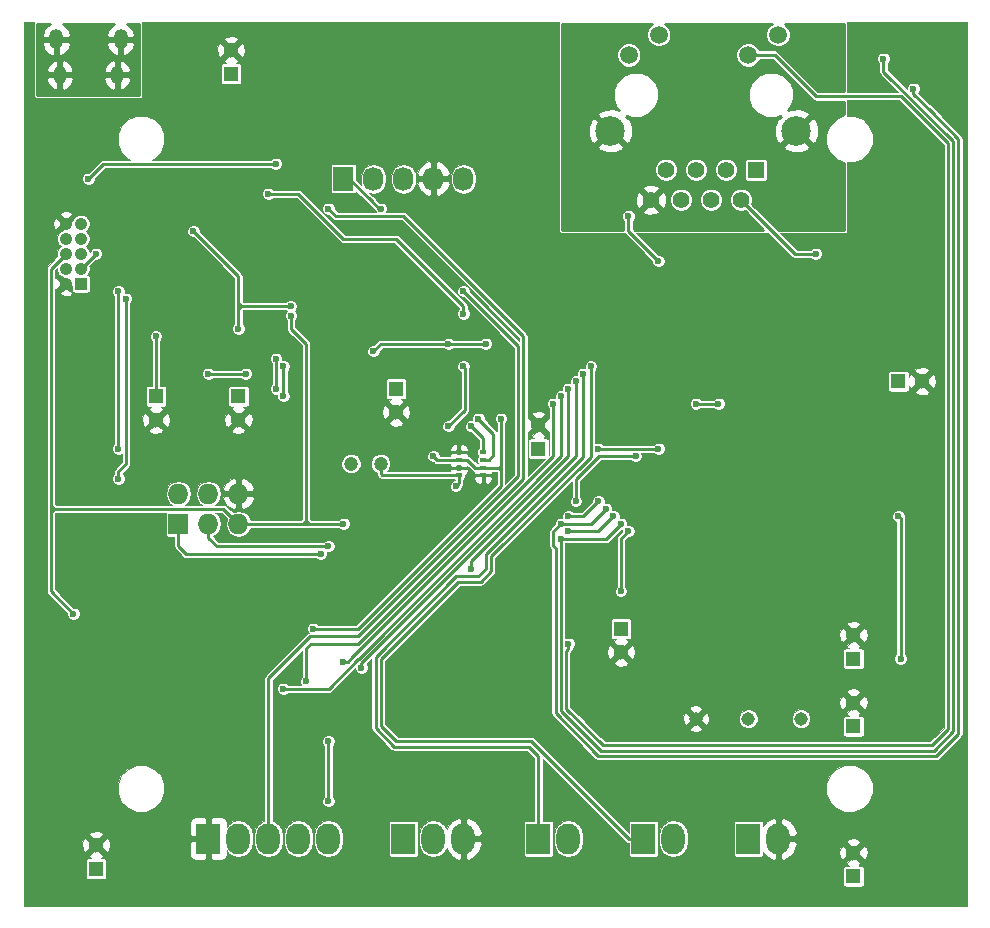
<source format=gbr>
G04 #@! TF.FileFunction,Copper,L2,Bot,Signal*
%FSLAX46Y46*%
G04 Gerber Fmt 4.6, Leading zero omitted, Abs format (unit mm)*
G04 Created by KiCad (PCBNEW 4.0.4+dfsg1-stable) date Wed Oct 11 10:07:52 2017*
%MOMM*%
%LPD*%
G01*
G04 APERTURE LIST*
%ADD10C,0.100000*%
%ADD11C,1.400000*%
%ADD12R,1.400000X1.400000*%
%ADD13C,2.500000*%
%ADD14C,1.500000*%
%ADD15R,1.300000X1.300000*%
%ADD16C,1.300000*%
%ADD17R,2.000000X2.600000*%
%ADD18O,2.000000X2.600000*%
%ADD19O,1.100000X1.500000*%
%ADD20O,1.200000X1.700000*%
%ADD21R,1.727200X1.727200*%
%ADD22O,1.727200X1.727200*%
%ADD23R,1.727200X2.032000*%
%ADD24O,1.727200X2.032000*%
%ADD25R,1.050000X1.050000*%
%ADD26C,1.050000*%
%ADD27C,1.200000*%
%ADD28R,0.500000X0.350000*%
%ADD29C,1.143000*%
%ADD30C,0.600000*%
%ADD31C,0.254000*%
%ADD32C,0.050000*%
G04 APERTURE END LIST*
D10*
D11*
X165735000Y-79248000D03*
X167005000Y-76708000D03*
X168275000Y-79248000D03*
X169545000Y-76708000D03*
X170815000Y-79248000D03*
X172085000Y-76708000D03*
X173355000Y-79248000D03*
D12*
X174625000Y-76708000D03*
D13*
X178055000Y-73408000D03*
X162305000Y-73408000D03*
D14*
X163855000Y-66978000D03*
X176505000Y-65278000D03*
X173965000Y-66978000D03*
X166395000Y-65278000D03*
D15*
X182880000Y-136525000D03*
D16*
X182880000Y-134525000D03*
D15*
X182880000Y-123825000D03*
D16*
X182880000Y-121825000D03*
D15*
X182880000Y-118110000D03*
D16*
X182880000Y-116110000D03*
D15*
X186690000Y-94615000D03*
D16*
X188690000Y-94615000D03*
D15*
X163195000Y-115570000D03*
D16*
X163195000Y-117570000D03*
D15*
X156210000Y-100330000D03*
D16*
X156210000Y-98330000D03*
D15*
X130175000Y-68580000D03*
D16*
X130175000Y-66580000D03*
D15*
X130810000Y-95885000D03*
D16*
X130810000Y-97885000D03*
D15*
X144145000Y-95250000D03*
D16*
X144145000Y-97250000D03*
D15*
X123825000Y-95885000D03*
D16*
X123825000Y-97885000D03*
D15*
X118745000Y-135890000D03*
D16*
X118745000Y-133890000D03*
D17*
X173990000Y-133350000D03*
D18*
X176530000Y-133350000D03*
D19*
X120535000Y-68681000D03*
X115685000Y-68681000D03*
D20*
X120835000Y-65681000D03*
X115385000Y-65681000D03*
D21*
X125730000Y-106680000D03*
D22*
X125730000Y-104140000D03*
X128270000Y-106680000D03*
X128270000Y-104140000D03*
X130810000Y-106680000D03*
X130810000Y-104140000D03*
D17*
X156210000Y-133350000D03*
D18*
X158750000Y-133350000D03*
D17*
X165100000Y-133350000D03*
D18*
X167640000Y-133350000D03*
D23*
X139700000Y-77470000D03*
D24*
X142240000Y-77470000D03*
X144780000Y-77470000D03*
X147320000Y-77470000D03*
X149860000Y-77470000D03*
D25*
X117475000Y-86360000D03*
D26*
X117475000Y-85090000D03*
X117475000Y-83820000D03*
X117475000Y-82550000D03*
X117475000Y-81280000D03*
X116205000Y-85090000D03*
X116205000Y-83820000D03*
X116205000Y-82550000D03*
X116205000Y-81280000D03*
X116205000Y-86360000D03*
D17*
X144780000Y-133350000D03*
D18*
X147320000Y-133350000D03*
X149860000Y-133350000D03*
D17*
X128270000Y-133350000D03*
D18*
X130810000Y-133350000D03*
X133350000Y-133350000D03*
X135890000Y-133350000D03*
X138430000Y-133350000D03*
D27*
X140355000Y-101600000D03*
X142855000Y-101600000D03*
D28*
X149470000Y-102575000D03*
X151520000Y-102575000D03*
X149470000Y-101925000D03*
X151520000Y-101925000D03*
X149470000Y-101275000D03*
X151520000Y-101275000D03*
X149470000Y-100625000D03*
X151520000Y-100625000D03*
D29*
X178435000Y-123190000D03*
X173990000Y-123190000D03*
X169545000Y-123190000D03*
D30*
X114935000Y-71120000D03*
X127000000Y-81915000D03*
X135255000Y-88265000D03*
X130810000Y-90170000D03*
X142875000Y-80010000D03*
X186690000Y-106045000D03*
X186870000Y-118101000D03*
X118110000Y-77470000D03*
X159385000Y-104775000D03*
X164465000Y-100965000D03*
X171450000Y-96520000D03*
X169545000Y-96520000D03*
X133985000Y-76200000D03*
X149225000Y-103505000D03*
X151765000Y-91440000D03*
X148590000Y-91440000D03*
X123825000Y-90805000D03*
X142240000Y-92075000D03*
X163830000Y-107315000D03*
X163195000Y-112395000D03*
X158750000Y-116840000D03*
X137160000Y-115570000D03*
X153035000Y-97790000D03*
X147320000Y-100965000D03*
X137795000Y-109220000D03*
X134620000Y-93345000D03*
X134620000Y-95885000D03*
X138430000Y-108585000D03*
X133985000Y-95250000D03*
X133985000Y-92710000D03*
X116840000Y-114300000D03*
X135255000Y-89065003D03*
X139700000Y-106680000D03*
X185420000Y-67310000D03*
X163195000Y-106680000D03*
X158115000Y-107950000D03*
X187960000Y-69850000D03*
X161925000Y-105410000D03*
X158115000Y-106680000D03*
X150495000Y-98425000D03*
X151130000Y-97790000D03*
X161290000Y-104775000D03*
X158750000Y-106045000D03*
X162560000Y-106045000D03*
X158750000Y-107315000D03*
X149860000Y-86995000D03*
X161290000Y-100330000D03*
X166370000Y-100330000D03*
X179705000Y-83820000D03*
X163830000Y-80645000D03*
X166370000Y-84455000D03*
X138430000Y-125095000D03*
X138430000Y-130175000D03*
X131445000Y-93980000D03*
X128270000Y-93980000D03*
X160020000Y-93980000D03*
X160655000Y-93345000D03*
X118745000Y-83820000D03*
X138430000Y-80010000D03*
X136525000Y-120015000D03*
X141224000Y-118872000D03*
X158750000Y-95250000D03*
X120650000Y-100330000D03*
X120650000Y-86995000D03*
X120650000Y-102870000D03*
X121285000Y-87630000D03*
X150495000Y-110490000D03*
X159385000Y-94615000D03*
X139700000Y-118364000D03*
X157480000Y-96520000D03*
X134620000Y-120650000D03*
X158115000Y-95885000D03*
X149860000Y-88900000D03*
X149860000Y-93345000D03*
X133350000Y-78740000D03*
X148590000Y-98425000D03*
D31*
X114935000Y-71120000D02*
X114935000Y-80010000D01*
X114935000Y-80010000D02*
X116205000Y-81280000D01*
X130810000Y-90170000D02*
X130810000Y-88519000D01*
X130810000Y-88519000D02*
X130810000Y-88265000D01*
X131191000Y-88265000D02*
X131064000Y-88265000D01*
X131064000Y-88265000D02*
X130810000Y-88519000D01*
X131191000Y-88265000D02*
X130810000Y-88265000D01*
X133350000Y-88265000D02*
X131191000Y-88265000D01*
X130810000Y-88265000D02*
X130810000Y-88011000D01*
X130810000Y-88011000D02*
X130810000Y-85725000D01*
X131064000Y-88265000D02*
X130810000Y-88011000D01*
X127000000Y-81915000D02*
X130810000Y-85725000D01*
X133350000Y-88265000D02*
X135255000Y-88265000D01*
X142087600Y-79375000D02*
X142722600Y-80010000D01*
X142722600Y-80010000D02*
X142875000Y-80010000D01*
X139700000Y-76987400D02*
X142087600Y-79375000D01*
X186870000Y-118101000D02*
X186870000Y-106225000D01*
X186870000Y-106225000D02*
X186690000Y-106045000D01*
X133985000Y-76200000D02*
X119380000Y-76200000D01*
X119380000Y-76200000D02*
X118110000Y-77470000D01*
X164465000Y-100965000D02*
X161332396Y-100965000D01*
X161332396Y-100965000D02*
X159385000Y-102912396D01*
X159385000Y-102912396D02*
X159385000Y-104775000D01*
X169545000Y-96520000D02*
X171450000Y-96520000D01*
X149470000Y-102575000D02*
X149470000Y-103260000D01*
X149470000Y-103260000D02*
X149225000Y-103505000D01*
X148590000Y-91440000D02*
X151765000Y-91440000D01*
X148590000Y-91440000D02*
X142875000Y-91440000D01*
X142875000Y-91440000D02*
X142240000Y-92075000D01*
X139700000Y-76835000D02*
X139700000Y-76987400D01*
X123825000Y-95885000D02*
X123825000Y-90805000D01*
X149470000Y-102575000D02*
X142981472Y-102575000D01*
X142981472Y-102575000D02*
X142855000Y-102448528D01*
X142855000Y-102448528D02*
X142855000Y-101600000D01*
X163830000Y-107315000D02*
X163195000Y-107950000D01*
X163195000Y-107950000D02*
X163195000Y-109220000D01*
X163195000Y-109220000D02*
X163195000Y-112395000D01*
X158569010Y-122366944D02*
X161659046Y-125456980D01*
X179712066Y-70492066D02*
X176198000Y-66978000D01*
X161659046Y-125456980D02*
X189488888Y-125456980D01*
X189488888Y-125456980D02*
X190861980Y-124083888D01*
X176198000Y-66978000D02*
X173965000Y-66978000D01*
X190861980Y-124083888D02*
X190861980Y-74483056D01*
X190861980Y-74483056D02*
X186870990Y-70492066D01*
X186870990Y-70492066D02*
X179712066Y-70492066D01*
X158569010Y-117445254D02*
X158569010Y-122366944D01*
X158750000Y-116840000D02*
X158750000Y-117264264D01*
X158750000Y-117264264D02*
X158569010Y-117445254D01*
X153035000Y-103483802D02*
X153035000Y-102108000D01*
X153035000Y-102108000D02*
X153035000Y-101854000D01*
X152781000Y-101925000D02*
X152852000Y-101925000D01*
X152852000Y-101925000D02*
X153035000Y-102108000D01*
X152781000Y-101925000D02*
X152964000Y-101925000D01*
X151520000Y-101925000D02*
X152781000Y-101925000D01*
X153035000Y-97790000D02*
X153035000Y-101727000D01*
X153035000Y-101727000D02*
X153035000Y-101854000D01*
X152781000Y-101925000D02*
X152837000Y-101925000D01*
X152837000Y-101925000D02*
X153035000Y-101727000D01*
X137160000Y-115570000D02*
X140948802Y-115570000D01*
X140948802Y-115570000D02*
X153035000Y-103483802D01*
X152964000Y-101925000D02*
X153035000Y-101854000D01*
X149470000Y-101275000D02*
X147630000Y-101275000D01*
X147630000Y-101275000D02*
X147320000Y-100965000D01*
X150820000Y-101925000D02*
X150170000Y-101275000D01*
X150170000Y-101275000D02*
X149470000Y-101275000D01*
X151520000Y-101925000D02*
X150820000Y-101925000D01*
X137795000Y-109220000D02*
X126365000Y-109220000D01*
X125730000Y-108585000D02*
X125730000Y-106680000D01*
X126365000Y-109220000D02*
X125730000Y-108585000D01*
X134620000Y-95885000D02*
X134620000Y-93345000D01*
X128270000Y-106680000D02*
X128270000Y-107901314D01*
X128270000Y-107901314D02*
X128953686Y-108585000D01*
X128953686Y-108585000D02*
X138430000Y-108585000D01*
X133985000Y-92710000D02*
X133985000Y-95250000D01*
X114935000Y-105410000D02*
X114935000Y-105664000D01*
X114935000Y-105664000D02*
X114935000Y-112395000D01*
X115316000Y-105410000D02*
X115189000Y-105410000D01*
X115189000Y-105410000D02*
X114935000Y-105664000D01*
X115316000Y-105410000D02*
X114935000Y-105410000D01*
X114935000Y-105156000D02*
X114935000Y-105410000D01*
X129540000Y-105410000D02*
X115316000Y-105410000D01*
X114935000Y-85090000D02*
X114935000Y-105156000D01*
X115189000Y-105410000D02*
X114935000Y-105156000D01*
X139700000Y-106680000D02*
X136779000Y-106680000D01*
X136779000Y-106680000D02*
X136525000Y-106680000D01*
X136525000Y-106426000D02*
X136779000Y-106680000D01*
X136525000Y-106045000D02*
X136525000Y-91440000D01*
X136271000Y-106680000D02*
X130810000Y-106680000D01*
X136525000Y-106680000D02*
X136525000Y-106045000D01*
X136525000Y-106680000D02*
X136271000Y-106680000D01*
X136525000Y-106045000D02*
X136525000Y-106426000D01*
X136525000Y-106426000D02*
X136271000Y-106680000D01*
X114935000Y-112395000D02*
X116840000Y-114300000D01*
X116205000Y-83820000D02*
X114935000Y-85090000D01*
X130810000Y-106680000D02*
X129540000Y-105410000D01*
X136525000Y-91440000D02*
X135255000Y-90170000D01*
X135255000Y-90170000D02*
X135255000Y-89065003D01*
X185420000Y-67310000D02*
X185420000Y-68399010D01*
X185420000Y-68399010D02*
X191315990Y-74295000D01*
X191315990Y-74295000D02*
X191315990Y-124271944D01*
X191315990Y-124271944D02*
X189676944Y-125910990D01*
X189676944Y-125910990D02*
X161470990Y-125910990D01*
X161470990Y-125910990D02*
X158115000Y-122555000D01*
X158115000Y-122555000D02*
X158115000Y-107950000D01*
X163195000Y-106680000D02*
X161925000Y-107950000D01*
X161925000Y-107950000D02*
X158115000Y-107950000D01*
X189418056Y-71755000D02*
X191770000Y-74106944D01*
X187960000Y-69850000D02*
X187960000Y-70296944D01*
X187960000Y-70296944D02*
X189418056Y-71755000D01*
X191770000Y-124460000D02*
X191770000Y-74295000D01*
X191770000Y-74295000D02*
X191770000Y-74106943D01*
X191770000Y-74106944D02*
X191770000Y-74295000D01*
X161925000Y-105410000D02*
X160655000Y-106680000D01*
X160655000Y-106680000D02*
X158115000Y-106680000D01*
X158115000Y-106680000D02*
X157480000Y-107315000D01*
X157480000Y-107315000D02*
X157480000Y-108585000D01*
X157480000Y-108585000D02*
X157660991Y-108765991D01*
X157660991Y-108765991D02*
X157660991Y-122743057D01*
X157660991Y-122743057D02*
X161282934Y-126365000D01*
X161282934Y-126365000D02*
X189865000Y-126365000D01*
X189865000Y-126365000D02*
X191770000Y-124460000D01*
X150495000Y-98425000D02*
X151520000Y-99450000D01*
X151520000Y-99450000D02*
X151520000Y-100625000D01*
X151520000Y-101275000D02*
X152024000Y-101275000D01*
X152400000Y-99060000D02*
X151130000Y-97790000D01*
X152024000Y-101275000D02*
X152400000Y-100899000D01*
X152400000Y-100899000D02*
X152400000Y-99060000D01*
X161290000Y-104775000D02*
X160020000Y-106045000D01*
X160020000Y-106045000D02*
X158750000Y-106045000D01*
X162560000Y-106045000D02*
X161290000Y-107315000D01*
X161290000Y-107315000D02*
X158750000Y-107315000D01*
X149860000Y-86995000D02*
X154485990Y-91620990D01*
X154485990Y-91620990D02*
X154485990Y-102674878D01*
X154485990Y-102674878D02*
X140955868Y-116205000D01*
X136906000Y-116205000D02*
X133350000Y-119761000D01*
X140955868Y-116205000D02*
X136906000Y-116205000D01*
X133350000Y-119761000D02*
X133350000Y-133350000D01*
X161290000Y-100330000D02*
X166370000Y-100330000D01*
X173355000Y-79248000D02*
X177927000Y-83820000D01*
X177927000Y-83820000D02*
X179705000Y-83820000D01*
X173482000Y-79375000D02*
X173355000Y-79248000D01*
X166370000Y-84455000D02*
X163830000Y-81915000D01*
X163830000Y-81915000D02*
X163830000Y-80645000D01*
X138430000Y-130175000D02*
X138430000Y-125095000D01*
X128270000Y-93980000D02*
X131445000Y-93980000D01*
X160020000Y-93980000D02*
X160020000Y-100993264D01*
X160020000Y-100993264D02*
X151765000Y-109248264D01*
X142420991Y-124013057D02*
X143956944Y-125549010D01*
X151765000Y-109248264D02*
X151765000Y-110490000D01*
X151130000Y-111125000D02*
X149246198Y-111125000D01*
X151765000Y-110490000D02*
X151130000Y-111125000D01*
X142420991Y-117950207D02*
X142420991Y-124013057D01*
X143956944Y-125549010D02*
X155394010Y-125549010D01*
X149246198Y-111125000D02*
X142420991Y-117950207D01*
X156210000Y-126365000D02*
X156210000Y-133350000D01*
X155394010Y-125549010D02*
X156210000Y-126365000D01*
X160655000Y-93345000D02*
X160655000Y-101000330D01*
X160655000Y-101000330D02*
X152219010Y-109436320D01*
X152219010Y-109436320D02*
X152219010Y-110678057D01*
X155591000Y-125095000D02*
X163846000Y-133350000D01*
X163846000Y-133350000D02*
X165100000Y-133350000D01*
X152219010Y-110678057D02*
X151318057Y-111579009D01*
X151318057Y-111579009D02*
X149434255Y-111579009D01*
X142875000Y-123825000D02*
X144145000Y-125095000D01*
X149434255Y-111579009D02*
X142875000Y-118138264D01*
X142875000Y-118138264D02*
X142875000Y-123825000D01*
X144145000Y-125095000D02*
X155591000Y-125095000D01*
X117475000Y-85090000D02*
X118745000Y-83820000D01*
X146050000Y-81915000D02*
X154940000Y-90805000D01*
X139065000Y-80645000D02*
X144780000Y-80645000D01*
X144780000Y-80645000D02*
X146050000Y-81915000D01*
X138430000Y-80010000D02*
X139065000Y-80645000D01*
X136525000Y-117228067D02*
X136525000Y-120015000D01*
X154940000Y-90805000D02*
X154940000Y-102862934D01*
X154940000Y-102862934D02*
X140966467Y-116836467D01*
X140966467Y-116836467D02*
X136916600Y-116836467D01*
X136916600Y-116836467D02*
X136525000Y-117228067D01*
X141224000Y-118872000D02*
X141224000Y-118505132D01*
X141224000Y-118505132D02*
X158750000Y-100979132D01*
X158750000Y-100979132D02*
X158750000Y-95250000D01*
X120650000Y-86995000D02*
X120650000Y-100330000D01*
X121285000Y-87630000D02*
X121285000Y-101600000D01*
X121285000Y-101600000D02*
X120650000Y-102235000D01*
X120650000Y-102235000D02*
X120650000Y-102870000D01*
X159385000Y-100986198D02*
X150495000Y-109876198D01*
X150495000Y-110490000D02*
X150495000Y-109876198D01*
X159385000Y-94615000D02*
X159385000Y-100986198D01*
X140454933Y-117983000D02*
X141216933Y-117221000D01*
X139700000Y-118364000D02*
X140081000Y-118364000D01*
X140454933Y-117983000D02*
X140454933Y-117990067D01*
X140454933Y-117990067D02*
X140081000Y-118364000D01*
X141216933Y-117221000D02*
X141224000Y-117221000D01*
X157480000Y-100965000D02*
X141224000Y-117221000D01*
X157480000Y-96520000D02*
X157480000Y-100965000D01*
X140970000Y-118110000D02*
X140970000Y-118117067D01*
X140970000Y-118117067D02*
X138437067Y-120650000D01*
X138437067Y-120650000D02*
X134620000Y-120650000D01*
X140970000Y-118110000D02*
X140977066Y-118110000D01*
X140977066Y-118110000D02*
X158115000Y-100972066D01*
X158115000Y-100972066D02*
X158115000Y-95885000D01*
X149860000Y-88900000D02*
X149860000Y-88265000D01*
X144145000Y-82550000D02*
X139700000Y-82550000D01*
X149860000Y-88265000D02*
X144145000Y-82550000D01*
X139700000Y-82550000D02*
X135890000Y-78740000D01*
X135890000Y-78740000D02*
X135255000Y-78740000D01*
X135255000Y-78740000D02*
X133350000Y-78740000D01*
X149985856Y-95759144D02*
X149985856Y-93470856D01*
X149985856Y-93470856D02*
X149860000Y-93345000D01*
X149985856Y-95759144D02*
X149985856Y-97029144D01*
X149985856Y-97029144D02*
X148590000Y-98425000D01*
G36*
X165785725Y-64364431D02*
X165482496Y-64667132D01*
X165318187Y-65062832D01*
X165317813Y-65491289D01*
X165481431Y-65887275D01*
X165784132Y-66190504D01*
X166179832Y-66354813D01*
X166608289Y-66355187D01*
X167004275Y-66191569D01*
X167307504Y-65888868D01*
X167471813Y-65493168D01*
X167472187Y-65064711D01*
X167308569Y-64668725D01*
X167005868Y-64365496D01*
X166943263Y-64339500D01*
X175956063Y-64339500D01*
X175895725Y-64364431D01*
X175592496Y-64667132D01*
X175428187Y-65062832D01*
X175427813Y-65491289D01*
X175591431Y-65887275D01*
X175894132Y-66190504D01*
X176289832Y-66354813D01*
X176718289Y-66355187D01*
X177114275Y-66191569D01*
X177417504Y-65888868D01*
X177581813Y-65493168D01*
X177582187Y-65064711D01*
X177418569Y-64668725D01*
X177115868Y-64365496D01*
X177053263Y-64339500D01*
X182118000Y-64339500D01*
X182118000Y-70038066D01*
X179900119Y-70038066D01*
X176519026Y-66656974D01*
X176371738Y-66558559D01*
X176198000Y-66524000D01*
X174942727Y-66524000D01*
X174878569Y-66368725D01*
X174575868Y-66065496D01*
X174180168Y-65901187D01*
X173751711Y-65900813D01*
X173355725Y-66064431D01*
X173052496Y-66367132D01*
X172888187Y-66762832D01*
X172887813Y-67191289D01*
X173051431Y-67587275D01*
X173354132Y-67890504D01*
X173749832Y-68054813D01*
X174178289Y-68055187D01*
X174574275Y-67891569D01*
X174877504Y-67588868D01*
X174942641Y-67432000D01*
X176009948Y-67432000D01*
X179391040Y-70813093D01*
X179538328Y-70911507D01*
X179712066Y-70946066D01*
X182118000Y-70946066D01*
X182118000Y-72033247D01*
X181380011Y-72338178D01*
X180795232Y-72921938D01*
X180478361Y-73685047D01*
X180477640Y-74511328D01*
X180793178Y-75274989D01*
X181376938Y-75859768D01*
X182118000Y-76167484D01*
X182118000Y-81788000D01*
X176537053Y-81788000D01*
X174329129Y-79580076D01*
X174381821Y-79453179D01*
X174382178Y-79044613D01*
X174226156Y-78667011D01*
X173937508Y-78377860D01*
X173560179Y-78221179D01*
X173151613Y-78220822D01*
X172774011Y-78376844D01*
X172484860Y-78665492D01*
X172328179Y-79042821D01*
X172327822Y-79451387D01*
X172483844Y-79828989D01*
X172772492Y-80118140D01*
X173149821Y-80274821D01*
X173558387Y-80275178D01*
X173686989Y-80222041D01*
X175252948Y-81788000D01*
X164345052Y-81788000D01*
X164284000Y-81726948D01*
X164284000Y-81077731D01*
X164361235Y-81000631D01*
X164456891Y-80770265D01*
X164457109Y-80520829D01*
X164361855Y-80290297D01*
X164255020Y-80183275D01*
X164979331Y-80183275D01*
X165041169Y-80419042D01*
X165542122Y-80595419D01*
X166072440Y-80566664D01*
X166428831Y-80419042D01*
X166490669Y-80183275D01*
X165735000Y-79427605D01*
X164979331Y-80183275D01*
X164255020Y-80183275D01*
X164185631Y-80113765D01*
X163955265Y-80018109D01*
X163705829Y-80017891D01*
X163475297Y-80113145D01*
X163298765Y-80289369D01*
X163203109Y-80519735D01*
X163202891Y-80769171D01*
X163298145Y-80999703D01*
X163376000Y-81077694D01*
X163376000Y-81788000D01*
X158242000Y-81788000D01*
X158242000Y-79055122D01*
X164387581Y-79055122D01*
X164416336Y-79585440D01*
X164563958Y-79941831D01*
X164799725Y-80003669D01*
X165555395Y-79248000D01*
X165914605Y-79248000D01*
X166670275Y-80003669D01*
X166906042Y-79941831D01*
X167078718Y-79451387D01*
X167247822Y-79451387D01*
X167403844Y-79828989D01*
X167692492Y-80118140D01*
X168069821Y-80274821D01*
X168478387Y-80275178D01*
X168855989Y-80119156D01*
X169145140Y-79830508D01*
X169301821Y-79453179D01*
X169301822Y-79451387D01*
X169787822Y-79451387D01*
X169943844Y-79828989D01*
X170232492Y-80118140D01*
X170609821Y-80274821D01*
X171018387Y-80275178D01*
X171395989Y-80119156D01*
X171685140Y-79830508D01*
X171841821Y-79453179D01*
X171842178Y-79044613D01*
X171686156Y-78667011D01*
X171397508Y-78377860D01*
X171020179Y-78221179D01*
X170611613Y-78220822D01*
X170234011Y-78376844D01*
X169944860Y-78665492D01*
X169788179Y-79042821D01*
X169787822Y-79451387D01*
X169301822Y-79451387D01*
X169302178Y-79044613D01*
X169146156Y-78667011D01*
X168857508Y-78377860D01*
X168480179Y-78221179D01*
X168071613Y-78220822D01*
X167694011Y-78376844D01*
X167404860Y-78665492D01*
X167248179Y-79042821D01*
X167247822Y-79451387D01*
X167078718Y-79451387D01*
X167082419Y-79440878D01*
X167053664Y-78910560D01*
X166906042Y-78554169D01*
X166670275Y-78492331D01*
X165914605Y-79248000D01*
X165555395Y-79248000D01*
X164799725Y-78492331D01*
X164563958Y-78554169D01*
X164387581Y-79055122D01*
X158242000Y-79055122D01*
X158242000Y-78312725D01*
X164979331Y-78312725D01*
X165735000Y-79068395D01*
X166490669Y-78312725D01*
X166428831Y-78076958D01*
X165927878Y-77900581D01*
X165397560Y-77929336D01*
X165041169Y-78076958D01*
X164979331Y-78312725D01*
X158242000Y-78312725D01*
X158242000Y-76911387D01*
X165977822Y-76911387D01*
X166133844Y-77288989D01*
X166422492Y-77578140D01*
X166799821Y-77734821D01*
X167208387Y-77735178D01*
X167585989Y-77579156D01*
X167875140Y-77290508D01*
X168031821Y-76913179D01*
X168031822Y-76911387D01*
X168517822Y-76911387D01*
X168673844Y-77288989D01*
X168962492Y-77578140D01*
X169339821Y-77734821D01*
X169748387Y-77735178D01*
X170125989Y-77579156D01*
X170415140Y-77290508D01*
X170571821Y-76913179D01*
X170571822Y-76911387D01*
X171057822Y-76911387D01*
X171213844Y-77288989D01*
X171502492Y-77578140D01*
X171879821Y-77734821D01*
X172288387Y-77735178D01*
X172665989Y-77579156D01*
X172955140Y-77290508D01*
X173111821Y-76913179D01*
X173112178Y-76504613D01*
X172956156Y-76127011D01*
X172837353Y-76008000D01*
X173591594Y-76008000D01*
X173591594Y-77408000D01*
X173614395Y-77529179D01*
X173686012Y-77640474D01*
X173795286Y-77715138D01*
X173925000Y-77741406D01*
X175325000Y-77741406D01*
X175446179Y-77718605D01*
X175557474Y-77646988D01*
X175632138Y-77537714D01*
X175658406Y-77408000D01*
X175658406Y-76008000D01*
X175635605Y-75886821D01*
X175563988Y-75775526D01*
X175454714Y-75700862D01*
X175325000Y-75674594D01*
X173925000Y-75674594D01*
X173803821Y-75697395D01*
X173692526Y-75769012D01*
X173617862Y-75878286D01*
X173591594Y-76008000D01*
X172837353Y-76008000D01*
X172667508Y-75837860D01*
X172290179Y-75681179D01*
X171881613Y-75680822D01*
X171504011Y-75836844D01*
X171214860Y-76125492D01*
X171058179Y-76502821D01*
X171057822Y-76911387D01*
X170571822Y-76911387D01*
X170572178Y-76504613D01*
X170416156Y-76127011D01*
X170127508Y-75837860D01*
X169750179Y-75681179D01*
X169341613Y-75680822D01*
X168964011Y-75836844D01*
X168674860Y-76125492D01*
X168518179Y-76502821D01*
X168517822Y-76911387D01*
X168031822Y-76911387D01*
X168032178Y-76504613D01*
X167876156Y-76127011D01*
X167587508Y-75837860D01*
X167210179Y-75681179D01*
X166801613Y-75680822D01*
X166424011Y-75836844D01*
X166134860Y-76125492D01*
X165978179Y-76502821D01*
X165977822Y-76911387D01*
X158242000Y-76911387D01*
X158242000Y-74741320D01*
X161151285Y-74741320D01*
X161280533Y-75034123D01*
X161980806Y-75302388D01*
X162730435Y-75282250D01*
X163329467Y-75034123D01*
X163458715Y-74741320D01*
X176901285Y-74741320D01*
X177030533Y-75034123D01*
X177730806Y-75302388D01*
X178480435Y-75282250D01*
X179079467Y-75034123D01*
X179208715Y-74741320D01*
X178055000Y-73587605D01*
X176901285Y-74741320D01*
X163458715Y-74741320D01*
X162305000Y-73587605D01*
X161151285Y-74741320D01*
X158242000Y-74741320D01*
X158242000Y-73083806D01*
X160410612Y-73083806D01*
X160430750Y-73833435D01*
X160678877Y-74432467D01*
X160971680Y-74561715D01*
X162125395Y-73408000D01*
X160971680Y-72254285D01*
X160678877Y-72383533D01*
X160410612Y-73083806D01*
X158242000Y-73083806D01*
X158242000Y-72074680D01*
X161151285Y-72074680D01*
X162305000Y-73228395D01*
X162319143Y-73214253D01*
X162498748Y-73393858D01*
X162484605Y-73408000D01*
X163638320Y-74561715D01*
X163931123Y-74432467D01*
X164199388Y-73732194D01*
X164179250Y-72982565D01*
X163931123Y-72383533D01*
X163638322Y-72254286D01*
X163727324Y-72165284D01*
X164075020Y-72309660D01*
X164851573Y-72310338D01*
X165569275Y-72013790D01*
X166118860Y-71465163D01*
X166416660Y-70747980D01*
X166416662Y-70744573D01*
X173942662Y-70744573D01*
X174239210Y-71462275D01*
X174787837Y-72011860D01*
X175505020Y-72309660D01*
X176281573Y-72310338D01*
X176632663Y-72165271D01*
X176721678Y-72254286D01*
X176428877Y-72383533D01*
X176160612Y-73083806D01*
X176180750Y-73833435D01*
X176428877Y-74432467D01*
X176721680Y-74561715D01*
X177875395Y-73408000D01*
X178234605Y-73408000D01*
X179388320Y-74561715D01*
X179681123Y-74432467D01*
X179949388Y-73732194D01*
X179929250Y-72982565D01*
X179681123Y-72383533D01*
X179388320Y-72254285D01*
X178234605Y-73408000D01*
X177875395Y-73408000D01*
X177861253Y-73393858D01*
X178040858Y-73214253D01*
X178055000Y-73228395D01*
X179208715Y-72074680D01*
X179079467Y-71781877D01*
X178379194Y-71513612D01*
X177629565Y-71533750D01*
X177374188Y-71639531D01*
X177548860Y-71465163D01*
X177846660Y-70747980D01*
X177847338Y-69971427D01*
X177550790Y-69253725D01*
X177002163Y-68704140D01*
X176284980Y-68406340D01*
X175508427Y-68405662D01*
X174790725Y-68702210D01*
X174241140Y-69250837D01*
X173943340Y-69968020D01*
X173942662Y-70744573D01*
X166416662Y-70744573D01*
X166417338Y-69971427D01*
X166120790Y-69253725D01*
X165572163Y-68704140D01*
X164854980Y-68406340D01*
X164078427Y-68405662D01*
X163360725Y-68702210D01*
X162811140Y-69250837D01*
X162513340Y-69968020D01*
X162512662Y-70744573D01*
X162809210Y-71462275D01*
X163003660Y-71657065D01*
X162629194Y-71513612D01*
X161879565Y-71533750D01*
X161280533Y-71781877D01*
X161151285Y-72074680D01*
X158242000Y-72074680D01*
X158242000Y-67191289D01*
X162777813Y-67191289D01*
X162941431Y-67587275D01*
X163244132Y-67890504D01*
X163639832Y-68054813D01*
X164068289Y-68055187D01*
X164464275Y-67891569D01*
X164767504Y-67588868D01*
X164931813Y-67193168D01*
X164932187Y-66764711D01*
X164768569Y-66368725D01*
X164465868Y-66065496D01*
X164070168Y-65901187D01*
X163641711Y-65900813D01*
X163245725Y-66064431D01*
X162942496Y-66367132D01*
X162778187Y-66762832D01*
X162777813Y-67191289D01*
X158242000Y-67191289D01*
X158242000Y-64339500D01*
X165846063Y-64339500D01*
X165785725Y-64364431D01*
X165785725Y-64364431D01*
G37*
X165785725Y-64364431D02*
X165482496Y-64667132D01*
X165318187Y-65062832D01*
X165317813Y-65491289D01*
X165481431Y-65887275D01*
X165784132Y-66190504D01*
X166179832Y-66354813D01*
X166608289Y-66355187D01*
X167004275Y-66191569D01*
X167307504Y-65888868D01*
X167471813Y-65493168D01*
X167472187Y-65064711D01*
X167308569Y-64668725D01*
X167005868Y-64365496D01*
X166943263Y-64339500D01*
X175956063Y-64339500D01*
X175895725Y-64364431D01*
X175592496Y-64667132D01*
X175428187Y-65062832D01*
X175427813Y-65491289D01*
X175591431Y-65887275D01*
X175894132Y-66190504D01*
X176289832Y-66354813D01*
X176718289Y-66355187D01*
X177114275Y-66191569D01*
X177417504Y-65888868D01*
X177581813Y-65493168D01*
X177582187Y-65064711D01*
X177418569Y-64668725D01*
X177115868Y-64365496D01*
X177053263Y-64339500D01*
X182118000Y-64339500D01*
X182118000Y-70038066D01*
X179900119Y-70038066D01*
X176519026Y-66656974D01*
X176371738Y-66558559D01*
X176198000Y-66524000D01*
X174942727Y-66524000D01*
X174878569Y-66368725D01*
X174575868Y-66065496D01*
X174180168Y-65901187D01*
X173751711Y-65900813D01*
X173355725Y-66064431D01*
X173052496Y-66367132D01*
X172888187Y-66762832D01*
X172887813Y-67191289D01*
X173051431Y-67587275D01*
X173354132Y-67890504D01*
X173749832Y-68054813D01*
X174178289Y-68055187D01*
X174574275Y-67891569D01*
X174877504Y-67588868D01*
X174942641Y-67432000D01*
X176009948Y-67432000D01*
X179391040Y-70813093D01*
X179538328Y-70911507D01*
X179712066Y-70946066D01*
X182118000Y-70946066D01*
X182118000Y-72033247D01*
X181380011Y-72338178D01*
X180795232Y-72921938D01*
X180478361Y-73685047D01*
X180477640Y-74511328D01*
X180793178Y-75274989D01*
X181376938Y-75859768D01*
X182118000Y-76167484D01*
X182118000Y-81788000D01*
X176537053Y-81788000D01*
X174329129Y-79580076D01*
X174381821Y-79453179D01*
X174382178Y-79044613D01*
X174226156Y-78667011D01*
X173937508Y-78377860D01*
X173560179Y-78221179D01*
X173151613Y-78220822D01*
X172774011Y-78376844D01*
X172484860Y-78665492D01*
X172328179Y-79042821D01*
X172327822Y-79451387D01*
X172483844Y-79828989D01*
X172772492Y-80118140D01*
X173149821Y-80274821D01*
X173558387Y-80275178D01*
X173686989Y-80222041D01*
X175252948Y-81788000D01*
X164345052Y-81788000D01*
X164284000Y-81726948D01*
X164284000Y-81077731D01*
X164361235Y-81000631D01*
X164456891Y-80770265D01*
X164457109Y-80520829D01*
X164361855Y-80290297D01*
X164255020Y-80183275D01*
X164979331Y-80183275D01*
X165041169Y-80419042D01*
X165542122Y-80595419D01*
X166072440Y-80566664D01*
X166428831Y-80419042D01*
X166490669Y-80183275D01*
X165735000Y-79427605D01*
X164979331Y-80183275D01*
X164255020Y-80183275D01*
X164185631Y-80113765D01*
X163955265Y-80018109D01*
X163705829Y-80017891D01*
X163475297Y-80113145D01*
X163298765Y-80289369D01*
X163203109Y-80519735D01*
X163202891Y-80769171D01*
X163298145Y-80999703D01*
X163376000Y-81077694D01*
X163376000Y-81788000D01*
X158242000Y-81788000D01*
X158242000Y-79055122D01*
X164387581Y-79055122D01*
X164416336Y-79585440D01*
X164563958Y-79941831D01*
X164799725Y-80003669D01*
X165555395Y-79248000D01*
X165914605Y-79248000D01*
X166670275Y-80003669D01*
X166906042Y-79941831D01*
X167078718Y-79451387D01*
X167247822Y-79451387D01*
X167403844Y-79828989D01*
X167692492Y-80118140D01*
X168069821Y-80274821D01*
X168478387Y-80275178D01*
X168855989Y-80119156D01*
X169145140Y-79830508D01*
X169301821Y-79453179D01*
X169301822Y-79451387D01*
X169787822Y-79451387D01*
X169943844Y-79828989D01*
X170232492Y-80118140D01*
X170609821Y-80274821D01*
X171018387Y-80275178D01*
X171395989Y-80119156D01*
X171685140Y-79830508D01*
X171841821Y-79453179D01*
X171842178Y-79044613D01*
X171686156Y-78667011D01*
X171397508Y-78377860D01*
X171020179Y-78221179D01*
X170611613Y-78220822D01*
X170234011Y-78376844D01*
X169944860Y-78665492D01*
X169788179Y-79042821D01*
X169787822Y-79451387D01*
X169301822Y-79451387D01*
X169302178Y-79044613D01*
X169146156Y-78667011D01*
X168857508Y-78377860D01*
X168480179Y-78221179D01*
X168071613Y-78220822D01*
X167694011Y-78376844D01*
X167404860Y-78665492D01*
X167248179Y-79042821D01*
X167247822Y-79451387D01*
X167078718Y-79451387D01*
X167082419Y-79440878D01*
X167053664Y-78910560D01*
X166906042Y-78554169D01*
X166670275Y-78492331D01*
X165914605Y-79248000D01*
X165555395Y-79248000D01*
X164799725Y-78492331D01*
X164563958Y-78554169D01*
X164387581Y-79055122D01*
X158242000Y-79055122D01*
X158242000Y-78312725D01*
X164979331Y-78312725D01*
X165735000Y-79068395D01*
X166490669Y-78312725D01*
X166428831Y-78076958D01*
X165927878Y-77900581D01*
X165397560Y-77929336D01*
X165041169Y-78076958D01*
X164979331Y-78312725D01*
X158242000Y-78312725D01*
X158242000Y-76911387D01*
X165977822Y-76911387D01*
X166133844Y-77288989D01*
X166422492Y-77578140D01*
X166799821Y-77734821D01*
X167208387Y-77735178D01*
X167585989Y-77579156D01*
X167875140Y-77290508D01*
X168031821Y-76913179D01*
X168031822Y-76911387D01*
X168517822Y-76911387D01*
X168673844Y-77288989D01*
X168962492Y-77578140D01*
X169339821Y-77734821D01*
X169748387Y-77735178D01*
X170125989Y-77579156D01*
X170415140Y-77290508D01*
X170571821Y-76913179D01*
X170571822Y-76911387D01*
X171057822Y-76911387D01*
X171213844Y-77288989D01*
X171502492Y-77578140D01*
X171879821Y-77734821D01*
X172288387Y-77735178D01*
X172665989Y-77579156D01*
X172955140Y-77290508D01*
X173111821Y-76913179D01*
X173112178Y-76504613D01*
X172956156Y-76127011D01*
X172837353Y-76008000D01*
X173591594Y-76008000D01*
X173591594Y-77408000D01*
X173614395Y-77529179D01*
X173686012Y-77640474D01*
X173795286Y-77715138D01*
X173925000Y-77741406D01*
X175325000Y-77741406D01*
X175446179Y-77718605D01*
X175557474Y-77646988D01*
X175632138Y-77537714D01*
X175658406Y-77408000D01*
X175658406Y-76008000D01*
X175635605Y-75886821D01*
X175563988Y-75775526D01*
X175454714Y-75700862D01*
X175325000Y-75674594D01*
X173925000Y-75674594D01*
X173803821Y-75697395D01*
X173692526Y-75769012D01*
X173617862Y-75878286D01*
X173591594Y-76008000D01*
X172837353Y-76008000D01*
X172667508Y-75837860D01*
X172290179Y-75681179D01*
X171881613Y-75680822D01*
X171504011Y-75836844D01*
X171214860Y-76125492D01*
X171058179Y-76502821D01*
X171057822Y-76911387D01*
X170571822Y-76911387D01*
X170572178Y-76504613D01*
X170416156Y-76127011D01*
X170127508Y-75837860D01*
X169750179Y-75681179D01*
X169341613Y-75680822D01*
X168964011Y-75836844D01*
X168674860Y-76125492D01*
X168518179Y-76502821D01*
X168517822Y-76911387D01*
X168031822Y-76911387D01*
X168032178Y-76504613D01*
X167876156Y-76127011D01*
X167587508Y-75837860D01*
X167210179Y-75681179D01*
X166801613Y-75680822D01*
X166424011Y-75836844D01*
X166134860Y-76125492D01*
X165978179Y-76502821D01*
X165977822Y-76911387D01*
X158242000Y-76911387D01*
X158242000Y-74741320D01*
X161151285Y-74741320D01*
X161280533Y-75034123D01*
X161980806Y-75302388D01*
X162730435Y-75282250D01*
X163329467Y-75034123D01*
X163458715Y-74741320D01*
X176901285Y-74741320D01*
X177030533Y-75034123D01*
X177730806Y-75302388D01*
X178480435Y-75282250D01*
X179079467Y-75034123D01*
X179208715Y-74741320D01*
X178055000Y-73587605D01*
X176901285Y-74741320D01*
X163458715Y-74741320D01*
X162305000Y-73587605D01*
X161151285Y-74741320D01*
X158242000Y-74741320D01*
X158242000Y-73083806D01*
X160410612Y-73083806D01*
X160430750Y-73833435D01*
X160678877Y-74432467D01*
X160971680Y-74561715D01*
X162125395Y-73408000D01*
X160971680Y-72254285D01*
X160678877Y-72383533D01*
X160410612Y-73083806D01*
X158242000Y-73083806D01*
X158242000Y-72074680D01*
X161151285Y-72074680D01*
X162305000Y-73228395D01*
X162319143Y-73214253D01*
X162498748Y-73393858D01*
X162484605Y-73408000D01*
X163638320Y-74561715D01*
X163931123Y-74432467D01*
X164199388Y-73732194D01*
X164179250Y-72982565D01*
X163931123Y-72383533D01*
X163638322Y-72254286D01*
X163727324Y-72165284D01*
X164075020Y-72309660D01*
X164851573Y-72310338D01*
X165569275Y-72013790D01*
X166118860Y-71465163D01*
X166416660Y-70747980D01*
X166416662Y-70744573D01*
X173942662Y-70744573D01*
X174239210Y-71462275D01*
X174787837Y-72011860D01*
X175505020Y-72309660D01*
X176281573Y-72310338D01*
X176632663Y-72165271D01*
X176721678Y-72254286D01*
X176428877Y-72383533D01*
X176160612Y-73083806D01*
X176180750Y-73833435D01*
X176428877Y-74432467D01*
X176721680Y-74561715D01*
X177875395Y-73408000D01*
X178234605Y-73408000D01*
X179388320Y-74561715D01*
X179681123Y-74432467D01*
X179949388Y-73732194D01*
X179929250Y-72982565D01*
X179681123Y-72383533D01*
X179388320Y-72254285D01*
X178234605Y-73408000D01*
X177875395Y-73408000D01*
X177861253Y-73393858D01*
X178040858Y-73214253D01*
X178055000Y-73228395D01*
X179208715Y-72074680D01*
X179079467Y-71781877D01*
X178379194Y-71513612D01*
X177629565Y-71533750D01*
X177374188Y-71639531D01*
X177548860Y-71465163D01*
X177846660Y-70747980D01*
X177847338Y-69971427D01*
X177550790Y-69253725D01*
X177002163Y-68704140D01*
X176284980Y-68406340D01*
X175508427Y-68405662D01*
X174790725Y-68702210D01*
X174241140Y-69250837D01*
X173943340Y-69968020D01*
X173942662Y-70744573D01*
X166416662Y-70744573D01*
X166417338Y-69971427D01*
X166120790Y-69253725D01*
X165572163Y-68704140D01*
X164854980Y-68406340D01*
X164078427Y-68405662D01*
X163360725Y-68702210D01*
X162811140Y-69250837D01*
X162513340Y-69968020D01*
X162512662Y-70744573D01*
X162809210Y-71462275D01*
X163003660Y-71657065D01*
X162629194Y-71513612D01*
X161879565Y-71533750D01*
X161280533Y-71781877D01*
X161151285Y-72074680D01*
X158242000Y-72074680D01*
X158242000Y-67191289D01*
X162777813Y-67191289D01*
X162941431Y-67587275D01*
X163244132Y-67890504D01*
X163639832Y-68054813D01*
X164068289Y-68055187D01*
X164464275Y-67891569D01*
X164767504Y-67588868D01*
X164931813Y-67193168D01*
X164932187Y-66764711D01*
X164768569Y-66368725D01*
X164465868Y-66065496D01*
X164070168Y-65901187D01*
X163641711Y-65900813D01*
X163245725Y-66064431D01*
X162942496Y-66367132D01*
X162778187Y-66762832D01*
X162777813Y-67191289D01*
X158242000Y-67191289D01*
X158242000Y-64339500D01*
X165846063Y-64339500D01*
X165785725Y-64364431D01*
G36*
X114555875Y-64499067D02*
X114262353Y-64887299D01*
X114139744Y-65358304D01*
X114302453Y-65554000D01*
X115258000Y-65554000D01*
X115258000Y-65534000D01*
X115512000Y-65534000D01*
X115512000Y-65554000D01*
X116467547Y-65554000D01*
X116630256Y-65358304D01*
X116507647Y-64887299D01*
X116214125Y-64499067D01*
X115942246Y-64339500D01*
X120277754Y-64339500D01*
X120005875Y-64499067D01*
X119712353Y-64887299D01*
X119589744Y-65358304D01*
X119752453Y-65554000D01*
X120708000Y-65554000D01*
X120708000Y-65534000D01*
X120962000Y-65534000D01*
X120962000Y-65554000D01*
X121917547Y-65554000D01*
X122080256Y-65358304D01*
X121957647Y-64887299D01*
X121664125Y-64499067D01*
X121392246Y-64339500D01*
X122428000Y-64339500D01*
X122428000Y-70358000D01*
X113792000Y-70358000D01*
X113792000Y-68994883D01*
X114499320Y-68994883D01*
X114633156Y-69439954D01*
X114927125Y-69799929D01*
X115336474Y-70020006D01*
X115375256Y-70024803D01*
X115558000Y-69899361D01*
X115558000Y-68808000D01*
X115812000Y-68808000D01*
X115812000Y-69899361D01*
X115994744Y-70024803D01*
X116033526Y-70020006D01*
X116442875Y-69799929D01*
X116736844Y-69439954D01*
X116870680Y-68994883D01*
X119349320Y-68994883D01*
X119483156Y-69439954D01*
X119777125Y-69799929D01*
X120186474Y-70020006D01*
X120225256Y-70024803D01*
X120408000Y-69899361D01*
X120408000Y-68808000D01*
X120662000Y-68808000D01*
X120662000Y-69899361D01*
X120844744Y-70024803D01*
X120883526Y-70020006D01*
X121292875Y-69799929D01*
X121586844Y-69439954D01*
X121720680Y-68994883D01*
X121565148Y-68808000D01*
X120662000Y-68808000D01*
X120408000Y-68808000D01*
X119504852Y-68808000D01*
X119349320Y-68994883D01*
X116870680Y-68994883D01*
X116715148Y-68808000D01*
X115812000Y-68808000D01*
X115558000Y-68808000D01*
X114654852Y-68808000D01*
X114499320Y-68994883D01*
X113792000Y-68994883D01*
X113792000Y-68367117D01*
X114499320Y-68367117D01*
X114654852Y-68554000D01*
X115558000Y-68554000D01*
X115558000Y-67462639D01*
X115812000Y-67462639D01*
X115812000Y-68554000D01*
X116715148Y-68554000D01*
X116870680Y-68367117D01*
X119349320Y-68367117D01*
X119504852Y-68554000D01*
X120408000Y-68554000D01*
X120408000Y-67462639D01*
X120662000Y-67462639D01*
X120662000Y-68554000D01*
X121565148Y-68554000D01*
X121720680Y-68367117D01*
X121586844Y-67922046D01*
X121292875Y-67562071D01*
X120883526Y-67341994D01*
X120844744Y-67337197D01*
X120662000Y-67462639D01*
X120408000Y-67462639D01*
X120225256Y-67337197D01*
X120186474Y-67341994D01*
X119777125Y-67562071D01*
X119483156Y-67922046D01*
X119349320Y-68367117D01*
X116870680Y-68367117D01*
X116736844Y-67922046D01*
X116442875Y-67562071D01*
X116033526Y-67341994D01*
X115994744Y-67337197D01*
X115812000Y-67462639D01*
X115558000Y-67462639D01*
X115375256Y-67337197D01*
X115336474Y-67341994D01*
X114927125Y-67562071D01*
X114633156Y-67922046D01*
X114499320Y-68367117D01*
X113792000Y-68367117D01*
X113792000Y-66003696D01*
X114139744Y-66003696D01*
X114262353Y-66474701D01*
X114555875Y-66862933D01*
X114975624Y-67109286D01*
X115067391Y-67124462D01*
X115258000Y-66999731D01*
X115258000Y-65808000D01*
X115512000Y-65808000D01*
X115512000Y-66999731D01*
X115702609Y-67124462D01*
X115794376Y-67109286D01*
X116214125Y-66862933D01*
X116507647Y-66474701D01*
X116630256Y-66003696D01*
X119589744Y-66003696D01*
X119712353Y-66474701D01*
X120005875Y-66862933D01*
X120425624Y-67109286D01*
X120517391Y-67124462D01*
X120708000Y-66999731D01*
X120708000Y-65808000D01*
X120962000Y-65808000D01*
X120962000Y-66999731D01*
X121152609Y-67124462D01*
X121244376Y-67109286D01*
X121664125Y-66862933D01*
X121957647Y-66474701D01*
X122080256Y-66003696D01*
X121917547Y-65808000D01*
X120962000Y-65808000D01*
X120708000Y-65808000D01*
X119752453Y-65808000D01*
X119589744Y-66003696D01*
X116630256Y-66003696D01*
X116467547Y-65808000D01*
X115512000Y-65808000D01*
X115258000Y-65808000D01*
X114302453Y-65808000D01*
X114139744Y-66003696D01*
X113792000Y-66003696D01*
X113792000Y-64339500D01*
X114827754Y-64339500D01*
X114555875Y-64499067D01*
X114555875Y-64499067D01*
G37*
X114555875Y-64499067D02*
X114262353Y-64887299D01*
X114139744Y-65358304D01*
X114302453Y-65554000D01*
X115258000Y-65554000D01*
X115258000Y-65534000D01*
X115512000Y-65534000D01*
X115512000Y-65554000D01*
X116467547Y-65554000D01*
X116630256Y-65358304D01*
X116507647Y-64887299D01*
X116214125Y-64499067D01*
X115942246Y-64339500D01*
X120277754Y-64339500D01*
X120005875Y-64499067D01*
X119712353Y-64887299D01*
X119589744Y-65358304D01*
X119752453Y-65554000D01*
X120708000Y-65554000D01*
X120708000Y-65534000D01*
X120962000Y-65534000D01*
X120962000Y-65554000D01*
X121917547Y-65554000D01*
X122080256Y-65358304D01*
X121957647Y-64887299D01*
X121664125Y-64499067D01*
X121392246Y-64339500D01*
X122428000Y-64339500D01*
X122428000Y-70358000D01*
X113792000Y-70358000D01*
X113792000Y-68994883D01*
X114499320Y-68994883D01*
X114633156Y-69439954D01*
X114927125Y-69799929D01*
X115336474Y-70020006D01*
X115375256Y-70024803D01*
X115558000Y-69899361D01*
X115558000Y-68808000D01*
X115812000Y-68808000D01*
X115812000Y-69899361D01*
X115994744Y-70024803D01*
X116033526Y-70020006D01*
X116442875Y-69799929D01*
X116736844Y-69439954D01*
X116870680Y-68994883D01*
X119349320Y-68994883D01*
X119483156Y-69439954D01*
X119777125Y-69799929D01*
X120186474Y-70020006D01*
X120225256Y-70024803D01*
X120408000Y-69899361D01*
X120408000Y-68808000D01*
X120662000Y-68808000D01*
X120662000Y-69899361D01*
X120844744Y-70024803D01*
X120883526Y-70020006D01*
X121292875Y-69799929D01*
X121586844Y-69439954D01*
X121720680Y-68994883D01*
X121565148Y-68808000D01*
X120662000Y-68808000D01*
X120408000Y-68808000D01*
X119504852Y-68808000D01*
X119349320Y-68994883D01*
X116870680Y-68994883D01*
X116715148Y-68808000D01*
X115812000Y-68808000D01*
X115558000Y-68808000D01*
X114654852Y-68808000D01*
X114499320Y-68994883D01*
X113792000Y-68994883D01*
X113792000Y-68367117D01*
X114499320Y-68367117D01*
X114654852Y-68554000D01*
X115558000Y-68554000D01*
X115558000Y-67462639D01*
X115812000Y-67462639D01*
X115812000Y-68554000D01*
X116715148Y-68554000D01*
X116870680Y-68367117D01*
X119349320Y-68367117D01*
X119504852Y-68554000D01*
X120408000Y-68554000D01*
X120408000Y-67462639D01*
X120662000Y-67462639D01*
X120662000Y-68554000D01*
X121565148Y-68554000D01*
X121720680Y-68367117D01*
X121586844Y-67922046D01*
X121292875Y-67562071D01*
X120883526Y-67341994D01*
X120844744Y-67337197D01*
X120662000Y-67462639D01*
X120408000Y-67462639D01*
X120225256Y-67337197D01*
X120186474Y-67341994D01*
X119777125Y-67562071D01*
X119483156Y-67922046D01*
X119349320Y-68367117D01*
X116870680Y-68367117D01*
X116736844Y-67922046D01*
X116442875Y-67562071D01*
X116033526Y-67341994D01*
X115994744Y-67337197D01*
X115812000Y-67462639D01*
X115558000Y-67462639D01*
X115375256Y-67337197D01*
X115336474Y-67341994D01*
X114927125Y-67562071D01*
X114633156Y-67922046D01*
X114499320Y-68367117D01*
X113792000Y-68367117D01*
X113792000Y-66003696D01*
X114139744Y-66003696D01*
X114262353Y-66474701D01*
X114555875Y-66862933D01*
X114975624Y-67109286D01*
X115067391Y-67124462D01*
X115258000Y-66999731D01*
X115258000Y-65808000D01*
X115512000Y-65808000D01*
X115512000Y-66999731D01*
X115702609Y-67124462D01*
X115794376Y-67109286D01*
X116214125Y-66862933D01*
X116507647Y-66474701D01*
X116630256Y-66003696D01*
X119589744Y-66003696D01*
X119712353Y-66474701D01*
X120005875Y-66862933D01*
X120425624Y-67109286D01*
X120517391Y-67124462D01*
X120708000Y-66999731D01*
X120708000Y-65808000D01*
X120962000Y-65808000D01*
X120962000Y-66999731D01*
X121152609Y-67124462D01*
X121244376Y-67109286D01*
X121664125Y-66862933D01*
X121957647Y-66474701D01*
X122080256Y-66003696D01*
X121917547Y-65808000D01*
X120962000Y-65808000D01*
X120708000Y-65808000D01*
X119752453Y-65808000D01*
X119589744Y-66003696D01*
X116630256Y-66003696D01*
X116467547Y-65808000D01*
X115512000Y-65808000D01*
X115258000Y-65808000D01*
X114302453Y-65808000D01*
X114139744Y-66003696D01*
X113792000Y-66003696D01*
X113792000Y-64339500D01*
X114827754Y-64339500D01*
X114555875Y-64499067D01*
D32*
G36*
X113540000Y-70485000D02*
X113548549Y-70530432D01*
X113575399Y-70572159D01*
X113616368Y-70600152D01*
X113665000Y-70610000D01*
X122555000Y-70610000D01*
X122600432Y-70601451D01*
X122642159Y-70574601D01*
X122670152Y-70533632D01*
X122680000Y-70485000D01*
X122680000Y-67930000D01*
X129295592Y-67930000D01*
X129295592Y-69230000D01*
X129311281Y-69313380D01*
X129360559Y-69389960D01*
X129435747Y-69441334D01*
X129525000Y-69459408D01*
X130825000Y-69459408D01*
X130908380Y-69443719D01*
X130984960Y-69394441D01*
X131036334Y-69319253D01*
X131054408Y-69230000D01*
X131054408Y-67930000D01*
X131038719Y-67846620D01*
X130989441Y-67770040D01*
X130914253Y-67718666D01*
X130825000Y-67700592D01*
X130618406Y-67700592D01*
X130685813Y-67672672D01*
X130754264Y-67483119D01*
X130175000Y-66903855D01*
X129595736Y-67483119D01*
X129664187Y-67672672D01*
X129777810Y-67700592D01*
X129525000Y-67700592D01*
X129441620Y-67716281D01*
X129365040Y-67765559D01*
X129313666Y-67840747D01*
X129295592Y-67930000D01*
X122680000Y-67930000D01*
X122680000Y-66526217D01*
X128970024Y-66526217D01*
X129041166Y-66991436D01*
X129082328Y-67090813D01*
X129271881Y-67159264D01*
X129851145Y-66580000D01*
X130498855Y-66580000D01*
X131078119Y-67159264D01*
X131267672Y-67090813D01*
X131379976Y-66633783D01*
X131308834Y-66168564D01*
X131267672Y-66069187D01*
X131078119Y-66000736D01*
X130498855Y-66580000D01*
X129851145Y-66580000D01*
X129271881Y-66000736D01*
X129082328Y-66069187D01*
X128970024Y-66526217D01*
X122680000Y-66526217D01*
X122680000Y-65676881D01*
X129595736Y-65676881D01*
X130175000Y-66256145D01*
X130754264Y-65676881D01*
X130685813Y-65487328D01*
X130228783Y-65375024D01*
X129763564Y-65446166D01*
X129664187Y-65487328D01*
X129595736Y-65676881D01*
X122680000Y-65676881D01*
X122680000Y-64187500D01*
X157990000Y-64187500D01*
X157990000Y-81915000D01*
X157998549Y-81960432D01*
X158025399Y-82002159D01*
X158066368Y-82030152D01*
X158115000Y-82040000D01*
X163502864Y-82040000D01*
X163504794Y-82049705D01*
X163581098Y-82163902D01*
X165845024Y-84427827D01*
X165844909Y-84558971D01*
X165924667Y-84752000D01*
X166072223Y-84899814D01*
X166265113Y-84979908D01*
X166473971Y-84980091D01*
X166667000Y-84900333D01*
X166814814Y-84752777D01*
X166894908Y-84559887D01*
X166895091Y-84351029D01*
X166815333Y-84158000D01*
X166667777Y-84010186D01*
X166474887Y-83930092D01*
X166342779Y-83929976D01*
X164452804Y-82040000D01*
X175649197Y-82040000D01*
X177678096Y-84068899D01*
X177678098Y-84068902D01*
X177750082Y-84117000D01*
X177792295Y-84145206D01*
X177927000Y-84172000D01*
X179314571Y-84172000D01*
X179407223Y-84264814D01*
X179600113Y-84344908D01*
X179808971Y-84345091D01*
X180002000Y-84265333D01*
X180149814Y-84117777D01*
X180229908Y-83924887D01*
X180230091Y-83716029D01*
X180150333Y-83523000D01*
X180002777Y-83375186D01*
X179809887Y-83295092D01*
X179601029Y-83294909D01*
X179408000Y-83374667D01*
X179314504Y-83468000D01*
X178072803Y-83468000D01*
X176644803Y-82040000D01*
X182245000Y-82040000D01*
X182290432Y-82031451D01*
X182332159Y-82004601D01*
X182360152Y-81963632D01*
X182370000Y-81915000D01*
X182370000Y-76074840D01*
X182946128Y-76075343D01*
X183672286Y-75775300D01*
X184228348Y-75220209D01*
X184529657Y-74494575D01*
X184530343Y-73708872D01*
X184230300Y-72982714D01*
X183675209Y-72426652D01*
X182949575Y-72125343D01*
X182370000Y-72124837D01*
X182370000Y-70844066D01*
X186725186Y-70844066D01*
X190509980Y-74628859D01*
X190509980Y-123938085D01*
X189343084Y-125104980D01*
X161804849Y-125104980D01*
X160734947Y-124035077D01*
X169023778Y-124035077D01*
X169082167Y-124216633D01*
X169510274Y-124315604D01*
X169943667Y-124243212D01*
X170007833Y-124216633D01*
X170066222Y-124035077D01*
X169545000Y-123513855D01*
X169023778Y-124035077D01*
X160734947Y-124035077D01*
X159855144Y-123155274D01*
X168419396Y-123155274D01*
X168491788Y-123588667D01*
X168518367Y-123652833D01*
X168699923Y-123711222D01*
X169221145Y-123190000D01*
X169868855Y-123190000D01*
X170390077Y-123711222D01*
X170571633Y-123652833D01*
X170642165Y-123347738D01*
X173193362Y-123347738D01*
X173314367Y-123640591D01*
X173538230Y-123864846D01*
X173830871Y-123986361D01*
X174147738Y-123986638D01*
X174440591Y-123865633D01*
X174664846Y-123641770D01*
X174786361Y-123349129D01*
X174786362Y-123347738D01*
X177638362Y-123347738D01*
X177759367Y-123640591D01*
X177983230Y-123864846D01*
X178275871Y-123986361D01*
X178592738Y-123986638D01*
X178885591Y-123865633D01*
X179109846Y-123641770D01*
X179231361Y-123349129D01*
X179231513Y-123175000D01*
X182000592Y-123175000D01*
X182000592Y-124475000D01*
X182016281Y-124558380D01*
X182065559Y-124634960D01*
X182140747Y-124686334D01*
X182230000Y-124704408D01*
X183530000Y-124704408D01*
X183613380Y-124688719D01*
X183689960Y-124639441D01*
X183741334Y-124564253D01*
X183759408Y-124475000D01*
X183759408Y-123175000D01*
X183743719Y-123091620D01*
X183694441Y-123015040D01*
X183619253Y-122963666D01*
X183530000Y-122945592D01*
X183323406Y-122945592D01*
X183390813Y-122917672D01*
X183459264Y-122728119D01*
X182880000Y-122148855D01*
X182300736Y-122728119D01*
X182369187Y-122917672D01*
X182482810Y-122945592D01*
X182230000Y-122945592D01*
X182146620Y-122961281D01*
X182070040Y-123010559D01*
X182018666Y-123085747D01*
X182000592Y-123175000D01*
X179231513Y-123175000D01*
X179231638Y-123032262D01*
X179110633Y-122739409D01*
X178886770Y-122515154D01*
X178594129Y-122393639D01*
X178277262Y-122393362D01*
X177984409Y-122514367D01*
X177760154Y-122738230D01*
X177638639Y-123030871D01*
X177638362Y-123347738D01*
X174786362Y-123347738D01*
X174786638Y-123032262D01*
X174665633Y-122739409D01*
X174441770Y-122515154D01*
X174149129Y-122393639D01*
X173832262Y-122393362D01*
X173539409Y-122514367D01*
X173315154Y-122738230D01*
X173193639Y-123030871D01*
X173193362Y-123347738D01*
X170642165Y-123347738D01*
X170670604Y-123224726D01*
X170598212Y-122791333D01*
X170571633Y-122727167D01*
X170390077Y-122668778D01*
X169868855Y-123190000D01*
X169221145Y-123190000D01*
X168699923Y-122668778D01*
X168518367Y-122727167D01*
X168419396Y-123155274D01*
X159855144Y-123155274D01*
X159044793Y-122344923D01*
X169023778Y-122344923D01*
X169545000Y-122866145D01*
X170066222Y-122344923D01*
X170007833Y-122163367D01*
X169579726Y-122064396D01*
X169146333Y-122136788D01*
X169082167Y-122163367D01*
X169023778Y-122344923D01*
X159044793Y-122344923D01*
X158921010Y-122221140D01*
X158921010Y-121771217D01*
X181675024Y-121771217D01*
X181746166Y-122236436D01*
X181787328Y-122335813D01*
X181976881Y-122404264D01*
X182556145Y-121825000D01*
X183203855Y-121825000D01*
X183783119Y-122404264D01*
X183972672Y-122335813D01*
X184084976Y-121878783D01*
X184013834Y-121413564D01*
X183972672Y-121314187D01*
X183783119Y-121245736D01*
X183203855Y-121825000D01*
X182556145Y-121825000D01*
X181976881Y-121245736D01*
X181787328Y-121314187D01*
X181675024Y-121771217D01*
X158921010Y-121771217D01*
X158921010Y-120921881D01*
X182300736Y-120921881D01*
X182880000Y-121501145D01*
X183459264Y-120921881D01*
X183390813Y-120732328D01*
X182933783Y-120620024D01*
X182468564Y-120691166D01*
X182369187Y-120732328D01*
X182300736Y-120921881D01*
X158921010Y-120921881D01*
X158921010Y-118473119D01*
X162615736Y-118473119D01*
X162684187Y-118662672D01*
X163141217Y-118774976D01*
X163606436Y-118703834D01*
X163705813Y-118662672D01*
X163774264Y-118473119D01*
X163195000Y-117893855D01*
X162615736Y-118473119D01*
X158921010Y-118473119D01*
X158921010Y-117591057D01*
X158995850Y-117516217D01*
X161990024Y-117516217D01*
X162061166Y-117981436D01*
X162102328Y-118080813D01*
X162291881Y-118149264D01*
X162871145Y-117570000D01*
X163518855Y-117570000D01*
X164098119Y-118149264D01*
X164287672Y-118080813D01*
X164399976Y-117623783D01*
X164374931Y-117460000D01*
X182000592Y-117460000D01*
X182000592Y-118760000D01*
X182016281Y-118843380D01*
X182065559Y-118919960D01*
X182140747Y-118971334D01*
X182230000Y-118989408D01*
X183530000Y-118989408D01*
X183613380Y-118973719D01*
X183689960Y-118924441D01*
X183741334Y-118849253D01*
X183759408Y-118760000D01*
X183759408Y-117460000D01*
X183743719Y-117376620D01*
X183694441Y-117300040D01*
X183619253Y-117248666D01*
X183530000Y-117230592D01*
X183323406Y-117230592D01*
X183390813Y-117202672D01*
X183459264Y-117013119D01*
X182880000Y-116433855D01*
X182300736Y-117013119D01*
X182369187Y-117202672D01*
X182482810Y-117230592D01*
X182230000Y-117230592D01*
X182146620Y-117246281D01*
X182070040Y-117295559D01*
X182018666Y-117370747D01*
X182000592Y-117460000D01*
X164374931Y-117460000D01*
X164328834Y-117158564D01*
X164287672Y-117059187D01*
X164098119Y-116990736D01*
X163518855Y-117570000D01*
X162871145Y-117570000D01*
X162291881Y-116990736D01*
X162102328Y-117059187D01*
X161990024Y-117516217D01*
X158995850Y-117516217D01*
X158998899Y-117513168D01*
X158998902Y-117513166D01*
X159075206Y-117398969D01*
X159075207Y-117398968D01*
X159102001Y-117264264D01*
X159102000Y-117264259D01*
X159102000Y-117230429D01*
X159194814Y-117137777D01*
X159274908Y-116944887D01*
X159275091Y-116736029D01*
X159195333Y-116543000D01*
X159047777Y-116395186D01*
X158854887Y-116315092D01*
X158646029Y-116314909D01*
X158467000Y-116388882D01*
X158467000Y-114920000D01*
X162315592Y-114920000D01*
X162315592Y-116220000D01*
X162331281Y-116303380D01*
X162380559Y-116379960D01*
X162455747Y-116431334D01*
X162545000Y-116449408D01*
X162751594Y-116449408D01*
X162684187Y-116477328D01*
X162615736Y-116666881D01*
X163195000Y-117246145D01*
X163774264Y-116666881D01*
X163705813Y-116477328D01*
X163592190Y-116449408D01*
X163845000Y-116449408D01*
X163928380Y-116433719D01*
X164004960Y-116384441D01*
X164056334Y-116309253D01*
X164074408Y-116220000D01*
X164074408Y-116056217D01*
X181675024Y-116056217D01*
X181746166Y-116521436D01*
X181787328Y-116620813D01*
X181976881Y-116689264D01*
X182556145Y-116110000D01*
X183203855Y-116110000D01*
X183783119Y-116689264D01*
X183972672Y-116620813D01*
X184084976Y-116163783D01*
X184013834Y-115698564D01*
X183972672Y-115599187D01*
X183783119Y-115530736D01*
X183203855Y-116110000D01*
X182556145Y-116110000D01*
X181976881Y-115530736D01*
X181787328Y-115599187D01*
X181675024Y-116056217D01*
X164074408Y-116056217D01*
X164074408Y-115206881D01*
X182300736Y-115206881D01*
X182880000Y-115786145D01*
X183459264Y-115206881D01*
X183390813Y-115017328D01*
X182933783Y-114905024D01*
X182468564Y-114976166D01*
X182369187Y-115017328D01*
X182300736Y-115206881D01*
X164074408Y-115206881D01*
X164074408Y-114920000D01*
X164058719Y-114836620D01*
X164009441Y-114760040D01*
X163934253Y-114708666D01*
X163845000Y-114690592D01*
X162545000Y-114690592D01*
X162461620Y-114706281D01*
X162385040Y-114755559D01*
X162333666Y-114830747D01*
X162315592Y-114920000D01*
X158467000Y-114920000D01*
X158467000Y-108340429D01*
X158505496Y-108302000D01*
X161924995Y-108302000D01*
X161925000Y-108302001D01*
X162059705Y-108275206D01*
X162173902Y-108198902D01*
X163167827Y-107204976D01*
X163298971Y-107205091D01*
X163308877Y-107200998D01*
X163305092Y-107210113D01*
X163304976Y-107342220D01*
X162946098Y-107701098D01*
X162869794Y-107815295D01*
X162842999Y-107950000D01*
X162843000Y-107950005D01*
X162843000Y-112004571D01*
X162750186Y-112097223D01*
X162670092Y-112290113D01*
X162669909Y-112498971D01*
X162749667Y-112692000D01*
X162897223Y-112839814D01*
X163090113Y-112919908D01*
X163298971Y-112920091D01*
X163492000Y-112840333D01*
X163639814Y-112692777D01*
X163719908Y-112499887D01*
X163720091Y-112291029D01*
X163640333Y-112098000D01*
X163547000Y-112004504D01*
X163547000Y-108095804D01*
X163802827Y-107839976D01*
X163933971Y-107840091D01*
X164127000Y-107760333D01*
X164274814Y-107612777D01*
X164354908Y-107419887D01*
X164355091Y-107211029D01*
X164275333Y-107018000D01*
X164127777Y-106870186D01*
X163934887Y-106790092D01*
X163726029Y-106789909D01*
X163716123Y-106794002D01*
X163719908Y-106784887D01*
X163720091Y-106576029D01*
X163640333Y-106383000D01*
X163492777Y-106235186D01*
X163299887Y-106155092D01*
X163091029Y-106154909D01*
X163081123Y-106159002D01*
X163084908Y-106149887D01*
X163084908Y-106148971D01*
X186164909Y-106148971D01*
X186244667Y-106342000D01*
X186392223Y-106489814D01*
X186518000Y-106542041D01*
X186518000Y-117710571D01*
X186425186Y-117803223D01*
X186345092Y-117996113D01*
X186344909Y-118204971D01*
X186424667Y-118398000D01*
X186572223Y-118545814D01*
X186765113Y-118625908D01*
X186973971Y-118626091D01*
X187167000Y-118546333D01*
X187314814Y-118398777D01*
X187394908Y-118205887D01*
X187395091Y-117997029D01*
X187315333Y-117804000D01*
X187222000Y-117710504D01*
X187222000Y-106225000D01*
X187209601Y-106162667D01*
X187214908Y-106149887D01*
X187215091Y-105941029D01*
X187135333Y-105748000D01*
X186987777Y-105600186D01*
X186794887Y-105520092D01*
X186586029Y-105519909D01*
X186393000Y-105599667D01*
X186245186Y-105747223D01*
X186165092Y-105940113D01*
X186164909Y-106148971D01*
X163084908Y-106148971D01*
X163085091Y-105941029D01*
X163005333Y-105748000D01*
X162857777Y-105600186D01*
X162664887Y-105520092D01*
X162456029Y-105519909D01*
X162446123Y-105524002D01*
X162449908Y-105514887D01*
X162450091Y-105306029D01*
X162370333Y-105113000D01*
X162222777Y-104965186D01*
X162029887Y-104885092D01*
X161821029Y-104884909D01*
X161811123Y-104889002D01*
X161814908Y-104879887D01*
X161815091Y-104671029D01*
X161735333Y-104478000D01*
X161587777Y-104330186D01*
X161394887Y-104250092D01*
X161186029Y-104249909D01*
X160993000Y-104329667D01*
X160845186Y-104477223D01*
X160765092Y-104670113D01*
X160764976Y-104802221D01*
X159874196Y-105693000D01*
X159140429Y-105693000D01*
X159047777Y-105600186D01*
X158854887Y-105520092D01*
X158646029Y-105519909D01*
X158453000Y-105599667D01*
X158305186Y-105747223D01*
X158225092Y-105940113D01*
X158224909Y-106148971D01*
X158229002Y-106158877D01*
X158219887Y-106155092D01*
X158011029Y-106154909D01*
X157818000Y-106234667D01*
X157670186Y-106382223D01*
X157590092Y-106575113D01*
X157589976Y-106707220D01*
X157231098Y-107066098D01*
X157154794Y-107180295D01*
X157127999Y-107315000D01*
X157128000Y-107315005D01*
X157128000Y-108584995D01*
X157127999Y-108585000D01*
X157154794Y-108719705D01*
X157231098Y-108833902D01*
X157308991Y-108911795D01*
X157308991Y-122743052D01*
X157308990Y-122743057D01*
X157335785Y-122877762D01*
X157412089Y-122991959D01*
X161034032Y-126613902D01*
X161148229Y-126690206D01*
X161170578Y-126694652D01*
X161282934Y-126717001D01*
X161282939Y-126717000D01*
X189864995Y-126717000D01*
X189865000Y-126717001D01*
X189999705Y-126690206D01*
X190113902Y-126613902D01*
X192018899Y-124708904D01*
X192018902Y-124708902D01*
X192095206Y-124594705D01*
X192102431Y-124558380D01*
X192122001Y-124460000D01*
X192122000Y-124459995D01*
X192122000Y-74106949D01*
X192122001Y-74106944D01*
X192095206Y-73972239D01*
X192095206Y-73972238D01*
X192018902Y-73858041D01*
X192018899Y-73858039D01*
X189666958Y-71506098D01*
X189666955Y-71506096D01*
X188356683Y-70195824D01*
X188404814Y-70147777D01*
X188484908Y-69954887D01*
X188485091Y-69746029D01*
X188405333Y-69553000D01*
X188257777Y-69405186D01*
X188064887Y-69325092D01*
X187856029Y-69324909D01*
X187663000Y-69404667D01*
X187515186Y-69552223D01*
X187435092Y-69745113D01*
X187434942Y-69916148D01*
X185772000Y-68253206D01*
X185772000Y-67700429D01*
X185864814Y-67607777D01*
X185944908Y-67414887D01*
X185945091Y-67206029D01*
X185865333Y-67013000D01*
X185717777Y-66865186D01*
X185524887Y-66785092D01*
X185316029Y-66784909D01*
X185123000Y-66864667D01*
X184975186Y-67012223D01*
X184895092Y-67205113D01*
X184894909Y-67413971D01*
X184974667Y-67607000D01*
X185068000Y-67700496D01*
X185068000Y-68399005D01*
X185067999Y-68399010D01*
X185094794Y-68533715D01*
X185171098Y-68647912D01*
X186663252Y-70140066D01*
X182370000Y-70140066D01*
X182370000Y-64187500D01*
X192467500Y-64187500D01*
X192467500Y-139012500D01*
X112642500Y-139012500D01*
X112642500Y-135240000D01*
X117865592Y-135240000D01*
X117865592Y-136540000D01*
X117881281Y-136623380D01*
X117930559Y-136699960D01*
X118005747Y-136751334D01*
X118095000Y-136769408D01*
X119395000Y-136769408D01*
X119478380Y-136753719D01*
X119554960Y-136704441D01*
X119606334Y-136629253D01*
X119624408Y-136540000D01*
X119624408Y-135875000D01*
X182000592Y-135875000D01*
X182000592Y-137175000D01*
X182016281Y-137258380D01*
X182065559Y-137334960D01*
X182140747Y-137386334D01*
X182230000Y-137404408D01*
X183530000Y-137404408D01*
X183613380Y-137388719D01*
X183689960Y-137339441D01*
X183741334Y-137264253D01*
X183759408Y-137175000D01*
X183759408Y-135875000D01*
X183743719Y-135791620D01*
X183694441Y-135715040D01*
X183619253Y-135663666D01*
X183530000Y-135645592D01*
X183323406Y-135645592D01*
X183390813Y-135617672D01*
X183459264Y-135428119D01*
X182880000Y-134848855D01*
X182300736Y-135428119D01*
X182369187Y-135617672D01*
X182482810Y-135645592D01*
X182230000Y-135645592D01*
X182146620Y-135661281D01*
X182070040Y-135710559D01*
X182018666Y-135785747D01*
X182000592Y-135875000D01*
X119624408Y-135875000D01*
X119624408Y-135240000D01*
X119608719Y-135156620D01*
X119559441Y-135080040D01*
X119484253Y-135028666D01*
X119395000Y-135010592D01*
X119188406Y-135010592D01*
X119255813Y-134982672D01*
X119324264Y-134793119D01*
X118745000Y-134213855D01*
X118165736Y-134793119D01*
X118234187Y-134982672D01*
X118347810Y-135010592D01*
X118095000Y-135010592D01*
X118011620Y-135026281D01*
X117935040Y-135075559D01*
X117883666Y-135150747D01*
X117865592Y-135240000D01*
X112642500Y-135240000D01*
X112642500Y-133836217D01*
X117540024Y-133836217D01*
X117611166Y-134301436D01*
X117652328Y-134400813D01*
X117841881Y-134469264D01*
X118421145Y-133890000D01*
X119068855Y-133890000D01*
X119648119Y-134469264D01*
X119837672Y-134400813D01*
X119949976Y-133943783D01*
X119914570Y-133712250D01*
X126737000Y-133712250D01*
X126737000Y-134756021D01*
X126818145Y-134951920D01*
X126968080Y-135101856D01*
X127163980Y-135183000D01*
X127907750Y-135183000D01*
X128041000Y-135049750D01*
X128041000Y-133579000D01*
X126870250Y-133579000D01*
X126737000Y-133712250D01*
X119914570Y-133712250D01*
X119878834Y-133478564D01*
X119837672Y-133379187D01*
X119648119Y-133310736D01*
X119068855Y-133890000D01*
X118421145Y-133890000D01*
X117841881Y-133310736D01*
X117652328Y-133379187D01*
X117540024Y-133836217D01*
X112642500Y-133836217D01*
X112642500Y-132986881D01*
X118165736Y-132986881D01*
X118745000Y-133566145D01*
X119324264Y-132986881D01*
X119255813Y-132797328D01*
X118798783Y-132685024D01*
X118333564Y-132756166D01*
X118234187Y-132797328D01*
X118165736Y-132986881D01*
X112642500Y-132986881D01*
X112642500Y-131943979D01*
X126737000Y-131943979D01*
X126737000Y-132987750D01*
X126870250Y-133121000D01*
X128041000Y-133121000D01*
X128041000Y-131650250D01*
X128499000Y-131650250D01*
X128499000Y-133121000D01*
X128519000Y-133121000D01*
X128519000Y-133579000D01*
X128499000Y-133579000D01*
X128499000Y-135049750D01*
X128632250Y-135183000D01*
X129376020Y-135183000D01*
X129571920Y-135101856D01*
X129721855Y-134951920D01*
X129803000Y-134756021D01*
X129803000Y-134335369D01*
X129943794Y-134546083D01*
X130341213Y-134811629D01*
X130810000Y-134904877D01*
X131278787Y-134811629D01*
X131676206Y-134546083D01*
X131941752Y-134148664D01*
X132035000Y-133679877D01*
X132035000Y-133020123D01*
X132125000Y-133020123D01*
X132125000Y-133679877D01*
X132218248Y-134148664D01*
X132483794Y-134546083D01*
X132881213Y-134811629D01*
X133350000Y-134904877D01*
X133818787Y-134811629D01*
X134216206Y-134546083D01*
X134481752Y-134148664D01*
X134575000Y-133679877D01*
X134575000Y-133020123D01*
X134665000Y-133020123D01*
X134665000Y-133679877D01*
X134758248Y-134148664D01*
X135023794Y-134546083D01*
X135421213Y-134811629D01*
X135890000Y-134904877D01*
X136358787Y-134811629D01*
X136756206Y-134546083D01*
X137021752Y-134148664D01*
X137115000Y-133679877D01*
X137115000Y-133020123D01*
X137205000Y-133020123D01*
X137205000Y-133679877D01*
X137298248Y-134148664D01*
X137563794Y-134546083D01*
X137961213Y-134811629D01*
X138430000Y-134904877D01*
X138898787Y-134811629D01*
X139296206Y-134546083D01*
X139561752Y-134148664D01*
X139655000Y-133679877D01*
X139655000Y-133020123D01*
X139561752Y-132551336D01*
X139296206Y-132153917D01*
X139140683Y-132050000D01*
X143550592Y-132050000D01*
X143550592Y-134650000D01*
X143566281Y-134733380D01*
X143615559Y-134809960D01*
X143690747Y-134861334D01*
X143780000Y-134879408D01*
X145780000Y-134879408D01*
X145863380Y-134863719D01*
X145939960Y-134814441D01*
X145991334Y-134739253D01*
X146009408Y-134650000D01*
X146009408Y-133020123D01*
X146095000Y-133020123D01*
X146095000Y-133679877D01*
X146188248Y-134148664D01*
X146453794Y-134546083D01*
X146851213Y-134811629D01*
X147320000Y-134904877D01*
X147788787Y-134811629D01*
X148186206Y-134546083D01*
X148439502Y-134166997D01*
X148511296Y-134393217D01*
X148898377Y-134852770D01*
X149396696Y-135111314D01*
X149631000Y-135030891D01*
X149631000Y-133579000D01*
X150089000Y-133579000D01*
X150089000Y-135030891D01*
X150323304Y-135111314D01*
X150821623Y-134852770D01*
X151208704Y-134393217D01*
X151390457Y-133820516D01*
X151265039Y-133579000D01*
X150089000Y-133579000D01*
X149631000Y-133579000D01*
X149611000Y-133579000D01*
X149611000Y-133121000D01*
X149631000Y-133121000D01*
X149631000Y-131669109D01*
X150089000Y-131669109D01*
X150089000Y-133121000D01*
X151265039Y-133121000D01*
X151390457Y-132879484D01*
X151208704Y-132306783D01*
X150821623Y-131847230D01*
X150323304Y-131588686D01*
X150089000Y-131669109D01*
X149631000Y-131669109D01*
X149396696Y-131588686D01*
X148898377Y-131847230D01*
X148511296Y-132306783D01*
X148439502Y-132533003D01*
X148186206Y-132153917D01*
X147788787Y-131888371D01*
X147320000Y-131795123D01*
X146851213Y-131888371D01*
X146453794Y-132153917D01*
X146188248Y-132551336D01*
X146095000Y-133020123D01*
X146009408Y-133020123D01*
X146009408Y-132050000D01*
X145993719Y-131966620D01*
X145944441Y-131890040D01*
X145869253Y-131838666D01*
X145780000Y-131820592D01*
X143780000Y-131820592D01*
X143696620Y-131836281D01*
X143620040Y-131885559D01*
X143568666Y-131960747D01*
X143550592Y-132050000D01*
X139140683Y-132050000D01*
X138898787Y-131888371D01*
X138430000Y-131795123D01*
X137961213Y-131888371D01*
X137563794Y-132153917D01*
X137298248Y-132551336D01*
X137205000Y-133020123D01*
X137115000Y-133020123D01*
X137021752Y-132551336D01*
X136756206Y-132153917D01*
X136358787Y-131888371D01*
X135890000Y-131795123D01*
X135421213Y-131888371D01*
X135023794Y-132153917D01*
X134758248Y-132551336D01*
X134665000Y-133020123D01*
X134575000Y-133020123D01*
X134481752Y-132551336D01*
X134216206Y-132153917D01*
X133818787Y-131888371D01*
X133702000Y-131865141D01*
X133702000Y-125198971D01*
X137904909Y-125198971D01*
X137984667Y-125392000D01*
X138078000Y-125485496D01*
X138078000Y-129784571D01*
X137985186Y-129877223D01*
X137905092Y-130070113D01*
X137904909Y-130278971D01*
X137984667Y-130472000D01*
X138132223Y-130619814D01*
X138325113Y-130699908D01*
X138533971Y-130700091D01*
X138727000Y-130620333D01*
X138874814Y-130472777D01*
X138954908Y-130279887D01*
X138955091Y-130071029D01*
X138875333Y-129878000D01*
X138782000Y-129784504D01*
X138782000Y-125485429D01*
X138874814Y-125392777D01*
X138954908Y-125199887D01*
X138955091Y-124991029D01*
X138875333Y-124798000D01*
X138727777Y-124650186D01*
X138534887Y-124570092D01*
X138326029Y-124569909D01*
X138133000Y-124649667D01*
X137985186Y-124797223D01*
X137905092Y-124990113D01*
X137904909Y-125198971D01*
X133702000Y-125198971D01*
X133702000Y-119906804D01*
X136173000Y-117435803D01*
X136173000Y-119624571D01*
X136080186Y-119717223D01*
X136000092Y-119910113D01*
X135999909Y-120118971D01*
X136073882Y-120298000D01*
X135010429Y-120298000D01*
X134917777Y-120205186D01*
X134724887Y-120125092D01*
X134516029Y-120124909D01*
X134323000Y-120204667D01*
X134175186Y-120352223D01*
X134095092Y-120545113D01*
X134094909Y-120753971D01*
X134174667Y-120947000D01*
X134322223Y-121094814D01*
X134515113Y-121174908D01*
X134723971Y-121175091D01*
X134917000Y-121095333D01*
X135010496Y-121002000D01*
X138437062Y-121002000D01*
X138437067Y-121002001D01*
X138571772Y-120975206D01*
X138685969Y-120898902D01*
X140698988Y-118885882D01*
X140698909Y-118975971D01*
X140778667Y-119169000D01*
X140926223Y-119316814D01*
X141119113Y-119396908D01*
X141327971Y-119397091D01*
X141521000Y-119317333D01*
X141668814Y-119169777D01*
X141748908Y-118976887D01*
X141749091Y-118768029D01*
X141669333Y-118575000D01*
X141660642Y-118566294D01*
X142068991Y-118157945D01*
X142068991Y-124013052D01*
X142068990Y-124013057D01*
X142095785Y-124147762D01*
X142172089Y-124261959D01*
X143708040Y-125797909D01*
X143708042Y-125797912D01*
X143822239Y-125874216D01*
X143844588Y-125878662D01*
X143956944Y-125901011D01*
X143956949Y-125901010D01*
X155248206Y-125901010D01*
X155858000Y-126510803D01*
X155858000Y-131820592D01*
X155210000Y-131820592D01*
X155126620Y-131836281D01*
X155050040Y-131885559D01*
X154998666Y-131960747D01*
X154980592Y-132050000D01*
X154980592Y-134650000D01*
X154996281Y-134733380D01*
X155045559Y-134809960D01*
X155120747Y-134861334D01*
X155210000Y-134879408D01*
X157210000Y-134879408D01*
X157293380Y-134863719D01*
X157369960Y-134814441D01*
X157421334Y-134739253D01*
X157439408Y-134650000D01*
X157439408Y-133020123D01*
X157525000Y-133020123D01*
X157525000Y-133679877D01*
X157618248Y-134148664D01*
X157883794Y-134546083D01*
X158281213Y-134811629D01*
X158750000Y-134904877D01*
X159218787Y-134811629D01*
X159616206Y-134546083D01*
X159881752Y-134148664D01*
X159975000Y-133679877D01*
X159975000Y-133020123D01*
X159881752Y-132551336D01*
X159616206Y-132153917D01*
X159218787Y-131888371D01*
X158750000Y-131795123D01*
X158281213Y-131888371D01*
X157883794Y-132153917D01*
X157618248Y-132551336D01*
X157525000Y-133020123D01*
X157439408Y-133020123D01*
X157439408Y-132050000D01*
X157423719Y-131966620D01*
X157374441Y-131890040D01*
X157299253Y-131838666D01*
X157210000Y-131820592D01*
X156562000Y-131820592D01*
X156562000Y-126563804D01*
X163597098Y-133598902D01*
X163711295Y-133675206D01*
X163846000Y-133702001D01*
X163846005Y-133702000D01*
X163870592Y-133702000D01*
X163870592Y-134650000D01*
X163886281Y-134733380D01*
X163935559Y-134809960D01*
X164010747Y-134861334D01*
X164100000Y-134879408D01*
X166100000Y-134879408D01*
X166183380Y-134863719D01*
X166259960Y-134814441D01*
X166311334Y-134739253D01*
X166329408Y-134650000D01*
X166329408Y-133020123D01*
X166415000Y-133020123D01*
X166415000Y-133679877D01*
X166508248Y-134148664D01*
X166773794Y-134546083D01*
X167171213Y-134811629D01*
X167640000Y-134904877D01*
X168108787Y-134811629D01*
X168506206Y-134546083D01*
X168771752Y-134148664D01*
X168865000Y-133679877D01*
X168865000Y-133020123D01*
X168771752Y-132551336D01*
X168506206Y-132153917D01*
X168350683Y-132050000D01*
X172760592Y-132050000D01*
X172760592Y-134650000D01*
X172776281Y-134733380D01*
X172825559Y-134809960D01*
X172900747Y-134861334D01*
X172990000Y-134879408D01*
X174990000Y-134879408D01*
X175073380Y-134863719D01*
X175149960Y-134814441D01*
X175201334Y-134739253D01*
X175219408Y-134650000D01*
X175219408Y-134438465D01*
X175568377Y-134852770D01*
X176066696Y-135111314D01*
X176301000Y-135030891D01*
X176301000Y-133579000D01*
X176759000Y-133579000D01*
X176759000Y-135030891D01*
X176993304Y-135111314D01*
X177491623Y-134852770D01*
X177813004Y-134471217D01*
X181675024Y-134471217D01*
X181746166Y-134936436D01*
X181787328Y-135035813D01*
X181976881Y-135104264D01*
X182556145Y-134525000D01*
X183203855Y-134525000D01*
X183783119Y-135104264D01*
X183972672Y-135035813D01*
X184084976Y-134578783D01*
X184013834Y-134113564D01*
X183972672Y-134014187D01*
X183783119Y-133945736D01*
X183203855Y-134525000D01*
X182556145Y-134525000D01*
X181976881Y-133945736D01*
X181787328Y-134014187D01*
X181675024Y-134471217D01*
X177813004Y-134471217D01*
X177878704Y-134393217D01*
X178060457Y-133820516D01*
X177957307Y-133621881D01*
X182300736Y-133621881D01*
X182880000Y-134201145D01*
X183459264Y-133621881D01*
X183390813Y-133432328D01*
X182933783Y-133320024D01*
X182468564Y-133391166D01*
X182369187Y-133432328D01*
X182300736Y-133621881D01*
X177957307Y-133621881D01*
X177935039Y-133579000D01*
X176759000Y-133579000D01*
X176301000Y-133579000D01*
X176281000Y-133579000D01*
X176281000Y-133121000D01*
X176301000Y-133121000D01*
X176301000Y-131669109D01*
X176759000Y-131669109D01*
X176759000Y-133121000D01*
X177935039Y-133121000D01*
X178060457Y-132879484D01*
X177878704Y-132306783D01*
X177491623Y-131847230D01*
X176993304Y-131588686D01*
X176759000Y-131669109D01*
X176301000Y-131669109D01*
X176066696Y-131588686D01*
X175568377Y-131847230D01*
X175219408Y-132261535D01*
X175219408Y-132050000D01*
X175203719Y-131966620D01*
X175154441Y-131890040D01*
X175079253Y-131838666D01*
X174990000Y-131820592D01*
X172990000Y-131820592D01*
X172906620Y-131836281D01*
X172830040Y-131885559D01*
X172778666Y-131960747D01*
X172760592Y-132050000D01*
X168350683Y-132050000D01*
X168108787Y-131888371D01*
X167640000Y-131795123D01*
X167171213Y-131888371D01*
X166773794Y-132153917D01*
X166508248Y-132551336D01*
X166415000Y-133020123D01*
X166329408Y-133020123D01*
X166329408Y-132050000D01*
X166313719Y-131966620D01*
X166264441Y-131890040D01*
X166189253Y-131838666D01*
X166100000Y-131820592D01*
X164100000Y-131820592D01*
X164016620Y-131836281D01*
X163940040Y-131885559D01*
X163888666Y-131960747D01*
X163870592Y-132050000D01*
X163870592Y-132876788D01*
X160484932Y-129491128D01*
X180579657Y-129491128D01*
X180879700Y-130217286D01*
X181434791Y-130773348D01*
X182160425Y-131074657D01*
X182946128Y-131075343D01*
X183672286Y-130775300D01*
X184228348Y-130220209D01*
X184529657Y-129494575D01*
X184530343Y-128708872D01*
X184230300Y-127982714D01*
X183675209Y-127426652D01*
X182949575Y-127125343D01*
X182163872Y-127124657D01*
X181437714Y-127424700D01*
X180881652Y-127979791D01*
X180580343Y-128705425D01*
X180579657Y-129491128D01*
X160484932Y-129491128D01*
X155839902Y-124846098D01*
X155725705Y-124769794D01*
X155591000Y-124742999D01*
X155590995Y-124743000D01*
X144290803Y-124743000D01*
X143227000Y-123679196D01*
X143227000Y-118284068D01*
X149580058Y-111931009D01*
X151318052Y-111931009D01*
X151318057Y-111931010D01*
X151430413Y-111908661D01*
X151452762Y-111904215D01*
X151566959Y-111827911D01*
X151566961Y-111827908D01*
X152467909Y-110926961D01*
X152467912Y-110926959D01*
X152544216Y-110812762D01*
X152571010Y-110678057D01*
X152571010Y-109582124D01*
X159033000Y-103120133D01*
X159033000Y-104384571D01*
X158940186Y-104477223D01*
X158860092Y-104670113D01*
X158859909Y-104878971D01*
X158939667Y-105072000D01*
X159087223Y-105219814D01*
X159280113Y-105299908D01*
X159488971Y-105300091D01*
X159682000Y-105220333D01*
X159829814Y-105072777D01*
X159909908Y-104879887D01*
X159910091Y-104671029D01*
X159830333Y-104478000D01*
X159737000Y-104384504D01*
X159737000Y-103058200D01*
X161478199Y-101317000D01*
X164074571Y-101317000D01*
X164167223Y-101409814D01*
X164360113Y-101489908D01*
X164568971Y-101490091D01*
X164762000Y-101410333D01*
X164909814Y-101262777D01*
X164989908Y-101069887D01*
X164990091Y-100861029D01*
X164916118Y-100682000D01*
X165979571Y-100682000D01*
X166072223Y-100774814D01*
X166265113Y-100854908D01*
X166473971Y-100855091D01*
X166667000Y-100775333D01*
X166814814Y-100627777D01*
X166894908Y-100434887D01*
X166895091Y-100226029D01*
X166815333Y-100033000D01*
X166667777Y-99885186D01*
X166474887Y-99805092D01*
X166266029Y-99804909D01*
X166073000Y-99884667D01*
X165979504Y-99978000D01*
X161680429Y-99978000D01*
X161587777Y-99885186D01*
X161394887Y-99805092D01*
X161186029Y-99804909D01*
X161007000Y-99878882D01*
X161007000Y-96623971D01*
X169019909Y-96623971D01*
X169099667Y-96817000D01*
X169247223Y-96964814D01*
X169440113Y-97044908D01*
X169648971Y-97045091D01*
X169842000Y-96965333D01*
X169935496Y-96872000D01*
X171059571Y-96872000D01*
X171152223Y-96964814D01*
X171345113Y-97044908D01*
X171553971Y-97045091D01*
X171747000Y-96965333D01*
X171894814Y-96817777D01*
X171974908Y-96624887D01*
X171975091Y-96416029D01*
X171895333Y-96223000D01*
X171747777Y-96075186D01*
X171554887Y-95995092D01*
X171346029Y-95994909D01*
X171153000Y-96074667D01*
X171059504Y-96168000D01*
X169935429Y-96168000D01*
X169842777Y-96075186D01*
X169649887Y-95995092D01*
X169441029Y-95994909D01*
X169248000Y-96074667D01*
X169100186Y-96222223D01*
X169020092Y-96415113D01*
X169019909Y-96623971D01*
X161007000Y-96623971D01*
X161007000Y-95518119D01*
X188110736Y-95518119D01*
X188179187Y-95707672D01*
X188636217Y-95819976D01*
X189101436Y-95748834D01*
X189200813Y-95707672D01*
X189269264Y-95518119D01*
X188690000Y-94938855D01*
X188110736Y-95518119D01*
X161007000Y-95518119D01*
X161007000Y-93965000D01*
X185810592Y-93965000D01*
X185810592Y-95265000D01*
X185826281Y-95348380D01*
X185875559Y-95424960D01*
X185950747Y-95476334D01*
X186040000Y-95494408D01*
X187340000Y-95494408D01*
X187423380Y-95478719D01*
X187499960Y-95429441D01*
X187551334Y-95354253D01*
X187569408Y-95265000D01*
X187569408Y-95058406D01*
X187597328Y-95125813D01*
X187786881Y-95194264D01*
X188366145Y-94615000D01*
X189013855Y-94615000D01*
X189593119Y-95194264D01*
X189782672Y-95125813D01*
X189894976Y-94668783D01*
X189823834Y-94203564D01*
X189782672Y-94104187D01*
X189593119Y-94035736D01*
X189013855Y-94615000D01*
X188366145Y-94615000D01*
X187786881Y-94035736D01*
X187597328Y-94104187D01*
X187569408Y-94217810D01*
X187569408Y-93965000D01*
X187553719Y-93881620D01*
X187504441Y-93805040D01*
X187429253Y-93753666D01*
X187340000Y-93735592D01*
X186040000Y-93735592D01*
X185956620Y-93751281D01*
X185880040Y-93800559D01*
X185828666Y-93875747D01*
X185810592Y-93965000D01*
X161007000Y-93965000D01*
X161007000Y-93735429D01*
X161030589Y-93711881D01*
X188110736Y-93711881D01*
X188690000Y-94291145D01*
X189269264Y-93711881D01*
X189200813Y-93522328D01*
X188743783Y-93410024D01*
X188278564Y-93481166D01*
X188179187Y-93522328D01*
X188110736Y-93711881D01*
X161030589Y-93711881D01*
X161099814Y-93642777D01*
X161179908Y-93449887D01*
X161180091Y-93241029D01*
X161100333Y-93048000D01*
X160952777Y-92900186D01*
X160759887Y-92820092D01*
X160551029Y-92819909D01*
X160358000Y-92899667D01*
X160210186Y-93047223D01*
X160130092Y-93240113D01*
X160129909Y-93448971D01*
X160134002Y-93458877D01*
X160124887Y-93455092D01*
X159916029Y-93454909D01*
X159723000Y-93534667D01*
X159575186Y-93682223D01*
X159495092Y-93875113D01*
X159494909Y-94083971D01*
X159499002Y-94093877D01*
X159489887Y-94090092D01*
X159281029Y-94089909D01*
X159088000Y-94169667D01*
X158940186Y-94317223D01*
X158860092Y-94510113D01*
X158859909Y-94718971D01*
X158864002Y-94728877D01*
X158854887Y-94725092D01*
X158646029Y-94724909D01*
X158453000Y-94804667D01*
X158305186Y-94952223D01*
X158225092Y-95145113D01*
X158224909Y-95353971D01*
X158229002Y-95363877D01*
X158219887Y-95360092D01*
X158011029Y-95359909D01*
X157818000Y-95439667D01*
X157670186Y-95587223D01*
X157590092Y-95780113D01*
X157589909Y-95988971D01*
X157594002Y-95998877D01*
X157584887Y-95995092D01*
X157376029Y-95994909D01*
X157183000Y-96074667D01*
X157035186Y-96222223D01*
X156955092Y-96415113D01*
X156954909Y-96623971D01*
X157034667Y-96817000D01*
X157128000Y-96910496D01*
X157128000Y-97756110D01*
X157113119Y-97750736D01*
X156533855Y-98330000D01*
X157113119Y-98909264D01*
X157128000Y-98903890D01*
X157128000Y-100819197D01*
X157089408Y-100857789D01*
X157089408Y-99680000D01*
X157073719Y-99596620D01*
X157024441Y-99520040D01*
X156949253Y-99468666D01*
X156860000Y-99450592D01*
X156653406Y-99450592D01*
X156720813Y-99422672D01*
X156789264Y-99233119D01*
X156210000Y-98653855D01*
X155630736Y-99233119D01*
X155699187Y-99422672D01*
X155812810Y-99450592D01*
X155560000Y-99450592D01*
X155476620Y-99466281D01*
X155400040Y-99515559D01*
X155348666Y-99590747D01*
X155330592Y-99680000D01*
X155330592Y-100980000D01*
X155346281Y-101063380D01*
X155395559Y-101139960D01*
X155470747Y-101191334D01*
X155560000Y-101209408D01*
X156737789Y-101209408D01*
X155292000Y-102655197D01*
X155292000Y-98903890D01*
X155306881Y-98909264D01*
X155886145Y-98330000D01*
X155306881Y-97750736D01*
X155292000Y-97756110D01*
X155292000Y-97426881D01*
X155630736Y-97426881D01*
X156210000Y-98006145D01*
X156789264Y-97426881D01*
X156720813Y-97237328D01*
X156263783Y-97125024D01*
X155798564Y-97196166D01*
X155699187Y-97237328D01*
X155630736Y-97426881D01*
X155292000Y-97426881D01*
X155292000Y-90805005D01*
X155292001Y-90805000D01*
X155265206Y-90670296D01*
X155265206Y-90670295D01*
X155188902Y-90556098D01*
X155188899Y-90556096D01*
X146298902Y-81666098D01*
X146298899Y-81666096D01*
X145028902Y-80396098D01*
X144914705Y-80319794D01*
X144780000Y-80292999D01*
X144779995Y-80293000D01*
X143325950Y-80293000D01*
X143399908Y-80114887D01*
X143400091Y-79906029D01*
X143320333Y-79713000D01*
X143172777Y-79565186D01*
X142979887Y-79485092D01*
X142771029Y-79484909D01*
X142717451Y-79507047D01*
X142336502Y-79126098D01*
X142336499Y-79126096D01*
X141872644Y-78662241D01*
X142240000Y-78735313D01*
X142656589Y-78652448D01*
X143009756Y-78416469D01*
X143245735Y-78063302D01*
X143328600Y-77646713D01*
X143328600Y-77293287D01*
X143691400Y-77293287D01*
X143691400Y-77646713D01*
X143774265Y-78063302D01*
X144010244Y-78416469D01*
X144363411Y-78652448D01*
X144780000Y-78735313D01*
X145196589Y-78652448D01*
X145549756Y-78416469D01*
X145785735Y-78063302D01*
X145815124Y-77915550D01*
X145958788Y-77915550D01*
X146174588Y-78414149D01*
X146564767Y-78792211D01*
X146878300Y-78947313D01*
X147091000Y-78864822D01*
X147091000Y-77699000D01*
X147549000Y-77699000D01*
X147549000Y-78864822D01*
X147761700Y-78947313D01*
X148075233Y-78792211D01*
X148465412Y-78414149D01*
X148681212Y-77915550D01*
X148577062Y-77699000D01*
X147549000Y-77699000D01*
X147091000Y-77699000D01*
X146062938Y-77699000D01*
X145958788Y-77915550D01*
X145815124Y-77915550D01*
X145868600Y-77646713D01*
X145868600Y-77293287D01*
X148771400Y-77293287D01*
X148771400Y-77646713D01*
X148854265Y-78063302D01*
X149090244Y-78416469D01*
X149443411Y-78652448D01*
X149860000Y-78735313D01*
X150276589Y-78652448D01*
X150629756Y-78416469D01*
X150865735Y-78063302D01*
X150948600Y-77646713D01*
X150948600Y-77293287D01*
X150865735Y-76876698D01*
X150629756Y-76523531D01*
X150276589Y-76287552D01*
X149860000Y-76204687D01*
X149443411Y-76287552D01*
X149090244Y-76523531D01*
X148854265Y-76876698D01*
X148771400Y-77293287D01*
X145868600Y-77293287D01*
X145815125Y-77024450D01*
X145958788Y-77024450D01*
X146062938Y-77241000D01*
X147091000Y-77241000D01*
X147091000Y-76075178D01*
X147549000Y-76075178D01*
X147549000Y-77241000D01*
X148577062Y-77241000D01*
X148681212Y-77024450D01*
X148465412Y-76525851D01*
X148075233Y-76147789D01*
X147761700Y-75992687D01*
X147549000Y-76075178D01*
X147091000Y-76075178D01*
X146878300Y-75992687D01*
X146564767Y-76147789D01*
X146174588Y-76525851D01*
X145958788Y-77024450D01*
X145815125Y-77024450D01*
X145785735Y-76876698D01*
X145549756Y-76523531D01*
X145196589Y-76287552D01*
X144780000Y-76204687D01*
X144363411Y-76287552D01*
X144010244Y-76523531D01*
X143774265Y-76876698D01*
X143691400Y-77293287D01*
X143328600Y-77293287D01*
X143245735Y-76876698D01*
X143009756Y-76523531D01*
X142656589Y-76287552D01*
X142240000Y-76204687D01*
X141823411Y-76287552D01*
X141470244Y-76523531D01*
X141234265Y-76876698D01*
X141151400Y-77293287D01*
X141151400Y-77646713D01*
X141224472Y-78014068D01*
X140793008Y-77582604D01*
X140793008Y-76454000D01*
X140777319Y-76370620D01*
X140728041Y-76294040D01*
X140652853Y-76242666D01*
X140563600Y-76224592D01*
X138836400Y-76224592D01*
X138753020Y-76240281D01*
X138676440Y-76289559D01*
X138625066Y-76364747D01*
X138606992Y-76454000D01*
X138606992Y-78486000D01*
X138622681Y-78569380D01*
X138671959Y-78645960D01*
X138747147Y-78697334D01*
X138836400Y-78715408D01*
X140563600Y-78715408D01*
X140646980Y-78699719D01*
X140723560Y-78650441D01*
X140774934Y-78575253D01*
X140777479Y-78562683D01*
X141838696Y-79623899D01*
X141838698Y-79623902D01*
X142364795Y-80149998D01*
X142423882Y-80293000D01*
X139210803Y-80293000D01*
X138954976Y-80037173D01*
X138955091Y-79906029D01*
X138875333Y-79713000D01*
X138727777Y-79565186D01*
X138534887Y-79485092D01*
X138326029Y-79484909D01*
X138133000Y-79564667D01*
X137985186Y-79712223D01*
X137905092Y-79905113D01*
X137904909Y-80113971D01*
X137984667Y-80307000D01*
X138132223Y-80454814D01*
X138325113Y-80534908D01*
X138457220Y-80535024D01*
X138816096Y-80893899D01*
X138816098Y-80893902D01*
X138930295Y-80970206D01*
X138952644Y-80974652D01*
X139065000Y-80997001D01*
X139065005Y-80997000D01*
X144634196Y-80997000D01*
X145801096Y-82163899D01*
X145801098Y-82163902D01*
X154588000Y-90950803D01*
X154588000Y-91225197D01*
X150384976Y-87022172D01*
X150385091Y-86891029D01*
X150305333Y-86698000D01*
X150157777Y-86550186D01*
X149964887Y-86470092D01*
X149756029Y-86469909D01*
X149563000Y-86549667D01*
X149415186Y-86697223D01*
X149335092Y-86890113D01*
X149334909Y-87098971D01*
X149414667Y-87292000D01*
X149562223Y-87439814D01*
X149755113Y-87519908D01*
X149887220Y-87520024D01*
X154133990Y-91766793D01*
X154133990Y-102529074D01*
X153387000Y-103276064D01*
X153387000Y-102108005D01*
X153387001Y-102108000D01*
X153387000Y-102107995D01*
X153387000Y-98180429D01*
X153479814Y-98087777D01*
X153559908Y-97894887D01*
X153560091Y-97686029D01*
X153480333Y-97493000D01*
X153332777Y-97345186D01*
X153139887Y-97265092D01*
X152931029Y-97264909D01*
X152738000Y-97344667D01*
X152590186Y-97492223D01*
X152510092Y-97685113D01*
X152509909Y-97893971D01*
X152589667Y-98087000D01*
X152683000Y-98180496D01*
X152683000Y-98862129D01*
X152648902Y-98811098D01*
X152648899Y-98811096D01*
X151654976Y-97817172D01*
X151655091Y-97686029D01*
X151575333Y-97493000D01*
X151427777Y-97345186D01*
X151234887Y-97265092D01*
X151026029Y-97264909D01*
X150833000Y-97344667D01*
X150685186Y-97492223D01*
X150605092Y-97685113D01*
X150604909Y-97893971D01*
X150609002Y-97903877D01*
X150599887Y-97900092D01*
X150391029Y-97899909D01*
X150198000Y-97979667D01*
X150050186Y-98127223D01*
X149970092Y-98320113D01*
X149969909Y-98528971D01*
X150049667Y-98722000D01*
X150197223Y-98869814D01*
X150390113Y-98949908D01*
X150522220Y-98950024D01*
X151168000Y-99595804D01*
X151168000Y-100248263D01*
X151110040Y-100285559D01*
X151058666Y-100360747D01*
X151040592Y-100450000D01*
X151040592Y-100800000D01*
X151056281Y-100883380D01*
X151099646Y-100950771D01*
X151058666Y-101010747D01*
X151040592Y-101100000D01*
X151040592Y-101450000D01*
X151056281Y-101533380D01*
X151081776Y-101573000D01*
X150965803Y-101573000D01*
X150418902Y-101026098D01*
X150304705Y-100949794D01*
X150240184Y-100936960D01*
X150253000Y-100906020D01*
X150253000Y-100845750D01*
X150119750Y-100712500D01*
X149595000Y-100712500D01*
X149595000Y-100800000D01*
X149345000Y-100800000D01*
X149345000Y-100712500D01*
X148820250Y-100712500D01*
X148687000Y-100845750D01*
X148687000Y-100906020D01*
X148694033Y-100923000D01*
X147845037Y-100923000D01*
X147845091Y-100861029D01*
X147765333Y-100668000D01*
X147617777Y-100520186D01*
X147424887Y-100440092D01*
X147216029Y-100439909D01*
X147023000Y-100519667D01*
X146875186Y-100667223D01*
X146795092Y-100860113D01*
X146794909Y-101068971D01*
X146874667Y-101262000D01*
X147022223Y-101409814D01*
X147215113Y-101489908D01*
X147347221Y-101490024D01*
X147381096Y-101523899D01*
X147381098Y-101523902D01*
X147483457Y-101592296D01*
X147495295Y-101600206D01*
X147630000Y-101627000D01*
X148694033Y-101627000D01*
X148687000Y-101643980D01*
X148687000Y-101704250D01*
X148820250Y-101837500D01*
X149345000Y-101837500D01*
X149345000Y-101750000D01*
X149595000Y-101750000D01*
X149595000Y-101837500D01*
X150119750Y-101837500D01*
X150177223Y-101780027D01*
X150571096Y-102173899D01*
X150571098Y-102173902D01*
X150685295Y-102250206D01*
X150707644Y-102254652D01*
X150749816Y-102263040D01*
X150737000Y-102293980D01*
X150737000Y-102354250D01*
X150870250Y-102487500D01*
X151395000Y-102487500D01*
X151395000Y-102400000D01*
X151645000Y-102400000D01*
X151645000Y-102487500D01*
X152169750Y-102487500D01*
X152303000Y-102354250D01*
X152303000Y-102293980D01*
X152295967Y-102277000D01*
X152683000Y-102277000D01*
X152683000Y-103337999D01*
X140802998Y-115218000D01*
X137550429Y-115218000D01*
X137457777Y-115125186D01*
X137264887Y-115045092D01*
X137056029Y-115044909D01*
X136863000Y-115124667D01*
X136715186Y-115272223D01*
X136635092Y-115465113D01*
X136634909Y-115673971D01*
X136714667Y-115867000D01*
X136744987Y-115897373D01*
X136657098Y-115956098D01*
X136657096Y-115956101D01*
X133101098Y-119512098D01*
X133024794Y-119626295D01*
X132997999Y-119761000D01*
X132998000Y-119761005D01*
X132998000Y-131865141D01*
X132881213Y-131888371D01*
X132483794Y-132153917D01*
X132218248Y-132551336D01*
X132125000Y-133020123D01*
X132035000Y-133020123D01*
X131941752Y-132551336D01*
X131676206Y-132153917D01*
X131278787Y-131888371D01*
X130810000Y-131795123D01*
X130341213Y-131888371D01*
X129943794Y-132153917D01*
X129803000Y-132364631D01*
X129803000Y-131943979D01*
X129721855Y-131748080D01*
X129571920Y-131598144D01*
X129376020Y-131517000D01*
X128632250Y-131517000D01*
X128499000Y-131650250D01*
X128041000Y-131650250D01*
X127907750Y-131517000D01*
X127163980Y-131517000D01*
X126968080Y-131598144D01*
X126818145Y-131748080D01*
X126737000Y-131943979D01*
X112642500Y-131943979D01*
X112642500Y-129491128D01*
X120579657Y-129491128D01*
X120879700Y-130217286D01*
X121434791Y-130773348D01*
X122160425Y-131074657D01*
X122946128Y-131075343D01*
X123672286Y-130775300D01*
X124228348Y-130220209D01*
X124529657Y-129494575D01*
X124530343Y-128708872D01*
X124230300Y-127982714D01*
X123675209Y-127426652D01*
X122949575Y-127125343D01*
X122163872Y-127124657D01*
X121437714Y-127424700D01*
X120881652Y-127979791D01*
X120580343Y-128705425D01*
X120579657Y-129491128D01*
X112642500Y-129491128D01*
X112642500Y-85090000D01*
X114582999Y-85090000D01*
X114583000Y-85090005D01*
X114583000Y-105155995D01*
X114582999Y-105156000D01*
X114583000Y-105156005D01*
X114583000Y-105663995D01*
X114582999Y-105664000D01*
X114583000Y-105664005D01*
X114583000Y-112394995D01*
X114582999Y-112395000D01*
X114609794Y-112529705D01*
X114686098Y-112643902D01*
X116315024Y-114272827D01*
X116314909Y-114403971D01*
X116394667Y-114597000D01*
X116542223Y-114744814D01*
X116735113Y-114824908D01*
X116943971Y-114825091D01*
X117137000Y-114745333D01*
X117284814Y-114597777D01*
X117364908Y-114404887D01*
X117365091Y-114196029D01*
X117285333Y-114003000D01*
X117137777Y-113855186D01*
X116944887Y-113775092D01*
X116812779Y-113774976D01*
X115287000Y-112249196D01*
X115287000Y-105809804D01*
X115334803Y-105762000D01*
X124648008Y-105762000D01*
X124636992Y-105816400D01*
X124636992Y-107543600D01*
X124652681Y-107626980D01*
X124701959Y-107703560D01*
X124777147Y-107754934D01*
X124866400Y-107773008D01*
X125378000Y-107773008D01*
X125378000Y-108584995D01*
X125377999Y-108585000D01*
X125404794Y-108719705D01*
X125481098Y-108833902D01*
X126116096Y-109468899D01*
X126116098Y-109468902D01*
X126230295Y-109545206D01*
X126252644Y-109549652D01*
X126365000Y-109572001D01*
X126365005Y-109572000D01*
X137404571Y-109572000D01*
X137497223Y-109664814D01*
X137690113Y-109744908D01*
X137898971Y-109745091D01*
X138092000Y-109665333D01*
X138239814Y-109517777D01*
X138319908Y-109324887D01*
X138320091Y-109116029D01*
X138315998Y-109106123D01*
X138325113Y-109109908D01*
X138533971Y-109110091D01*
X138727000Y-109030333D01*
X138874814Y-108882777D01*
X138954908Y-108689887D01*
X138955091Y-108481029D01*
X138875333Y-108288000D01*
X138727777Y-108140186D01*
X138534887Y-108060092D01*
X138326029Y-108059909D01*
X138133000Y-108139667D01*
X138039504Y-108233000D01*
X129099490Y-108233000D01*
X128622000Y-107755510D01*
X128622000Y-107719910D01*
X128686589Y-107707062D01*
X129039756Y-107471083D01*
X129275735Y-107117916D01*
X129358600Y-106701327D01*
X129358600Y-106658673D01*
X129275735Y-106242084D01*
X129039756Y-105888917D01*
X128849812Y-105762000D01*
X129394196Y-105762000D01*
X129832309Y-106200113D01*
X129804265Y-106242084D01*
X129721400Y-106658673D01*
X129721400Y-106701327D01*
X129804265Y-107117916D01*
X130040244Y-107471083D01*
X130393411Y-107707062D01*
X130810000Y-107789927D01*
X131226589Y-107707062D01*
X131579756Y-107471083D01*
X131815735Y-107117916D01*
X131832825Y-107032000D01*
X136270995Y-107032000D01*
X136271000Y-107032001D01*
X136271005Y-107032000D01*
X139309571Y-107032000D01*
X139402223Y-107124814D01*
X139595113Y-107204908D01*
X139803971Y-107205091D01*
X139997000Y-107125333D01*
X140144814Y-106977777D01*
X140224908Y-106784887D01*
X140225091Y-106576029D01*
X140145333Y-106383000D01*
X139997777Y-106235186D01*
X139804887Y-106155092D01*
X139596029Y-106154909D01*
X139403000Y-106234667D01*
X139309504Y-106328000D01*
X136924803Y-106328000D01*
X136877000Y-106280196D01*
X136877000Y-101763383D01*
X139529857Y-101763383D01*
X139655191Y-102066715D01*
X139887065Y-102298993D01*
X140190177Y-102424857D01*
X140518383Y-102425143D01*
X140821715Y-102299809D01*
X141053993Y-102067935D01*
X141179857Y-101764823D01*
X141179858Y-101763383D01*
X142029857Y-101763383D01*
X142155191Y-102066715D01*
X142387065Y-102298993D01*
X142503000Y-102347134D01*
X142503000Y-102448523D01*
X142502999Y-102448528D01*
X142529794Y-102583233D01*
X142606098Y-102697430D01*
X142732568Y-102823899D01*
X142732570Y-102823902D01*
X142846767Y-102900206D01*
X142981472Y-102927000D01*
X149080498Y-102927000D01*
X149118000Y-102952624D01*
X149118000Y-102981161D01*
X148928000Y-103059667D01*
X148780186Y-103207223D01*
X148700092Y-103400113D01*
X148699909Y-103608971D01*
X148779667Y-103802000D01*
X148927223Y-103949814D01*
X149120113Y-104029908D01*
X149328971Y-104030091D01*
X149522000Y-103950333D01*
X149669814Y-103802777D01*
X149749908Y-103609887D01*
X149750037Y-103462305D01*
X149795206Y-103394705D01*
X149822000Y-103260000D01*
X149822000Y-102951737D01*
X149879960Y-102914441D01*
X149931334Y-102839253D01*
X149940143Y-102795750D01*
X150737000Y-102795750D01*
X150737000Y-102856020D01*
X150818144Y-103051920D01*
X150968080Y-103201855D01*
X151163979Y-103283000D01*
X151261750Y-103283000D01*
X151395000Y-103149750D01*
X151395000Y-102662500D01*
X151645000Y-102662500D01*
X151645000Y-103149750D01*
X151778250Y-103283000D01*
X151876021Y-103283000D01*
X152071920Y-103201855D01*
X152221856Y-103051920D01*
X152303000Y-102856020D01*
X152303000Y-102795750D01*
X152169750Y-102662500D01*
X151645000Y-102662500D01*
X151395000Y-102662500D01*
X150870250Y-102662500D01*
X150737000Y-102795750D01*
X149940143Y-102795750D01*
X149949408Y-102750000D01*
X149949408Y-102581891D01*
X150021920Y-102551855D01*
X150171856Y-102401920D01*
X150253000Y-102206020D01*
X150253000Y-102145750D01*
X150119750Y-102012500D01*
X149595000Y-102012500D01*
X149595000Y-102100000D01*
X149345000Y-102100000D01*
X149345000Y-102012500D01*
X148820250Y-102012500D01*
X148687000Y-102145750D01*
X148687000Y-102206020D01*
X148694033Y-102223000D01*
X143398658Y-102223000D01*
X143553993Y-102067935D01*
X143679857Y-101764823D01*
X143680143Y-101436617D01*
X143554809Y-101133285D01*
X143322935Y-100901007D01*
X143019823Y-100775143D01*
X142691617Y-100774857D01*
X142388285Y-100900191D01*
X142156007Y-101132065D01*
X142030143Y-101435177D01*
X142029857Y-101763383D01*
X141179858Y-101763383D01*
X141180143Y-101436617D01*
X141054809Y-101133285D01*
X140822935Y-100901007D01*
X140519823Y-100775143D01*
X140191617Y-100774857D01*
X139888285Y-100900191D01*
X139656007Y-101132065D01*
X139530143Y-101435177D01*
X139529857Y-101763383D01*
X136877000Y-101763383D01*
X136877000Y-100343980D01*
X148687000Y-100343980D01*
X148687000Y-100404250D01*
X148820250Y-100537500D01*
X149345000Y-100537500D01*
X149345000Y-100050250D01*
X149595000Y-100050250D01*
X149595000Y-100537500D01*
X150119750Y-100537500D01*
X150253000Y-100404250D01*
X150253000Y-100343980D01*
X150171856Y-100148080D01*
X150021920Y-99998145D01*
X149826021Y-99917000D01*
X149728250Y-99917000D01*
X149595000Y-100050250D01*
X149345000Y-100050250D01*
X149211750Y-99917000D01*
X149113979Y-99917000D01*
X148918080Y-99998145D01*
X148768144Y-100148080D01*
X148687000Y-100343980D01*
X136877000Y-100343980D01*
X136877000Y-98528971D01*
X148064909Y-98528971D01*
X148144667Y-98722000D01*
X148292223Y-98869814D01*
X148485113Y-98949908D01*
X148693971Y-98950091D01*
X148887000Y-98870333D01*
X149034814Y-98722777D01*
X149114908Y-98529887D01*
X149115024Y-98397780D01*
X150234755Y-97278048D01*
X150234758Y-97278046D01*
X150311062Y-97163849D01*
X150337856Y-97029144D01*
X150337856Y-93563202D01*
X150384908Y-93449887D01*
X150385091Y-93241029D01*
X150305333Y-93048000D01*
X150157777Y-92900186D01*
X149964887Y-92820092D01*
X149756029Y-92819909D01*
X149563000Y-92899667D01*
X149415186Y-93047223D01*
X149335092Y-93240113D01*
X149334909Y-93448971D01*
X149414667Y-93642000D01*
X149562223Y-93789814D01*
X149633856Y-93819558D01*
X149633856Y-96883341D01*
X148617172Y-97900024D01*
X148486029Y-97899909D01*
X148293000Y-97979667D01*
X148145186Y-98127223D01*
X148065092Y-98320113D01*
X148064909Y-98528971D01*
X136877000Y-98528971D01*
X136877000Y-98153119D01*
X143565736Y-98153119D01*
X143634187Y-98342672D01*
X144091217Y-98454976D01*
X144556436Y-98383834D01*
X144655813Y-98342672D01*
X144724264Y-98153119D01*
X144145000Y-97573855D01*
X143565736Y-98153119D01*
X136877000Y-98153119D01*
X136877000Y-97196217D01*
X142940024Y-97196217D01*
X143011166Y-97661436D01*
X143052328Y-97760813D01*
X143241881Y-97829264D01*
X143821145Y-97250000D01*
X144468855Y-97250000D01*
X145048119Y-97829264D01*
X145237672Y-97760813D01*
X145349976Y-97303783D01*
X145278834Y-96838564D01*
X145237672Y-96739187D01*
X145048119Y-96670736D01*
X144468855Y-97250000D01*
X143821145Y-97250000D01*
X143241881Y-96670736D01*
X143052328Y-96739187D01*
X142940024Y-97196217D01*
X136877000Y-97196217D01*
X136877000Y-94600000D01*
X143265592Y-94600000D01*
X143265592Y-95900000D01*
X143281281Y-95983380D01*
X143330559Y-96059960D01*
X143405747Y-96111334D01*
X143495000Y-96129408D01*
X143701594Y-96129408D01*
X143634187Y-96157328D01*
X143565736Y-96346881D01*
X144145000Y-96926145D01*
X144724264Y-96346881D01*
X144655813Y-96157328D01*
X144542190Y-96129408D01*
X144795000Y-96129408D01*
X144878380Y-96113719D01*
X144954960Y-96064441D01*
X145006334Y-95989253D01*
X145024408Y-95900000D01*
X145024408Y-94600000D01*
X145008719Y-94516620D01*
X144959441Y-94440040D01*
X144884253Y-94388666D01*
X144795000Y-94370592D01*
X143495000Y-94370592D01*
X143411620Y-94386281D01*
X143335040Y-94435559D01*
X143283666Y-94510747D01*
X143265592Y-94600000D01*
X136877000Y-94600000D01*
X136877000Y-92178971D01*
X141714909Y-92178971D01*
X141794667Y-92372000D01*
X141942223Y-92519814D01*
X142135113Y-92599908D01*
X142343971Y-92600091D01*
X142537000Y-92520333D01*
X142684814Y-92372777D01*
X142764908Y-92179887D01*
X142765024Y-92047780D01*
X143020803Y-91792000D01*
X148199571Y-91792000D01*
X148292223Y-91884814D01*
X148485113Y-91964908D01*
X148693971Y-91965091D01*
X148887000Y-91885333D01*
X148980496Y-91792000D01*
X151374571Y-91792000D01*
X151467223Y-91884814D01*
X151660113Y-91964908D01*
X151868971Y-91965091D01*
X152062000Y-91885333D01*
X152209814Y-91737777D01*
X152289908Y-91544887D01*
X152290091Y-91336029D01*
X152210333Y-91143000D01*
X152062777Y-90995186D01*
X151869887Y-90915092D01*
X151661029Y-90914909D01*
X151468000Y-90994667D01*
X151374504Y-91088000D01*
X148980429Y-91088000D01*
X148887777Y-90995186D01*
X148694887Y-90915092D01*
X148486029Y-90914909D01*
X148293000Y-90994667D01*
X148199504Y-91088000D01*
X142875005Y-91088000D01*
X142875000Y-91087999D01*
X142762644Y-91110348D01*
X142740295Y-91114794D01*
X142626098Y-91191098D01*
X142626096Y-91191101D01*
X142267173Y-91550024D01*
X142136029Y-91549909D01*
X141943000Y-91629667D01*
X141795186Y-91777223D01*
X141715092Y-91970113D01*
X141714909Y-92178971D01*
X136877000Y-92178971D01*
X136877000Y-91440000D01*
X136850206Y-91305295D01*
X136773902Y-91191098D01*
X136773899Y-91191096D01*
X135607000Y-90024196D01*
X135607000Y-89455432D01*
X135699814Y-89362780D01*
X135779908Y-89169890D01*
X135780091Y-88961032D01*
X135700333Y-88768003D01*
X135597461Y-88664951D01*
X135699814Y-88562777D01*
X135779908Y-88369887D01*
X135780091Y-88161029D01*
X135700333Y-87968000D01*
X135552777Y-87820186D01*
X135359887Y-87740092D01*
X135151029Y-87739909D01*
X134958000Y-87819667D01*
X134864504Y-87913000D01*
X131209803Y-87913000D01*
X131162000Y-87865196D01*
X131162000Y-85725005D01*
X131162001Y-85725000D01*
X131135206Y-85590296D01*
X131135206Y-85590295D01*
X131058902Y-85476098D01*
X131058899Y-85476096D01*
X127524976Y-81942172D01*
X127525091Y-81811029D01*
X127445333Y-81618000D01*
X127297777Y-81470186D01*
X127104887Y-81390092D01*
X126896029Y-81389909D01*
X126703000Y-81469667D01*
X126555186Y-81617223D01*
X126475092Y-81810113D01*
X126474909Y-82018971D01*
X126554667Y-82212000D01*
X126702223Y-82359814D01*
X126895113Y-82439908D01*
X127027220Y-82440024D01*
X130458000Y-85870803D01*
X130458000Y-88010995D01*
X130457999Y-88011000D01*
X130458000Y-88011005D01*
X130458000Y-88518995D01*
X130457999Y-88519000D01*
X130458000Y-88519005D01*
X130458000Y-89779571D01*
X130365186Y-89872223D01*
X130285092Y-90065113D01*
X130284909Y-90273971D01*
X130364667Y-90467000D01*
X130512223Y-90614814D01*
X130705113Y-90694908D01*
X130913971Y-90695091D01*
X131107000Y-90615333D01*
X131254814Y-90467777D01*
X131334908Y-90274887D01*
X131335091Y-90066029D01*
X131255333Y-89873000D01*
X131162000Y-89779504D01*
X131162000Y-88664804D01*
X131209803Y-88617000D01*
X134864571Y-88617000D01*
X134912539Y-88665052D01*
X134810186Y-88767226D01*
X134730092Y-88960116D01*
X134729909Y-89168974D01*
X134809667Y-89362003D01*
X134903000Y-89455499D01*
X134903000Y-90169995D01*
X134902999Y-90170000D01*
X134929794Y-90304705D01*
X135006098Y-90418902D01*
X136173000Y-91585803D01*
X136173000Y-106280197D01*
X136125196Y-106328000D01*
X131832825Y-106328000D01*
X131815735Y-106242084D01*
X131579756Y-105888917D01*
X131226589Y-105652938D01*
X130810000Y-105570073D01*
X130393411Y-105652938D01*
X130325871Y-105698067D01*
X129788902Y-105161098D01*
X129674705Y-105084794D01*
X129540000Y-105057999D01*
X129539995Y-105058000D01*
X128849812Y-105058000D01*
X129039756Y-104931083D01*
X129273204Y-104581703D01*
X129485069Y-104581703D01*
X129754956Y-105055110D01*
X130185464Y-105389199D01*
X130368300Y-105464913D01*
X130581000Y-105382422D01*
X130581000Y-104369000D01*
X131039000Y-104369000D01*
X131039000Y-105382422D01*
X131251700Y-105464913D01*
X131434536Y-105389199D01*
X131865044Y-105055110D01*
X132134931Y-104581703D01*
X132054466Y-104369000D01*
X131039000Y-104369000D01*
X130581000Y-104369000D01*
X129565534Y-104369000D01*
X129485069Y-104581703D01*
X129273204Y-104581703D01*
X129275735Y-104577916D01*
X129358600Y-104161327D01*
X129358600Y-104118673D01*
X129275735Y-103702084D01*
X129273205Y-103698297D01*
X129485069Y-103698297D01*
X129565534Y-103911000D01*
X130581000Y-103911000D01*
X130581000Y-102897578D01*
X131039000Y-102897578D01*
X131039000Y-103911000D01*
X132054466Y-103911000D01*
X132134931Y-103698297D01*
X131865044Y-103224890D01*
X131434536Y-102890801D01*
X131251700Y-102815087D01*
X131039000Y-102897578D01*
X130581000Y-102897578D01*
X130368300Y-102815087D01*
X130185464Y-102890801D01*
X129754956Y-103224890D01*
X129485069Y-103698297D01*
X129273205Y-103698297D01*
X129039756Y-103348917D01*
X128686589Y-103112938D01*
X128270000Y-103030073D01*
X127853411Y-103112938D01*
X127500244Y-103348917D01*
X127264265Y-103702084D01*
X127181400Y-104118673D01*
X127181400Y-104161327D01*
X127264265Y-104577916D01*
X127500244Y-104931083D01*
X127690188Y-105058000D01*
X126309812Y-105058000D01*
X126499756Y-104931083D01*
X126735735Y-104577916D01*
X126818600Y-104161327D01*
X126818600Y-104118673D01*
X126735735Y-103702084D01*
X126499756Y-103348917D01*
X126146589Y-103112938D01*
X125730000Y-103030073D01*
X125313411Y-103112938D01*
X124960244Y-103348917D01*
X124724265Y-103702084D01*
X124641400Y-104118673D01*
X124641400Y-104161327D01*
X124724265Y-104577916D01*
X124960244Y-104931083D01*
X125150188Y-105058000D01*
X115334803Y-105058000D01*
X115287000Y-105010196D01*
X115287000Y-87170574D01*
X115718281Y-87170574D01*
X115770657Y-87347419D01*
X116181588Y-87438473D01*
X116596084Y-87365338D01*
X116639343Y-87347419D01*
X116691719Y-87170574D01*
X116205000Y-86683855D01*
X115718281Y-87170574D01*
X115287000Y-87170574D01*
X115287000Y-86814903D01*
X115394426Y-86846719D01*
X115881145Y-86360000D01*
X115394426Y-85873281D01*
X115287000Y-85905097D01*
X115287000Y-85235804D01*
X115455019Y-85067784D01*
X115454870Y-85238530D01*
X115568811Y-85514286D01*
X115779605Y-85725448D01*
X115975749Y-85806894D01*
X116205000Y-86036145D01*
X116219142Y-86022003D01*
X116542997Y-86345858D01*
X116528855Y-86360000D01*
X116720592Y-86551737D01*
X116720592Y-86885000D01*
X116736281Y-86968380D01*
X116785559Y-87044960D01*
X116860747Y-87096334D01*
X116950000Y-87114408D01*
X118000000Y-87114408D01*
X118082040Y-87098971D01*
X120124909Y-87098971D01*
X120204667Y-87292000D01*
X120298000Y-87385496D01*
X120298000Y-99939571D01*
X120205186Y-100032223D01*
X120125092Y-100225113D01*
X120124909Y-100433971D01*
X120204667Y-100627000D01*
X120352223Y-100774814D01*
X120545113Y-100854908D01*
X120753971Y-100855091D01*
X120933000Y-100781118D01*
X120933000Y-101454197D01*
X120401098Y-101986098D01*
X120324794Y-102100295D01*
X120297999Y-102235000D01*
X120298000Y-102235005D01*
X120298000Y-102479571D01*
X120205186Y-102572223D01*
X120125092Y-102765113D01*
X120124909Y-102973971D01*
X120204667Y-103167000D01*
X120352223Y-103314814D01*
X120545113Y-103394908D01*
X120753971Y-103395091D01*
X120947000Y-103315333D01*
X121094814Y-103167777D01*
X121174908Y-102974887D01*
X121175091Y-102766029D01*
X121095333Y-102573000D01*
X121002000Y-102479504D01*
X121002000Y-102380804D01*
X121533899Y-101848904D01*
X121533902Y-101848902D01*
X121610206Y-101734705D01*
X121621205Y-101679408D01*
X121637001Y-101600000D01*
X121637000Y-101599995D01*
X121637000Y-98788119D01*
X123245736Y-98788119D01*
X123314187Y-98977672D01*
X123771217Y-99089976D01*
X124236436Y-99018834D01*
X124335813Y-98977672D01*
X124404264Y-98788119D01*
X130230736Y-98788119D01*
X130299187Y-98977672D01*
X130756217Y-99089976D01*
X131221436Y-99018834D01*
X131320813Y-98977672D01*
X131389264Y-98788119D01*
X130810000Y-98208855D01*
X130230736Y-98788119D01*
X124404264Y-98788119D01*
X123825000Y-98208855D01*
X123245736Y-98788119D01*
X121637000Y-98788119D01*
X121637000Y-97831217D01*
X122620024Y-97831217D01*
X122691166Y-98296436D01*
X122732328Y-98395813D01*
X122921881Y-98464264D01*
X123501145Y-97885000D01*
X124148855Y-97885000D01*
X124728119Y-98464264D01*
X124917672Y-98395813D01*
X125029976Y-97938783D01*
X125013527Y-97831217D01*
X129605024Y-97831217D01*
X129676166Y-98296436D01*
X129717328Y-98395813D01*
X129906881Y-98464264D01*
X130486145Y-97885000D01*
X131133855Y-97885000D01*
X131713119Y-98464264D01*
X131902672Y-98395813D01*
X132014976Y-97938783D01*
X131943834Y-97473564D01*
X131902672Y-97374187D01*
X131713119Y-97305736D01*
X131133855Y-97885000D01*
X130486145Y-97885000D01*
X129906881Y-97305736D01*
X129717328Y-97374187D01*
X129605024Y-97831217D01*
X125013527Y-97831217D01*
X124958834Y-97473564D01*
X124917672Y-97374187D01*
X124728119Y-97305736D01*
X124148855Y-97885000D01*
X123501145Y-97885000D01*
X122921881Y-97305736D01*
X122732328Y-97374187D01*
X122620024Y-97831217D01*
X121637000Y-97831217D01*
X121637000Y-95235000D01*
X122945592Y-95235000D01*
X122945592Y-96535000D01*
X122961281Y-96618380D01*
X123010559Y-96694960D01*
X123085747Y-96746334D01*
X123175000Y-96764408D01*
X123381594Y-96764408D01*
X123314187Y-96792328D01*
X123245736Y-96981881D01*
X123825000Y-97561145D01*
X124404264Y-96981881D01*
X124335813Y-96792328D01*
X124222190Y-96764408D01*
X124475000Y-96764408D01*
X124558380Y-96748719D01*
X124634960Y-96699441D01*
X124686334Y-96624253D01*
X124704408Y-96535000D01*
X124704408Y-95235000D01*
X129930592Y-95235000D01*
X129930592Y-96535000D01*
X129946281Y-96618380D01*
X129995559Y-96694960D01*
X130070747Y-96746334D01*
X130160000Y-96764408D01*
X130366594Y-96764408D01*
X130299187Y-96792328D01*
X130230736Y-96981881D01*
X130810000Y-97561145D01*
X131389264Y-96981881D01*
X131320813Y-96792328D01*
X131207190Y-96764408D01*
X131460000Y-96764408D01*
X131543380Y-96748719D01*
X131619960Y-96699441D01*
X131671334Y-96624253D01*
X131689408Y-96535000D01*
X131689408Y-95235000D01*
X131673719Y-95151620D01*
X131624441Y-95075040D01*
X131549253Y-95023666D01*
X131460000Y-95005592D01*
X130160000Y-95005592D01*
X130076620Y-95021281D01*
X130000040Y-95070559D01*
X129948666Y-95145747D01*
X129930592Y-95235000D01*
X124704408Y-95235000D01*
X124688719Y-95151620D01*
X124639441Y-95075040D01*
X124564253Y-95023666D01*
X124475000Y-95005592D01*
X124177000Y-95005592D01*
X124177000Y-94083971D01*
X127744909Y-94083971D01*
X127824667Y-94277000D01*
X127972223Y-94424814D01*
X128165113Y-94504908D01*
X128373971Y-94505091D01*
X128567000Y-94425333D01*
X128660496Y-94332000D01*
X131054571Y-94332000D01*
X131147223Y-94424814D01*
X131340113Y-94504908D01*
X131548971Y-94505091D01*
X131742000Y-94425333D01*
X131889814Y-94277777D01*
X131969908Y-94084887D01*
X131970091Y-93876029D01*
X131890333Y-93683000D01*
X131742777Y-93535186D01*
X131549887Y-93455092D01*
X131341029Y-93454909D01*
X131148000Y-93534667D01*
X131054504Y-93628000D01*
X128660429Y-93628000D01*
X128567777Y-93535186D01*
X128374887Y-93455092D01*
X128166029Y-93454909D01*
X127973000Y-93534667D01*
X127825186Y-93682223D01*
X127745092Y-93875113D01*
X127744909Y-94083971D01*
X124177000Y-94083971D01*
X124177000Y-92813971D01*
X133459909Y-92813971D01*
X133539667Y-93007000D01*
X133633000Y-93100496D01*
X133633000Y-94859571D01*
X133540186Y-94952223D01*
X133460092Y-95145113D01*
X133459909Y-95353971D01*
X133539667Y-95547000D01*
X133687223Y-95694814D01*
X133880113Y-95774908D01*
X134088971Y-95775091D01*
X134098877Y-95770998D01*
X134095092Y-95780113D01*
X134094909Y-95988971D01*
X134174667Y-96182000D01*
X134322223Y-96329814D01*
X134515113Y-96409908D01*
X134723971Y-96410091D01*
X134917000Y-96330333D01*
X135064814Y-96182777D01*
X135144908Y-95989887D01*
X135145091Y-95781029D01*
X135065333Y-95588000D01*
X134972000Y-95494504D01*
X134972000Y-93735429D01*
X135064814Y-93642777D01*
X135144908Y-93449887D01*
X135145091Y-93241029D01*
X135065333Y-93048000D01*
X134917777Y-92900186D01*
X134724887Y-92820092D01*
X134516029Y-92819909D01*
X134506123Y-92824002D01*
X134509908Y-92814887D01*
X134510091Y-92606029D01*
X134430333Y-92413000D01*
X134282777Y-92265186D01*
X134089887Y-92185092D01*
X133881029Y-92184909D01*
X133688000Y-92264667D01*
X133540186Y-92412223D01*
X133460092Y-92605113D01*
X133459909Y-92813971D01*
X124177000Y-92813971D01*
X124177000Y-91195429D01*
X124269814Y-91102777D01*
X124349908Y-90909887D01*
X124350091Y-90701029D01*
X124270333Y-90508000D01*
X124122777Y-90360186D01*
X123929887Y-90280092D01*
X123721029Y-90279909D01*
X123528000Y-90359667D01*
X123380186Y-90507223D01*
X123300092Y-90700113D01*
X123299909Y-90908971D01*
X123379667Y-91102000D01*
X123473000Y-91195496D01*
X123473000Y-95005592D01*
X123175000Y-95005592D01*
X123091620Y-95021281D01*
X123015040Y-95070559D01*
X122963666Y-95145747D01*
X122945592Y-95235000D01*
X121637000Y-95235000D01*
X121637000Y-88020429D01*
X121729814Y-87927777D01*
X121809908Y-87734887D01*
X121810091Y-87526029D01*
X121730333Y-87333000D01*
X121582777Y-87185186D01*
X121389887Y-87105092D01*
X121181029Y-87104909D01*
X121171123Y-87109002D01*
X121174908Y-87099887D01*
X121175091Y-86891029D01*
X121095333Y-86698000D01*
X120947777Y-86550186D01*
X120754887Y-86470092D01*
X120546029Y-86469909D01*
X120353000Y-86549667D01*
X120205186Y-86697223D01*
X120125092Y-86890113D01*
X120124909Y-87098971D01*
X118082040Y-87098971D01*
X118083380Y-87098719D01*
X118159960Y-87049441D01*
X118211334Y-86974253D01*
X118229408Y-86885000D01*
X118229408Y-85835000D01*
X118213719Y-85751620D01*
X118164441Y-85675040D01*
X118089253Y-85623666D01*
X118016705Y-85608975D01*
X118110448Y-85515395D01*
X118224869Y-85239839D01*
X118225130Y-84941470D01*
X118194782Y-84868022D01*
X118717827Y-84344976D01*
X118848971Y-84345091D01*
X119042000Y-84265333D01*
X119189814Y-84117777D01*
X119269908Y-83924887D01*
X119270091Y-83716029D01*
X119190333Y-83523000D01*
X119042777Y-83375186D01*
X118849887Y-83295092D01*
X118641029Y-83294909D01*
X118448000Y-83374667D01*
X118300186Y-83522223D01*
X118225102Y-83703047D01*
X118225130Y-83671470D01*
X118111189Y-83395714D01*
X117900660Y-83184817D01*
X118110448Y-82975395D01*
X118224869Y-82699839D01*
X118225130Y-82401470D01*
X118111189Y-82125714D01*
X117900660Y-81914817D01*
X118110448Y-81705395D01*
X118224869Y-81429839D01*
X118225130Y-81131470D01*
X118111189Y-80855714D01*
X117900395Y-80644552D01*
X117624839Y-80530131D01*
X117326470Y-80529870D01*
X117050714Y-80643811D01*
X116839552Y-80854605D01*
X116758106Y-81050749D01*
X116528855Y-81280000D01*
X116542997Y-81294142D01*
X116219142Y-81617997D01*
X116205000Y-81603855D01*
X115975549Y-81833306D01*
X115780714Y-81913811D01*
X115569552Y-82124605D01*
X115455131Y-82400161D01*
X115454870Y-82698530D01*
X115568811Y-82974286D01*
X115779340Y-83185183D01*
X115569552Y-83394605D01*
X115455131Y-83670161D01*
X115454870Y-83968530D01*
X115485218Y-84041978D01*
X114686098Y-84841098D01*
X114609794Y-84955295D01*
X114582999Y-85090000D01*
X112642500Y-85090000D01*
X112642500Y-81256588D01*
X115126527Y-81256588D01*
X115199662Y-81671084D01*
X115217581Y-81714343D01*
X115394426Y-81766719D01*
X115881145Y-81280000D01*
X115394426Y-80793281D01*
X115217581Y-80845657D01*
X115126527Y-81256588D01*
X112642500Y-81256588D01*
X112642500Y-80469426D01*
X115718281Y-80469426D01*
X116205000Y-80956145D01*
X116691719Y-80469426D01*
X116639343Y-80292581D01*
X116228412Y-80201527D01*
X115813916Y-80274662D01*
X115770657Y-80292581D01*
X115718281Y-80469426D01*
X112642500Y-80469426D01*
X112642500Y-78843971D01*
X132824909Y-78843971D01*
X132904667Y-79037000D01*
X133052223Y-79184814D01*
X133245113Y-79264908D01*
X133453971Y-79265091D01*
X133647000Y-79185333D01*
X133740496Y-79092000D01*
X135744196Y-79092000D01*
X139451096Y-82798899D01*
X139451098Y-82798902D01*
X139565295Y-82875206D01*
X139587644Y-82879652D01*
X139700000Y-82902001D01*
X139700005Y-82902000D01*
X143999196Y-82902000D01*
X149508000Y-88410803D01*
X149508000Y-88509571D01*
X149415186Y-88602223D01*
X149335092Y-88795113D01*
X149334909Y-89003971D01*
X149414667Y-89197000D01*
X149562223Y-89344814D01*
X149755113Y-89424908D01*
X149963971Y-89425091D01*
X150157000Y-89345333D01*
X150304814Y-89197777D01*
X150384908Y-89004887D01*
X150385091Y-88796029D01*
X150305333Y-88603000D01*
X150212000Y-88509504D01*
X150212000Y-88265005D01*
X150212001Y-88265000D01*
X150185207Y-88130296D01*
X150159887Y-88092403D01*
X150108902Y-88016098D01*
X150108899Y-88016096D01*
X144393902Y-82301098D01*
X144279705Y-82224794D01*
X144145000Y-82197999D01*
X144144995Y-82198000D01*
X139845803Y-82198000D01*
X136138902Y-78491098D01*
X136024705Y-78414794D01*
X135890000Y-78387999D01*
X135889995Y-78388000D01*
X133740429Y-78388000D01*
X133647777Y-78295186D01*
X133454887Y-78215092D01*
X133246029Y-78214909D01*
X133053000Y-78294667D01*
X132905186Y-78442223D01*
X132825092Y-78635113D01*
X132824909Y-78843971D01*
X112642500Y-78843971D01*
X112642500Y-77573971D01*
X117584909Y-77573971D01*
X117664667Y-77767000D01*
X117812223Y-77914814D01*
X118005113Y-77994908D01*
X118213971Y-77995091D01*
X118407000Y-77915333D01*
X118554814Y-77767777D01*
X118634908Y-77574887D01*
X118635024Y-77442780D01*
X119525803Y-76552000D01*
X133594571Y-76552000D01*
X133687223Y-76644814D01*
X133880113Y-76724908D01*
X134088971Y-76725091D01*
X134282000Y-76645333D01*
X134429814Y-76497777D01*
X134509908Y-76304887D01*
X134510091Y-76096029D01*
X134430333Y-75903000D01*
X134282777Y-75755186D01*
X134089887Y-75675092D01*
X133881029Y-75674909D01*
X133688000Y-75754667D01*
X133594504Y-75848000D01*
X123496339Y-75848000D01*
X123672286Y-75775300D01*
X124228348Y-75220209D01*
X124529657Y-74494575D01*
X124530343Y-73708872D01*
X124230300Y-72982714D01*
X123675209Y-72426652D01*
X122949575Y-72125343D01*
X122163872Y-72124657D01*
X121437714Y-72424700D01*
X120881652Y-72979791D01*
X120580343Y-73705425D01*
X120579657Y-74491128D01*
X120879700Y-75217286D01*
X121434791Y-75773348D01*
X121614573Y-75848000D01*
X119380000Y-75848000D01*
X119245295Y-75874794D01*
X119131098Y-75951098D01*
X119131096Y-75951101D01*
X118137172Y-76945024D01*
X118006029Y-76944909D01*
X117813000Y-77024667D01*
X117665186Y-77172223D01*
X117585092Y-77365113D01*
X117584909Y-77573971D01*
X112642500Y-77573971D01*
X112642500Y-64187500D01*
X113540000Y-64187500D01*
X113540000Y-70485000D01*
X113540000Y-70485000D01*
G37*
X113540000Y-70485000D02*
X113548549Y-70530432D01*
X113575399Y-70572159D01*
X113616368Y-70600152D01*
X113665000Y-70610000D01*
X122555000Y-70610000D01*
X122600432Y-70601451D01*
X122642159Y-70574601D01*
X122670152Y-70533632D01*
X122680000Y-70485000D01*
X122680000Y-67930000D01*
X129295592Y-67930000D01*
X129295592Y-69230000D01*
X129311281Y-69313380D01*
X129360559Y-69389960D01*
X129435747Y-69441334D01*
X129525000Y-69459408D01*
X130825000Y-69459408D01*
X130908380Y-69443719D01*
X130984960Y-69394441D01*
X131036334Y-69319253D01*
X131054408Y-69230000D01*
X131054408Y-67930000D01*
X131038719Y-67846620D01*
X130989441Y-67770040D01*
X130914253Y-67718666D01*
X130825000Y-67700592D01*
X130618406Y-67700592D01*
X130685813Y-67672672D01*
X130754264Y-67483119D01*
X130175000Y-66903855D01*
X129595736Y-67483119D01*
X129664187Y-67672672D01*
X129777810Y-67700592D01*
X129525000Y-67700592D01*
X129441620Y-67716281D01*
X129365040Y-67765559D01*
X129313666Y-67840747D01*
X129295592Y-67930000D01*
X122680000Y-67930000D01*
X122680000Y-66526217D01*
X128970024Y-66526217D01*
X129041166Y-66991436D01*
X129082328Y-67090813D01*
X129271881Y-67159264D01*
X129851145Y-66580000D01*
X130498855Y-66580000D01*
X131078119Y-67159264D01*
X131267672Y-67090813D01*
X131379976Y-66633783D01*
X131308834Y-66168564D01*
X131267672Y-66069187D01*
X131078119Y-66000736D01*
X130498855Y-66580000D01*
X129851145Y-66580000D01*
X129271881Y-66000736D01*
X129082328Y-66069187D01*
X128970024Y-66526217D01*
X122680000Y-66526217D01*
X122680000Y-65676881D01*
X129595736Y-65676881D01*
X130175000Y-66256145D01*
X130754264Y-65676881D01*
X130685813Y-65487328D01*
X130228783Y-65375024D01*
X129763564Y-65446166D01*
X129664187Y-65487328D01*
X129595736Y-65676881D01*
X122680000Y-65676881D01*
X122680000Y-64187500D01*
X157990000Y-64187500D01*
X157990000Y-81915000D01*
X157998549Y-81960432D01*
X158025399Y-82002159D01*
X158066368Y-82030152D01*
X158115000Y-82040000D01*
X163502864Y-82040000D01*
X163504794Y-82049705D01*
X163581098Y-82163902D01*
X165845024Y-84427827D01*
X165844909Y-84558971D01*
X165924667Y-84752000D01*
X166072223Y-84899814D01*
X166265113Y-84979908D01*
X166473971Y-84980091D01*
X166667000Y-84900333D01*
X166814814Y-84752777D01*
X166894908Y-84559887D01*
X166895091Y-84351029D01*
X166815333Y-84158000D01*
X166667777Y-84010186D01*
X166474887Y-83930092D01*
X166342779Y-83929976D01*
X164452804Y-82040000D01*
X175649197Y-82040000D01*
X177678096Y-84068899D01*
X177678098Y-84068902D01*
X177750082Y-84117000D01*
X177792295Y-84145206D01*
X177927000Y-84172000D01*
X179314571Y-84172000D01*
X179407223Y-84264814D01*
X179600113Y-84344908D01*
X179808971Y-84345091D01*
X180002000Y-84265333D01*
X180149814Y-84117777D01*
X180229908Y-83924887D01*
X180230091Y-83716029D01*
X180150333Y-83523000D01*
X180002777Y-83375186D01*
X179809887Y-83295092D01*
X179601029Y-83294909D01*
X179408000Y-83374667D01*
X179314504Y-83468000D01*
X178072803Y-83468000D01*
X176644803Y-82040000D01*
X182245000Y-82040000D01*
X182290432Y-82031451D01*
X182332159Y-82004601D01*
X182360152Y-81963632D01*
X182370000Y-81915000D01*
X182370000Y-76074840D01*
X182946128Y-76075343D01*
X183672286Y-75775300D01*
X184228348Y-75220209D01*
X184529657Y-74494575D01*
X184530343Y-73708872D01*
X184230300Y-72982714D01*
X183675209Y-72426652D01*
X182949575Y-72125343D01*
X182370000Y-72124837D01*
X182370000Y-70844066D01*
X186725186Y-70844066D01*
X190509980Y-74628859D01*
X190509980Y-123938085D01*
X189343084Y-125104980D01*
X161804849Y-125104980D01*
X160734947Y-124035077D01*
X169023778Y-124035077D01*
X169082167Y-124216633D01*
X169510274Y-124315604D01*
X169943667Y-124243212D01*
X170007833Y-124216633D01*
X170066222Y-124035077D01*
X169545000Y-123513855D01*
X169023778Y-124035077D01*
X160734947Y-124035077D01*
X159855144Y-123155274D01*
X168419396Y-123155274D01*
X168491788Y-123588667D01*
X168518367Y-123652833D01*
X168699923Y-123711222D01*
X169221145Y-123190000D01*
X169868855Y-123190000D01*
X170390077Y-123711222D01*
X170571633Y-123652833D01*
X170642165Y-123347738D01*
X173193362Y-123347738D01*
X173314367Y-123640591D01*
X173538230Y-123864846D01*
X173830871Y-123986361D01*
X174147738Y-123986638D01*
X174440591Y-123865633D01*
X174664846Y-123641770D01*
X174786361Y-123349129D01*
X174786362Y-123347738D01*
X177638362Y-123347738D01*
X177759367Y-123640591D01*
X177983230Y-123864846D01*
X178275871Y-123986361D01*
X178592738Y-123986638D01*
X178885591Y-123865633D01*
X179109846Y-123641770D01*
X179231361Y-123349129D01*
X179231513Y-123175000D01*
X182000592Y-123175000D01*
X182000592Y-124475000D01*
X182016281Y-124558380D01*
X182065559Y-124634960D01*
X182140747Y-124686334D01*
X182230000Y-124704408D01*
X183530000Y-124704408D01*
X183613380Y-124688719D01*
X183689960Y-124639441D01*
X183741334Y-124564253D01*
X183759408Y-124475000D01*
X183759408Y-123175000D01*
X183743719Y-123091620D01*
X183694441Y-123015040D01*
X183619253Y-122963666D01*
X183530000Y-122945592D01*
X183323406Y-122945592D01*
X183390813Y-122917672D01*
X183459264Y-122728119D01*
X182880000Y-122148855D01*
X182300736Y-122728119D01*
X182369187Y-122917672D01*
X182482810Y-122945592D01*
X182230000Y-122945592D01*
X182146620Y-122961281D01*
X182070040Y-123010559D01*
X182018666Y-123085747D01*
X182000592Y-123175000D01*
X179231513Y-123175000D01*
X179231638Y-123032262D01*
X179110633Y-122739409D01*
X178886770Y-122515154D01*
X178594129Y-122393639D01*
X178277262Y-122393362D01*
X177984409Y-122514367D01*
X177760154Y-122738230D01*
X177638639Y-123030871D01*
X177638362Y-123347738D01*
X174786362Y-123347738D01*
X174786638Y-123032262D01*
X174665633Y-122739409D01*
X174441770Y-122515154D01*
X174149129Y-122393639D01*
X173832262Y-122393362D01*
X173539409Y-122514367D01*
X173315154Y-122738230D01*
X173193639Y-123030871D01*
X173193362Y-123347738D01*
X170642165Y-123347738D01*
X170670604Y-123224726D01*
X170598212Y-122791333D01*
X170571633Y-122727167D01*
X170390077Y-122668778D01*
X169868855Y-123190000D01*
X169221145Y-123190000D01*
X168699923Y-122668778D01*
X168518367Y-122727167D01*
X168419396Y-123155274D01*
X159855144Y-123155274D01*
X159044793Y-122344923D01*
X169023778Y-122344923D01*
X169545000Y-122866145D01*
X170066222Y-122344923D01*
X170007833Y-122163367D01*
X169579726Y-122064396D01*
X169146333Y-122136788D01*
X169082167Y-122163367D01*
X169023778Y-122344923D01*
X159044793Y-122344923D01*
X158921010Y-122221140D01*
X158921010Y-121771217D01*
X181675024Y-121771217D01*
X181746166Y-122236436D01*
X181787328Y-122335813D01*
X181976881Y-122404264D01*
X182556145Y-121825000D01*
X183203855Y-121825000D01*
X183783119Y-122404264D01*
X183972672Y-122335813D01*
X184084976Y-121878783D01*
X184013834Y-121413564D01*
X183972672Y-121314187D01*
X183783119Y-121245736D01*
X183203855Y-121825000D01*
X182556145Y-121825000D01*
X181976881Y-121245736D01*
X181787328Y-121314187D01*
X181675024Y-121771217D01*
X158921010Y-121771217D01*
X158921010Y-120921881D01*
X182300736Y-120921881D01*
X182880000Y-121501145D01*
X183459264Y-120921881D01*
X183390813Y-120732328D01*
X182933783Y-120620024D01*
X182468564Y-120691166D01*
X182369187Y-120732328D01*
X182300736Y-120921881D01*
X158921010Y-120921881D01*
X158921010Y-118473119D01*
X162615736Y-118473119D01*
X162684187Y-118662672D01*
X163141217Y-118774976D01*
X163606436Y-118703834D01*
X163705813Y-118662672D01*
X163774264Y-118473119D01*
X163195000Y-117893855D01*
X162615736Y-118473119D01*
X158921010Y-118473119D01*
X158921010Y-117591057D01*
X158995850Y-117516217D01*
X161990024Y-117516217D01*
X162061166Y-117981436D01*
X162102328Y-118080813D01*
X162291881Y-118149264D01*
X162871145Y-117570000D01*
X163518855Y-117570000D01*
X164098119Y-118149264D01*
X164287672Y-118080813D01*
X164399976Y-117623783D01*
X164374931Y-117460000D01*
X182000592Y-117460000D01*
X182000592Y-118760000D01*
X182016281Y-118843380D01*
X182065559Y-118919960D01*
X182140747Y-118971334D01*
X182230000Y-118989408D01*
X183530000Y-118989408D01*
X183613380Y-118973719D01*
X183689960Y-118924441D01*
X183741334Y-118849253D01*
X183759408Y-118760000D01*
X183759408Y-117460000D01*
X183743719Y-117376620D01*
X183694441Y-117300040D01*
X183619253Y-117248666D01*
X183530000Y-117230592D01*
X183323406Y-117230592D01*
X183390813Y-117202672D01*
X183459264Y-117013119D01*
X182880000Y-116433855D01*
X182300736Y-117013119D01*
X182369187Y-117202672D01*
X182482810Y-117230592D01*
X182230000Y-117230592D01*
X182146620Y-117246281D01*
X182070040Y-117295559D01*
X182018666Y-117370747D01*
X182000592Y-117460000D01*
X164374931Y-117460000D01*
X164328834Y-117158564D01*
X164287672Y-117059187D01*
X164098119Y-116990736D01*
X163518855Y-117570000D01*
X162871145Y-117570000D01*
X162291881Y-116990736D01*
X162102328Y-117059187D01*
X161990024Y-117516217D01*
X158995850Y-117516217D01*
X158998899Y-117513168D01*
X158998902Y-117513166D01*
X159075206Y-117398969D01*
X159075207Y-117398968D01*
X159102001Y-117264264D01*
X159102000Y-117264259D01*
X159102000Y-117230429D01*
X159194814Y-117137777D01*
X159274908Y-116944887D01*
X159275091Y-116736029D01*
X159195333Y-116543000D01*
X159047777Y-116395186D01*
X158854887Y-116315092D01*
X158646029Y-116314909D01*
X158467000Y-116388882D01*
X158467000Y-114920000D01*
X162315592Y-114920000D01*
X162315592Y-116220000D01*
X162331281Y-116303380D01*
X162380559Y-116379960D01*
X162455747Y-116431334D01*
X162545000Y-116449408D01*
X162751594Y-116449408D01*
X162684187Y-116477328D01*
X162615736Y-116666881D01*
X163195000Y-117246145D01*
X163774264Y-116666881D01*
X163705813Y-116477328D01*
X163592190Y-116449408D01*
X163845000Y-116449408D01*
X163928380Y-116433719D01*
X164004960Y-116384441D01*
X164056334Y-116309253D01*
X164074408Y-116220000D01*
X164074408Y-116056217D01*
X181675024Y-116056217D01*
X181746166Y-116521436D01*
X181787328Y-116620813D01*
X181976881Y-116689264D01*
X182556145Y-116110000D01*
X183203855Y-116110000D01*
X183783119Y-116689264D01*
X183972672Y-116620813D01*
X184084976Y-116163783D01*
X184013834Y-115698564D01*
X183972672Y-115599187D01*
X183783119Y-115530736D01*
X183203855Y-116110000D01*
X182556145Y-116110000D01*
X181976881Y-115530736D01*
X181787328Y-115599187D01*
X181675024Y-116056217D01*
X164074408Y-116056217D01*
X164074408Y-115206881D01*
X182300736Y-115206881D01*
X182880000Y-115786145D01*
X183459264Y-115206881D01*
X183390813Y-115017328D01*
X182933783Y-114905024D01*
X182468564Y-114976166D01*
X182369187Y-115017328D01*
X182300736Y-115206881D01*
X164074408Y-115206881D01*
X164074408Y-114920000D01*
X164058719Y-114836620D01*
X164009441Y-114760040D01*
X163934253Y-114708666D01*
X163845000Y-114690592D01*
X162545000Y-114690592D01*
X162461620Y-114706281D01*
X162385040Y-114755559D01*
X162333666Y-114830747D01*
X162315592Y-114920000D01*
X158467000Y-114920000D01*
X158467000Y-108340429D01*
X158505496Y-108302000D01*
X161924995Y-108302000D01*
X161925000Y-108302001D01*
X162059705Y-108275206D01*
X162173902Y-108198902D01*
X163167827Y-107204976D01*
X163298971Y-107205091D01*
X163308877Y-107200998D01*
X163305092Y-107210113D01*
X163304976Y-107342220D01*
X162946098Y-107701098D01*
X162869794Y-107815295D01*
X162842999Y-107950000D01*
X162843000Y-107950005D01*
X162843000Y-112004571D01*
X162750186Y-112097223D01*
X162670092Y-112290113D01*
X162669909Y-112498971D01*
X162749667Y-112692000D01*
X162897223Y-112839814D01*
X163090113Y-112919908D01*
X163298971Y-112920091D01*
X163492000Y-112840333D01*
X163639814Y-112692777D01*
X163719908Y-112499887D01*
X163720091Y-112291029D01*
X163640333Y-112098000D01*
X163547000Y-112004504D01*
X163547000Y-108095804D01*
X163802827Y-107839976D01*
X163933971Y-107840091D01*
X164127000Y-107760333D01*
X164274814Y-107612777D01*
X164354908Y-107419887D01*
X164355091Y-107211029D01*
X164275333Y-107018000D01*
X164127777Y-106870186D01*
X163934887Y-106790092D01*
X163726029Y-106789909D01*
X163716123Y-106794002D01*
X163719908Y-106784887D01*
X163720091Y-106576029D01*
X163640333Y-106383000D01*
X163492777Y-106235186D01*
X163299887Y-106155092D01*
X163091029Y-106154909D01*
X163081123Y-106159002D01*
X163084908Y-106149887D01*
X163084908Y-106148971D01*
X186164909Y-106148971D01*
X186244667Y-106342000D01*
X186392223Y-106489814D01*
X186518000Y-106542041D01*
X186518000Y-117710571D01*
X186425186Y-117803223D01*
X186345092Y-117996113D01*
X186344909Y-118204971D01*
X186424667Y-118398000D01*
X186572223Y-118545814D01*
X186765113Y-118625908D01*
X186973971Y-118626091D01*
X187167000Y-118546333D01*
X187314814Y-118398777D01*
X187394908Y-118205887D01*
X187395091Y-117997029D01*
X187315333Y-117804000D01*
X187222000Y-117710504D01*
X187222000Y-106225000D01*
X187209601Y-106162667D01*
X187214908Y-106149887D01*
X187215091Y-105941029D01*
X187135333Y-105748000D01*
X186987777Y-105600186D01*
X186794887Y-105520092D01*
X186586029Y-105519909D01*
X186393000Y-105599667D01*
X186245186Y-105747223D01*
X186165092Y-105940113D01*
X186164909Y-106148971D01*
X163084908Y-106148971D01*
X163085091Y-105941029D01*
X163005333Y-105748000D01*
X162857777Y-105600186D01*
X162664887Y-105520092D01*
X162456029Y-105519909D01*
X162446123Y-105524002D01*
X162449908Y-105514887D01*
X162450091Y-105306029D01*
X162370333Y-105113000D01*
X162222777Y-104965186D01*
X162029887Y-104885092D01*
X161821029Y-104884909D01*
X161811123Y-104889002D01*
X161814908Y-104879887D01*
X161815091Y-104671029D01*
X161735333Y-104478000D01*
X161587777Y-104330186D01*
X161394887Y-104250092D01*
X161186029Y-104249909D01*
X160993000Y-104329667D01*
X160845186Y-104477223D01*
X160765092Y-104670113D01*
X160764976Y-104802221D01*
X159874196Y-105693000D01*
X159140429Y-105693000D01*
X159047777Y-105600186D01*
X158854887Y-105520092D01*
X158646029Y-105519909D01*
X158453000Y-105599667D01*
X158305186Y-105747223D01*
X158225092Y-105940113D01*
X158224909Y-106148971D01*
X158229002Y-106158877D01*
X158219887Y-106155092D01*
X158011029Y-106154909D01*
X157818000Y-106234667D01*
X157670186Y-106382223D01*
X157590092Y-106575113D01*
X157589976Y-106707220D01*
X157231098Y-107066098D01*
X157154794Y-107180295D01*
X157127999Y-107315000D01*
X157128000Y-107315005D01*
X157128000Y-108584995D01*
X157127999Y-108585000D01*
X157154794Y-108719705D01*
X157231098Y-108833902D01*
X157308991Y-108911795D01*
X157308991Y-122743052D01*
X157308990Y-122743057D01*
X157335785Y-122877762D01*
X157412089Y-122991959D01*
X161034032Y-126613902D01*
X161148229Y-126690206D01*
X161170578Y-126694652D01*
X161282934Y-126717001D01*
X161282939Y-126717000D01*
X189864995Y-126717000D01*
X189865000Y-126717001D01*
X189999705Y-126690206D01*
X190113902Y-126613902D01*
X192018899Y-124708904D01*
X192018902Y-124708902D01*
X192095206Y-124594705D01*
X192102431Y-124558380D01*
X192122001Y-124460000D01*
X192122000Y-124459995D01*
X192122000Y-74106949D01*
X192122001Y-74106944D01*
X192095206Y-73972239D01*
X192095206Y-73972238D01*
X192018902Y-73858041D01*
X192018899Y-73858039D01*
X189666958Y-71506098D01*
X189666955Y-71506096D01*
X188356683Y-70195824D01*
X188404814Y-70147777D01*
X188484908Y-69954887D01*
X188485091Y-69746029D01*
X188405333Y-69553000D01*
X188257777Y-69405186D01*
X188064887Y-69325092D01*
X187856029Y-69324909D01*
X187663000Y-69404667D01*
X187515186Y-69552223D01*
X187435092Y-69745113D01*
X187434942Y-69916148D01*
X185772000Y-68253206D01*
X185772000Y-67700429D01*
X185864814Y-67607777D01*
X185944908Y-67414887D01*
X185945091Y-67206029D01*
X185865333Y-67013000D01*
X185717777Y-66865186D01*
X185524887Y-66785092D01*
X185316029Y-66784909D01*
X185123000Y-66864667D01*
X184975186Y-67012223D01*
X184895092Y-67205113D01*
X184894909Y-67413971D01*
X184974667Y-67607000D01*
X185068000Y-67700496D01*
X185068000Y-68399005D01*
X185067999Y-68399010D01*
X185094794Y-68533715D01*
X185171098Y-68647912D01*
X186663252Y-70140066D01*
X182370000Y-70140066D01*
X182370000Y-64187500D01*
X192467500Y-64187500D01*
X192467500Y-139012500D01*
X112642500Y-139012500D01*
X112642500Y-135240000D01*
X117865592Y-135240000D01*
X117865592Y-136540000D01*
X117881281Y-136623380D01*
X117930559Y-136699960D01*
X118005747Y-136751334D01*
X118095000Y-136769408D01*
X119395000Y-136769408D01*
X119478380Y-136753719D01*
X119554960Y-136704441D01*
X119606334Y-136629253D01*
X119624408Y-136540000D01*
X119624408Y-135875000D01*
X182000592Y-135875000D01*
X182000592Y-137175000D01*
X182016281Y-137258380D01*
X182065559Y-137334960D01*
X182140747Y-137386334D01*
X182230000Y-137404408D01*
X183530000Y-137404408D01*
X183613380Y-137388719D01*
X183689960Y-137339441D01*
X183741334Y-137264253D01*
X183759408Y-137175000D01*
X183759408Y-135875000D01*
X183743719Y-135791620D01*
X183694441Y-135715040D01*
X183619253Y-135663666D01*
X183530000Y-135645592D01*
X183323406Y-135645592D01*
X183390813Y-135617672D01*
X183459264Y-135428119D01*
X182880000Y-134848855D01*
X182300736Y-135428119D01*
X182369187Y-135617672D01*
X182482810Y-135645592D01*
X182230000Y-135645592D01*
X182146620Y-135661281D01*
X182070040Y-135710559D01*
X182018666Y-135785747D01*
X182000592Y-135875000D01*
X119624408Y-135875000D01*
X119624408Y-135240000D01*
X119608719Y-135156620D01*
X119559441Y-135080040D01*
X119484253Y-135028666D01*
X119395000Y-135010592D01*
X119188406Y-135010592D01*
X119255813Y-134982672D01*
X119324264Y-134793119D01*
X118745000Y-134213855D01*
X118165736Y-134793119D01*
X118234187Y-134982672D01*
X118347810Y-135010592D01*
X118095000Y-135010592D01*
X118011620Y-135026281D01*
X117935040Y-135075559D01*
X117883666Y-135150747D01*
X117865592Y-135240000D01*
X112642500Y-135240000D01*
X112642500Y-133836217D01*
X117540024Y-133836217D01*
X117611166Y-134301436D01*
X117652328Y-134400813D01*
X117841881Y-134469264D01*
X118421145Y-133890000D01*
X119068855Y-133890000D01*
X119648119Y-134469264D01*
X119837672Y-134400813D01*
X119949976Y-133943783D01*
X119914570Y-133712250D01*
X126737000Y-133712250D01*
X126737000Y-134756021D01*
X126818145Y-134951920D01*
X126968080Y-135101856D01*
X127163980Y-135183000D01*
X127907750Y-135183000D01*
X128041000Y-135049750D01*
X128041000Y-133579000D01*
X126870250Y-133579000D01*
X126737000Y-133712250D01*
X119914570Y-133712250D01*
X119878834Y-133478564D01*
X119837672Y-133379187D01*
X119648119Y-133310736D01*
X119068855Y-133890000D01*
X118421145Y-133890000D01*
X117841881Y-133310736D01*
X117652328Y-133379187D01*
X117540024Y-133836217D01*
X112642500Y-133836217D01*
X112642500Y-132986881D01*
X118165736Y-132986881D01*
X118745000Y-133566145D01*
X119324264Y-132986881D01*
X119255813Y-132797328D01*
X118798783Y-132685024D01*
X118333564Y-132756166D01*
X118234187Y-132797328D01*
X118165736Y-132986881D01*
X112642500Y-132986881D01*
X112642500Y-131943979D01*
X126737000Y-131943979D01*
X126737000Y-132987750D01*
X126870250Y-133121000D01*
X128041000Y-133121000D01*
X128041000Y-131650250D01*
X128499000Y-131650250D01*
X128499000Y-133121000D01*
X128519000Y-133121000D01*
X128519000Y-133579000D01*
X128499000Y-133579000D01*
X128499000Y-135049750D01*
X128632250Y-135183000D01*
X129376020Y-135183000D01*
X129571920Y-135101856D01*
X129721855Y-134951920D01*
X129803000Y-134756021D01*
X129803000Y-134335369D01*
X129943794Y-134546083D01*
X130341213Y-134811629D01*
X130810000Y-134904877D01*
X131278787Y-134811629D01*
X131676206Y-134546083D01*
X131941752Y-134148664D01*
X132035000Y-133679877D01*
X132035000Y-133020123D01*
X132125000Y-133020123D01*
X132125000Y-133679877D01*
X132218248Y-134148664D01*
X132483794Y-134546083D01*
X132881213Y-134811629D01*
X133350000Y-134904877D01*
X133818787Y-134811629D01*
X134216206Y-134546083D01*
X134481752Y-134148664D01*
X134575000Y-133679877D01*
X134575000Y-133020123D01*
X134665000Y-133020123D01*
X134665000Y-133679877D01*
X134758248Y-134148664D01*
X135023794Y-134546083D01*
X135421213Y-134811629D01*
X135890000Y-134904877D01*
X136358787Y-134811629D01*
X136756206Y-134546083D01*
X137021752Y-134148664D01*
X137115000Y-133679877D01*
X137115000Y-133020123D01*
X137205000Y-133020123D01*
X137205000Y-133679877D01*
X137298248Y-134148664D01*
X137563794Y-134546083D01*
X137961213Y-134811629D01*
X138430000Y-134904877D01*
X138898787Y-134811629D01*
X139296206Y-134546083D01*
X139561752Y-134148664D01*
X139655000Y-133679877D01*
X139655000Y-133020123D01*
X139561752Y-132551336D01*
X139296206Y-132153917D01*
X139140683Y-132050000D01*
X143550592Y-132050000D01*
X143550592Y-134650000D01*
X143566281Y-134733380D01*
X143615559Y-134809960D01*
X143690747Y-134861334D01*
X143780000Y-134879408D01*
X145780000Y-134879408D01*
X145863380Y-134863719D01*
X145939960Y-134814441D01*
X145991334Y-134739253D01*
X146009408Y-134650000D01*
X146009408Y-133020123D01*
X146095000Y-133020123D01*
X146095000Y-133679877D01*
X146188248Y-134148664D01*
X146453794Y-134546083D01*
X146851213Y-134811629D01*
X147320000Y-134904877D01*
X147788787Y-134811629D01*
X148186206Y-134546083D01*
X148439502Y-134166997D01*
X148511296Y-134393217D01*
X148898377Y-134852770D01*
X149396696Y-135111314D01*
X149631000Y-135030891D01*
X149631000Y-133579000D01*
X150089000Y-133579000D01*
X150089000Y-135030891D01*
X150323304Y-135111314D01*
X150821623Y-134852770D01*
X151208704Y-134393217D01*
X151390457Y-133820516D01*
X151265039Y-133579000D01*
X150089000Y-133579000D01*
X149631000Y-133579000D01*
X149611000Y-133579000D01*
X149611000Y-133121000D01*
X149631000Y-133121000D01*
X149631000Y-131669109D01*
X150089000Y-131669109D01*
X150089000Y-133121000D01*
X151265039Y-133121000D01*
X151390457Y-132879484D01*
X151208704Y-132306783D01*
X150821623Y-131847230D01*
X150323304Y-131588686D01*
X150089000Y-131669109D01*
X149631000Y-131669109D01*
X149396696Y-131588686D01*
X148898377Y-131847230D01*
X148511296Y-132306783D01*
X148439502Y-132533003D01*
X148186206Y-132153917D01*
X147788787Y-131888371D01*
X147320000Y-131795123D01*
X146851213Y-131888371D01*
X146453794Y-132153917D01*
X146188248Y-132551336D01*
X146095000Y-133020123D01*
X146009408Y-133020123D01*
X146009408Y-132050000D01*
X145993719Y-131966620D01*
X145944441Y-131890040D01*
X145869253Y-131838666D01*
X145780000Y-131820592D01*
X143780000Y-131820592D01*
X143696620Y-131836281D01*
X143620040Y-131885559D01*
X143568666Y-131960747D01*
X143550592Y-132050000D01*
X139140683Y-132050000D01*
X138898787Y-131888371D01*
X138430000Y-131795123D01*
X137961213Y-131888371D01*
X137563794Y-132153917D01*
X137298248Y-132551336D01*
X137205000Y-133020123D01*
X137115000Y-133020123D01*
X137021752Y-132551336D01*
X136756206Y-132153917D01*
X136358787Y-131888371D01*
X135890000Y-131795123D01*
X135421213Y-131888371D01*
X135023794Y-132153917D01*
X134758248Y-132551336D01*
X134665000Y-133020123D01*
X134575000Y-133020123D01*
X134481752Y-132551336D01*
X134216206Y-132153917D01*
X133818787Y-131888371D01*
X133702000Y-131865141D01*
X133702000Y-125198971D01*
X137904909Y-125198971D01*
X137984667Y-125392000D01*
X138078000Y-125485496D01*
X138078000Y-129784571D01*
X137985186Y-129877223D01*
X137905092Y-130070113D01*
X137904909Y-130278971D01*
X137984667Y-130472000D01*
X138132223Y-130619814D01*
X138325113Y-130699908D01*
X138533971Y-130700091D01*
X138727000Y-130620333D01*
X138874814Y-130472777D01*
X138954908Y-130279887D01*
X138955091Y-130071029D01*
X138875333Y-129878000D01*
X138782000Y-129784504D01*
X138782000Y-125485429D01*
X138874814Y-125392777D01*
X138954908Y-125199887D01*
X138955091Y-124991029D01*
X138875333Y-124798000D01*
X138727777Y-124650186D01*
X138534887Y-124570092D01*
X138326029Y-124569909D01*
X138133000Y-124649667D01*
X137985186Y-124797223D01*
X137905092Y-124990113D01*
X137904909Y-125198971D01*
X133702000Y-125198971D01*
X133702000Y-119906804D01*
X136173000Y-117435803D01*
X136173000Y-119624571D01*
X136080186Y-119717223D01*
X136000092Y-119910113D01*
X135999909Y-120118971D01*
X136073882Y-120298000D01*
X135010429Y-120298000D01*
X134917777Y-120205186D01*
X134724887Y-120125092D01*
X134516029Y-120124909D01*
X134323000Y-120204667D01*
X134175186Y-120352223D01*
X134095092Y-120545113D01*
X134094909Y-120753971D01*
X134174667Y-120947000D01*
X134322223Y-121094814D01*
X134515113Y-121174908D01*
X134723971Y-121175091D01*
X134917000Y-121095333D01*
X135010496Y-121002000D01*
X138437062Y-121002000D01*
X138437067Y-121002001D01*
X138571772Y-120975206D01*
X138685969Y-120898902D01*
X140698988Y-118885882D01*
X140698909Y-118975971D01*
X140778667Y-119169000D01*
X140926223Y-119316814D01*
X141119113Y-119396908D01*
X141327971Y-119397091D01*
X141521000Y-119317333D01*
X141668814Y-119169777D01*
X141748908Y-118976887D01*
X141749091Y-118768029D01*
X141669333Y-118575000D01*
X141660642Y-118566294D01*
X142068991Y-118157945D01*
X142068991Y-124013052D01*
X142068990Y-124013057D01*
X142095785Y-124147762D01*
X142172089Y-124261959D01*
X143708040Y-125797909D01*
X143708042Y-125797912D01*
X143822239Y-125874216D01*
X143844588Y-125878662D01*
X143956944Y-125901011D01*
X143956949Y-125901010D01*
X155248206Y-125901010D01*
X155858000Y-126510803D01*
X155858000Y-131820592D01*
X155210000Y-131820592D01*
X155126620Y-131836281D01*
X155050040Y-131885559D01*
X154998666Y-131960747D01*
X154980592Y-132050000D01*
X154980592Y-134650000D01*
X154996281Y-134733380D01*
X155045559Y-134809960D01*
X155120747Y-134861334D01*
X155210000Y-134879408D01*
X157210000Y-134879408D01*
X157293380Y-134863719D01*
X157369960Y-134814441D01*
X157421334Y-134739253D01*
X157439408Y-134650000D01*
X157439408Y-133020123D01*
X157525000Y-133020123D01*
X157525000Y-133679877D01*
X157618248Y-134148664D01*
X157883794Y-134546083D01*
X158281213Y-134811629D01*
X158750000Y-134904877D01*
X159218787Y-134811629D01*
X159616206Y-134546083D01*
X159881752Y-134148664D01*
X159975000Y-133679877D01*
X159975000Y-133020123D01*
X159881752Y-132551336D01*
X159616206Y-132153917D01*
X159218787Y-131888371D01*
X158750000Y-131795123D01*
X158281213Y-131888371D01*
X157883794Y-132153917D01*
X157618248Y-132551336D01*
X157525000Y-133020123D01*
X157439408Y-133020123D01*
X157439408Y-132050000D01*
X157423719Y-131966620D01*
X157374441Y-131890040D01*
X157299253Y-131838666D01*
X157210000Y-131820592D01*
X156562000Y-131820592D01*
X156562000Y-126563804D01*
X163597098Y-133598902D01*
X163711295Y-133675206D01*
X163846000Y-133702001D01*
X163846005Y-133702000D01*
X163870592Y-133702000D01*
X163870592Y-134650000D01*
X163886281Y-134733380D01*
X163935559Y-134809960D01*
X164010747Y-134861334D01*
X164100000Y-134879408D01*
X166100000Y-134879408D01*
X166183380Y-134863719D01*
X166259960Y-134814441D01*
X166311334Y-134739253D01*
X166329408Y-134650000D01*
X166329408Y-133020123D01*
X166415000Y-133020123D01*
X166415000Y-133679877D01*
X166508248Y-134148664D01*
X166773794Y-134546083D01*
X167171213Y-134811629D01*
X167640000Y-134904877D01*
X168108787Y-134811629D01*
X168506206Y-134546083D01*
X168771752Y-134148664D01*
X168865000Y-133679877D01*
X168865000Y-133020123D01*
X168771752Y-132551336D01*
X168506206Y-132153917D01*
X168350683Y-132050000D01*
X172760592Y-132050000D01*
X172760592Y-134650000D01*
X172776281Y-134733380D01*
X172825559Y-134809960D01*
X172900747Y-134861334D01*
X172990000Y-134879408D01*
X174990000Y-134879408D01*
X175073380Y-134863719D01*
X175149960Y-134814441D01*
X175201334Y-134739253D01*
X175219408Y-134650000D01*
X175219408Y-134438465D01*
X175568377Y-134852770D01*
X176066696Y-135111314D01*
X176301000Y-135030891D01*
X176301000Y-133579000D01*
X176759000Y-133579000D01*
X176759000Y-135030891D01*
X176993304Y-135111314D01*
X177491623Y-134852770D01*
X177813004Y-134471217D01*
X181675024Y-134471217D01*
X181746166Y-134936436D01*
X181787328Y-135035813D01*
X181976881Y-135104264D01*
X182556145Y-134525000D01*
X183203855Y-134525000D01*
X183783119Y-135104264D01*
X183972672Y-135035813D01*
X184084976Y-134578783D01*
X184013834Y-134113564D01*
X183972672Y-134014187D01*
X183783119Y-133945736D01*
X183203855Y-134525000D01*
X182556145Y-134525000D01*
X181976881Y-133945736D01*
X181787328Y-134014187D01*
X181675024Y-134471217D01*
X177813004Y-134471217D01*
X177878704Y-134393217D01*
X178060457Y-133820516D01*
X177957307Y-133621881D01*
X182300736Y-133621881D01*
X182880000Y-134201145D01*
X183459264Y-133621881D01*
X183390813Y-133432328D01*
X182933783Y-133320024D01*
X182468564Y-133391166D01*
X182369187Y-133432328D01*
X182300736Y-133621881D01*
X177957307Y-133621881D01*
X177935039Y-133579000D01*
X176759000Y-133579000D01*
X176301000Y-133579000D01*
X176281000Y-133579000D01*
X176281000Y-133121000D01*
X176301000Y-133121000D01*
X176301000Y-131669109D01*
X176759000Y-131669109D01*
X176759000Y-133121000D01*
X177935039Y-133121000D01*
X178060457Y-132879484D01*
X177878704Y-132306783D01*
X177491623Y-131847230D01*
X176993304Y-131588686D01*
X176759000Y-131669109D01*
X176301000Y-131669109D01*
X176066696Y-131588686D01*
X175568377Y-131847230D01*
X175219408Y-132261535D01*
X175219408Y-132050000D01*
X175203719Y-131966620D01*
X175154441Y-131890040D01*
X175079253Y-131838666D01*
X174990000Y-131820592D01*
X172990000Y-131820592D01*
X172906620Y-131836281D01*
X172830040Y-131885559D01*
X172778666Y-131960747D01*
X172760592Y-132050000D01*
X168350683Y-132050000D01*
X168108787Y-131888371D01*
X167640000Y-131795123D01*
X167171213Y-131888371D01*
X166773794Y-132153917D01*
X166508248Y-132551336D01*
X166415000Y-133020123D01*
X166329408Y-133020123D01*
X166329408Y-132050000D01*
X166313719Y-131966620D01*
X166264441Y-131890040D01*
X166189253Y-131838666D01*
X166100000Y-131820592D01*
X164100000Y-131820592D01*
X164016620Y-131836281D01*
X163940040Y-131885559D01*
X163888666Y-131960747D01*
X163870592Y-132050000D01*
X163870592Y-132876788D01*
X160484932Y-129491128D01*
X180579657Y-129491128D01*
X180879700Y-130217286D01*
X181434791Y-130773348D01*
X182160425Y-131074657D01*
X182946128Y-131075343D01*
X183672286Y-130775300D01*
X184228348Y-130220209D01*
X184529657Y-129494575D01*
X184530343Y-128708872D01*
X184230300Y-127982714D01*
X183675209Y-127426652D01*
X182949575Y-127125343D01*
X182163872Y-127124657D01*
X181437714Y-127424700D01*
X180881652Y-127979791D01*
X180580343Y-128705425D01*
X180579657Y-129491128D01*
X160484932Y-129491128D01*
X155839902Y-124846098D01*
X155725705Y-124769794D01*
X155591000Y-124742999D01*
X155590995Y-124743000D01*
X144290803Y-124743000D01*
X143227000Y-123679196D01*
X143227000Y-118284068D01*
X149580058Y-111931009D01*
X151318052Y-111931009D01*
X151318057Y-111931010D01*
X151430413Y-111908661D01*
X151452762Y-111904215D01*
X151566959Y-111827911D01*
X151566961Y-111827908D01*
X152467909Y-110926961D01*
X152467912Y-110926959D01*
X152544216Y-110812762D01*
X152571010Y-110678057D01*
X152571010Y-109582124D01*
X159033000Y-103120133D01*
X159033000Y-104384571D01*
X158940186Y-104477223D01*
X158860092Y-104670113D01*
X158859909Y-104878971D01*
X158939667Y-105072000D01*
X159087223Y-105219814D01*
X159280113Y-105299908D01*
X159488971Y-105300091D01*
X159682000Y-105220333D01*
X159829814Y-105072777D01*
X159909908Y-104879887D01*
X159910091Y-104671029D01*
X159830333Y-104478000D01*
X159737000Y-104384504D01*
X159737000Y-103058200D01*
X161478199Y-101317000D01*
X164074571Y-101317000D01*
X164167223Y-101409814D01*
X164360113Y-101489908D01*
X164568971Y-101490091D01*
X164762000Y-101410333D01*
X164909814Y-101262777D01*
X164989908Y-101069887D01*
X164990091Y-100861029D01*
X164916118Y-100682000D01*
X165979571Y-100682000D01*
X166072223Y-100774814D01*
X166265113Y-100854908D01*
X166473971Y-100855091D01*
X166667000Y-100775333D01*
X166814814Y-100627777D01*
X166894908Y-100434887D01*
X166895091Y-100226029D01*
X166815333Y-100033000D01*
X166667777Y-99885186D01*
X166474887Y-99805092D01*
X166266029Y-99804909D01*
X166073000Y-99884667D01*
X165979504Y-99978000D01*
X161680429Y-99978000D01*
X161587777Y-99885186D01*
X161394887Y-99805092D01*
X161186029Y-99804909D01*
X161007000Y-99878882D01*
X161007000Y-96623971D01*
X169019909Y-96623971D01*
X169099667Y-96817000D01*
X169247223Y-96964814D01*
X169440113Y-97044908D01*
X169648971Y-97045091D01*
X169842000Y-96965333D01*
X169935496Y-96872000D01*
X171059571Y-96872000D01*
X171152223Y-96964814D01*
X171345113Y-97044908D01*
X171553971Y-97045091D01*
X171747000Y-96965333D01*
X171894814Y-96817777D01*
X171974908Y-96624887D01*
X171975091Y-96416029D01*
X171895333Y-96223000D01*
X171747777Y-96075186D01*
X171554887Y-95995092D01*
X171346029Y-95994909D01*
X171153000Y-96074667D01*
X171059504Y-96168000D01*
X169935429Y-96168000D01*
X169842777Y-96075186D01*
X169649887Y-95995092D01*
X169441029Y-95994909D01*
X169248000Y-96074667D01*
X169100186Y-96222223D01*
X169020092Y-96415113D01*
X169019909Y-96623971D01*
X161007000Y-96623971D01*
X161007000Y-95518119D01*
X188110736Y-95518119D01*
X188179187Y-95707672D01*
X188636217Y-95819976D01*
X189101436Y-95748834D01*
X189200813Y-95707672D01*
X189269264Y-95518119D01*
X188690000Y-94938855D01*
X188110736Y-95518119D01*
X161007000Y-95518119D01*
X161007000Y-93965000D01*
X185810592Y-93965000D01*
X185810592Y-95265000D01*
X185826281Y-95348380D01*
X185875559Y-95424960D01*
X185950747Y-95476334D01*
X186040000Y-95494408D01*
X187340000Y-95494408D01*
X187423380Y-95478719D01*
X187499960Y-95429441D01*
X187551334Y-95354253D01*
X187569408Y-95265000D01*
X187569408Y-95058406D01*
X187597328Y-95125813D01*
X187786881Y-95194264D01*
X188366145Y-94615000D01*
X189013855Y-94615000D01*
X189593119Y-95194264D01*
X189782672Y-95125813D01*
X189894976Y-94668783D01*
X189823834Y-94203564D01*
X189782672Y-94104187D01*
X189593119Y-94035736D01*
X189013855Y-94615000D01*
X188366145Y-94615000D01*
X187786881Y-94035736D01*
X187597328Y-94104187D01*
X187569408Y-94217810D01*
X187569408Y-93965000D01*
X187553719Y-93881620D01*
X187504441Y-93805040D01*
X187429253Y-93753666D01*
X187340000Y-93735592D01*
X186040000Y-93735592D01*
X185956620Y-93751281D01*
X185880040Y-93800559D01*
X185828666Y-93875747D01*
X185810592Y-93965000D01*
X161007000Y-93965000D01*
X161007000Y-93735429D01*
X161030589Y-93711881D01*
X188110736Y-93711881D01*
X188690000Y-94291145D01*
X189269264Y-93711881D01*
X189200813Y-93522328D01*
X188743783Y-93410024D01*
X188278564Y-93481166D01*
X188179187Y-93522328D01*
X188110736Y-93711881D01*
X161030589Y-93711881D01*
X161099814Y-93642777D01*
X161179908Y-93449887D01*
X161180091Y-93241029D01*
X161100333Y-93048000D01*
X160952777Y-92900186D01*
X160759887Y-92820092D01*
X160551029Y-92819909D01*
X160358000Y-92899667D01*
X160210186Y-93047223D01*
X160130092Y-93240113D01*
X160129909Y-93448971D01*
X160134002Y-93458877D01*
X160124887Y-93455092D01*
X159916029Y-93454909D01*
X159723000Y-93534667D01*
X159575186Y-93682223D01*
X159495092Y-93875113D01*
X159494909Y-94083971D01*
X159499002Y-94093877D01*
X159489887Y-94090092D01*
X159281029Y-94089909D01*
X159088000Y-94169667D01*
X158940186Y-94317223D01*
X158860092Y-94510113D01*
X158859909Y-94718971D01*
X158864002Y-94728877D01*
X158854887Y-94725092D01*
X158646029Y-94724909D01*
X158453000Y-94804667D01*
X158305186Y-94952223D01*
X158225092Y-95145113D01*
X158224909Y-95353971D01*
X158229002Y-95363877D01*
X158219887Y-95360092D01*
X158011029Y-95359909D01*
X157818000Y-95439667D01*
X157670186Y-95587223D01*
X157590092Y-95780113D01*
X157589909Y-95988971D01*
X157594002Y-95998877D01*
X157584887Y-95995092D01*
X157376029Y-95994909D01*
X157183000Y-96074667D01*
X157035186Y-96222223D01*
X156955092Y-96415113D01*
X156954909Y-96623971D01*
X157034667Y-96817000D01*
X157128000Y-96910496D01*
X157128000Y-97756110D01*
X157113119Y-97750736D01*
X156533855Y-98330000D01*
X157113119Y-98909264D01*
X157128000Y-98903890D01*
X157128000Y-100819197D01*
X157089408Y-100857789D01*
X157089408Y-99680000D01*
X157073719Y-99596620D01*
X157024441Y-99520040D01*
X156949253Y-99468666D01*
X156860000Y-99450592D01*
X156653406Y-99450592D01*
X156720813Y-99422672D01*
X156789264Y-99233119D01*
X156210000Y-98653855D01*
X155630736Y-99233119D01*
X155699187Y-99422672D01*
X155812810Y-99450592D01*
X155560000Y-99450592D01*
X155476620Y-99466281D01*
X155400040Y-99515559D01*
X155348666Y-99590747D01*
X155330592Y-99680000D01*
X155330592Y-100980000D01*
X155346281Y-101063380D01*
X155395559Y-101139960D01*
X155470747Y-101191334D01*
X155560000Y-101209408D01*
X156737789Y-101209408D01*
X155292000Y-102655197D01*
X155292000Y-98903890D01*
X155306881Y-98909264D01*
X155886145Y-98330000D01*
X155306881Y-97750736D01*
X155292000Y-97756110D01*
X155292000Y-97426881D01*
X155630736Y-97426881D01*
X156210000Y-98006145D01*
X156789264Y-97426881D01*
X156720813Y-97237328D01*
X156263783Y-97125024D01*
X155798564Y-97196166D01*
X155699187Y-97237328D01*
X155630736Y-97426881D01*
X155292000Y-97426881D01*
X155292000Y-90805005D01*
X155292001Y-90805000D01*
X155265206Y-90670296D01*
X155265206Y-90670295D01*
X155188902Y-90556098D01*
X155188899Y-90556096D01*
X146298902Y-81666098D01*
X146298899Y-81666096D01*
X145028902Y-80396098D01*
X144914705Y-80319794D01*
X144780000Y-80292999D01*
X144779995Y-80293000D01*
X143325950Y-80293000D01*
X143399908Y-80114887D01*
X143400091Y-79906029D01*
X143320333Y-79713000D01*
X143172777Y-79565186D01*
X142979887Y-79485092D01*
X142771029Y-79484909D01*
X142717451Y-79507047D01*
X142336502Y-79126098D01*
X142336499Y-79126096D01*
X141872644Y-78662241D01*
X142240000Y-78735313D01*
X142656589Y-78652448D01*
X143009756Y-78416469D01*
X143245735Y-78063302D01*
X143328600Y-77646713D01*
X143328600Y-77293287D01*
X143691400Y-77293287D01*
X143691400Y-77646713D01*
X143774265Y-78063302D01*
X144010244Y-78416469D01*
X144363411Y-78652448D01*
X144780000Y-78735313D01*
X145196589Y-78652448D01*
X145549756Y-78416469D01*
X145785735Y-78063302D01*
X145815124Y-77915550D01*
X145958788Y-77915550D01*
X146174588Y-78414149D01*
X146564767Y-78792211D01*
X146878300Y-78947313D01*
X147091000Y-78864822D01*
X147091000Y-77699000D01*
X147549000Y-77699000D01*
X147549000Y-78864822D01*
X147761700Y-78947313D01*
X148075233Y-78792211D01*
X148465412Y-78414149D01*
X148681212Y-77915550D01*
X148577062Y-77699000D01*
X147549000Y-77699000D01*
X147091000Y-77699000D01*
X146062938Y-77699000D01*
X145958788Y-77915550D01*
X145815124Y-77915550D01*
X145868600Y-77646713D01*
X145868600Y-77293287D01*
X148771400Y-77293287D01*
X148771400Y-77646713D01*
X148854265Y-78063302D01*
X149090244Y-78416469D01*
X149443411Y-78652448D01*
X149860000Y-78735313D01*
X150276589Y-78652448D01*
X150629756Y-78416469D01*
X150865735Y-78063302D01*
X150948600Y-77646713D01*
X150948600Y-77293287D01*
X150865735Y-76876698D01*
X150629756Y-76523531D01*
X150276589Y-76287552D01*
X149860000Y-76204687D01*
X149443411Y-76287552D01*
X149090244Y-76523531D01*
X148854265Y-76876698D01*
X148771400Y-77293287D01*
X145868600Y-77293287D01*
X145815125Y-77024450D01*
X145958788Y-77024450D01*
X146062938Y-77241000D01*
X147091000Y-77241000D01*
X147091000Y-76075178D01*
X147549000Y-76075178D01*
X147549000Y-77241000D01*
X148577062Y-77241000D01*
X148681212Y-77024450D01*
X148465412Y-76525851D01*
X148075233Y-76147789D01*
X147761700Y-75992687D01*
X147549000Y-76075178D01*
X147091000Y-76075178D01*
X146878300Y-75992687D01*
X146564767Y-76147789D01*
X146174588Y-76525851D01*
X145958788Y-77024450D01*
X145815125Y-77024450D01*
X145785735Y-76876698D01*
X145549756Y-76523531D01*
X145196589Y-76287552D01*
X144780000Y-76204687D01*
X144363411Y-76287552D01*
X144010244Y-76523531D01*
X143774265Y-76876698D01*
X143691400Y-77293287D01*
X143328600Y-77293287D01*
X143245735Y-76876698D01*
X143009756Y-76523531D01*
X142656589Y-76287552D01*
X142240000Y-76204687D01*
X141823411Y-76287552D01*
X141470244Y-76523531D01*
X141234265Y-76876698D01*
X141151400Y-77293287D01*
X141151400Y-77646713D01*
X141224472Y-78014068D01*
X140793008Y-77582604D01*
X140793008Y-76454000D01*
X140777319Y-76370620D01*
X140728041Y-76294040D01*
X140652853Y-76242666D01*
X140563600Y-76224592D01*
X138836400Y-76224592D01*
X138753020Y-76240281D01*
X138676440Y-76289559D01*
X138625066Y-76364747D01*
X138606992Y-76454000D01*
X138606992Y-78486000D01*
X138622681Y-78569380D01*
X138671959Y-78645960D01*
X138747147Y-78697334D01*
X138836400Y-78715408D01*
X140563600Y-78715408D01*
X140646980Y-78699719D01*
X140723560Y-78650441D01*
X140774934Y-78575253D01*
X140777479Y-78562683D01*
X141838696Y-79623899D01*
X141838698Y-79623902D01*
X142364795Y-80149998D01*
X142423882Y-80293000D01*
X139210803Y-80293000D01*
X138954976Y-80037173D01*
X138955091Y-79906029D01*
X138875333Y-79713000D01*
X138727777Y-79565186D01*
X138534887Y-79485092D01*
X138326029Y-79484909D01*
X138133000Y-79564667D01*
X137985186Y-79712223D01*
X137905092Y-79905113D01*
X137904909Y-80113971D01*
X137984667Y-80307000D01*
X138132223Y-80454814D01*
X138325113Y-80534908D01*
X138457220Y-80535024D01*
X138816096Y-80893899D01*
X138816098Y-80893902D01*
X138930295Y-80970206D01*
X138952644Y-80974652D01*
X139065000Y-80997001D01*
X139065005Y-80997000D01*
X144634196Y-80997000D01*
X145801096Y-82163899D01*
X145801098Y-82163902D01*
X154588000Y-90950803D01*
X154588000Y-91225197D01*
X150384976Y-87022172D01*
X150385091Y-86891029D01*
X150305333Y-86698000D01*
X150157777Y-86550186D01*
X149964887Y-86470092D01*
X149756029Y-86469909D01*
X149563000Y-86549667D01*
X149415186Y-86697223D01*
X149335092Y-86890113D01*
X149334909Y-87098971D01*
X149414667Y-87292000D01*
X149562223Y-87439814D01*
X149755113Y-87519908D01*
X149887220Y-87520024D01*
X154133990Y-91766793D01*
X154133990Y-102529074D01*
X153387000Y-103276064D01*
X153387000Y-102108005D01*
X153387001Y-102108000D01*
X153387000Y-102107995D01*
X153387000Y-98180429D01*
X153479814Y-98087777D01*
X153559908Y-97894887D01*
X153560091Y-97686029D01*
X153480333Y-97493000D01*
X153332777Y-97345186D01*
X153139887Y-97265092D01*
X152931029Y-97264909D01*
X152738000Y-97344667D01*
X152590186Y-97492223D01*
X152510092Y-97685113D01*
X152509909Y-97893971D01*
X152589667Y-98087000D01*
X152683000Y-98180496D01*
X152683000Y-98862129D01*
X152648902Y-98811098D01*
X152648899Y-98811096D01*
X151654976Y-97817172D01*
X151655091Y-97686029D01*
X151575333Y-97493000D01*
X151427777Y-97345186D01*
X151234887Y-97265092D01*
X151026029Y-97264909D01*
X150833000Y-97344667D01*
X150685186Y-97492223D01*
X150605092Y-97685113D01*
X150604909Y-97893971D01*
X150609002Y-97903877D01*
X150599887Y-97900092D01*
X150391029Y-97899909D01*
X150198000Y-97979667D01*
X150050186Y-98127223D01*
X149970092Y-98320113D01*
X149969909Y-98528971D01*
X150049667Y-98722000D01*
X150197223Y-98869814D01*
X150390113Y-98949908D01*
X150522220Y-98950024D01*
X151168000Y-99595804D01*
X151168000Y-100248263D01*
X151110040Y-100285559D01*
X151058666Y-100360747D01*
X151040592Y-100450000D01*
X151040592Y-100800000D01*
X151056281Y-100883380D01*
X151099646Y-100950771D01*
X151058666Y-101010747D01*
X151040592Y-101100000D01*
X151040592Y-101450000D01*
X151056281Y-101533380D01*
X151081776Y-101573000D01*
X150965803Y-101573000D01*
X150418902Y-101026098D01*
X150304705Y-100949794D01*
X150240184Y-100936960D01*
X150253000Y-100906020D01*
X150253000Y-100845750D01*
X150119750Y-100712500D01*
X149595000Y-100712500D01*
X149595000Y-100800000D01*
X149345000Y-100800000D01*
X149345000Y-100712500D01*
X148820250Y-100712500D01*
X148687000Y-100845750D01*
X148687000Y-100906020D01*
X148694033Y-100923000D01*
X147845037Y-100923000D01*
X147845091Y-100861029D01*
X147765333Y-100668000D01*
X147617777Y-100520186D01*
X147424887Y-100440092D01*
X147216029Y-100439909D01*
X147023000Y-100519667D01*
X146875186Y-100667223D01*
X146795092Y-100860113D01*
X146794909Y-101068971D01*
X146874667Y-101262000D01*
X147022223Y-101409814D01*
X147215113Y-101489908D01*
X147347221Y-101490024D01*
X147381096Y-101523899D01*
X147381098Y-101523902D01*
X147483457Y-101592296D01*
X147495295Y-101600206D01*
X147630000Y-101627000D01*
X148694033Y-101627000D01*
X148687000Y-101643980D01*
X148687000Y-101704250D01*
X148820250Y-101837500D01*
X149345000Y-101837500D01*
X149345000Y-101750000D01*
X149595000Y-101750000D01*
X149595000Y-101837500D01*
X150119750Y-101837500D01*
X150177223Y-101780027D01*
X150571096Y-102173899D01*
X150571098Y-102173902D01*
X150685295Y-102250206D01*
X150707644Y-102254652D01*
X150749816Y-102263040D01*
X150737000Y-102293980D01*
X150737000Y-102354250D01*
X150870250Y-102487500D01*
X151395000Y-102487500D01*
X151395000Y-102400000D01*
X151645000Y-102400000D01*
X151645000Y-102487500D01*
X152169750Y-102487500D01*
X152303000Y-102354250D01*
X152303000Y-102293980D01*
X152295967Y-102277000D01*
X152683000Y-102277000D01*
X152683000Y-103337999D01*
X140802998Y-115218000D01*
X137550429Y-115218000D01*
X137457777Y-115125186D01*
X137264887Y-115045092D01*
X137056029Y-115044909D01*
X136863000Y-115124667D01*
X136715186Y-115272223D01*
X136635092Y-115465113D01*
X136634909Y-115673971D01*
X136714667Y-115867000D01*
X136744987Y-115897373D01*
X136657098Y-115956098D01*
X136657096Y-115956101D01*
X133101098Y-119512098D01*
X133024794Y-119626295D01*
X132997999Y-119761000D01*
X132998000Y-119761005D01*
X132998000Y-131865141D01*
X132881213Y-131888371D01*
X132483794Y-132153917D01*
X132218248Y-132551336D01*
X132125000Y-133020123D01*
X132035000Y-133020123D01*
X131941752Y-132551336D01*
X131676206Y-132153917D01*
X131278787Y-131888371D01*
X130810000Y-131795123D01*
X130341213Y-131888371D01*
X129943794Y-132153917D01*
X129803000Y-132364631D01*
X129803000Y-131943979D01*
X129721855Y-131748080D01*
X129571920Y-131598144D01*
X129376020Y-131517000D01*
X128632250Y-131517000D01*
X128499000Y-131650250D01*
X128041000Y-131650250D01*
X127907750Y-131517000D01*
X127163980Y-131517000D01*
X126968080Y-131598144D01*
X126818145Y-131748080D01*
X126737000Y-131943979D01*
X112642500Y-131943979D01*
X112642500Y-129491128D01*
X120579657Y-129491128D01*
X120879700Y-130217286D01*
X121434791Y-130773348D01*
X122160425Y-131074657D01*
X122946128Y-131075343D01*
X123672286Y-130775300D01*
X124228348Y-130220209D01*
X124529657Y-129494575D01*
X124530343Y-128708872D01*
X124230300Y-127982714D01*
X123675209Y-127426652D01*
X122949575Y-127125343D01*
X122163872Y-127124657D01*
X121437714Y-127424700D01*
X120881652Y-127979791D01*
X120580343Y-128705425D01*
X120579657Y-129491128D01*
X112642500Y-129491128D01*
X112642500Y-85090000D01*
X114582999Y-85090000D01*
X114583000Y-85090005D01*
X114583000Y-105155995D01*
X114582999Y-105156000D01*
X114583000Y-105156005D01*
X114583000Y-105663995D01*
X114582999Y-105664000D01*
X114583000Y-105664005D01*
X114583000Y-112394995D01*
X114582999Y-112395000D01*
X114609794Y-112529705D01*
X114686098Y-112643902D01*
X116315024Y-114272827D01*
X116314909Y-114403971D01*
X116394667Y-114597000D01*
X116542223Y-114744814D01*
X116735113Y-114824908D01*
X116943971Y-114825091D01*
X117137000Y-114745333D01*
X117284814Y-114597777D01*
X117364908Y-114404887D01*
X117365091Y-114196029D01*
X117285333Y-114003000D01*
X117137777Y-113855186D01*
X116944887Y-113775092D01*
X116812779Y-113774976D01*
X115287000Y-112249196D01*
X115287000Y-105809804D01*
X115334803Y-105762000D01*
X124648008Y-105762000D01*
X124636992Y-105816400D01*
X124636992Y-107543600D01*
X124652681Y-107626980D01*
X124701959Y-107703560D01*
X124777147Y-107754934D01*
X124866400Y-107773008D01*
X125378000Y-107773008D01*
X125378000Y-108584995D01*
X125377999Y-108585000D01*
X125404794Y-108719705D01*
X125481098Y-108833902D01*
X126116096Y-109468899D01*
X126116098Y-109468902D01*
X126230295Y-109545206D01*
X126252644Y-109549652D01*
X126365000Y-109572001D01*
X126365005Y-109572000D01*
X137404571Y-109572000D01*
X137497223Y-109664814D01*
X137690113Y-109744908D01*
X137898971Y-109745091D01*
X138092000Y-109665333D01*
X138239814Y-109517777D01*
X138319908Y-109324887D01*
X138320091Y-109116029D01*
X138315998Y-109106123D01*
X138325113Y-109109908D01*
X138533971Y-109110091D01*
X138727000Y-109030333D01*
X138874814Y-108882777D01*
X138954908Y-108689887D01*
X138955091Y-108481029D01*
X138875333Y-108288000D01*
X138727777Y-108140186D01*
X138534887Y-108060092D01*
X138326029Y-108059909D01*
X138133000Y-108139667D01*
X138039504Y-108233000D01*
X129099490Y-108233000D01*
X128622000Y-107755510D01*
X128622000Y-107719910D01*
X128686589Y-107707062D01*
X129039756Y-107471083D01*
X129275735Y-107117916D01*
X129358600Y-106701327D01*
X129358600Y-106658673D01*
X129275735Y-106242084D01*
X129039756Y-105888917D01*
X128849812Y-105762000D01*
X129394196Y-105762000D01*
X129832309Y-106200113D01*
X129804265Y-106242084D01*
X129721400Y-106658673D01*
X129721400Y-106701327D01*
X129804265Y-107117916D01*
X130040244Y-107471083D01*
X130393411Y-107707062D01*
X130810000Y-107789927D01*
X131226589Y-107707062D01*
X131579756Y-107471083D01*
X131815735Y-107117916D01*
X131832825Y-107032000D01*
X136270995Y-107032000D01*
X136271000Y-107032001D01*
X136271005Y-107032000D01*
X139309571Y-107032000D01*
X139402223Y-107124814D01*
X139595113Y-107204908D01*
X139803971Y-107205091D01*
X139997000Y-107125333D01*
X140144814Y-106977777D01*
X140224908Y-106784887D01*
X140225091Y-106576029D01*
X140145333Y-106383000D01*
X139997777Y-106235186D01*
X139804887Y-106155092D01*
X139596029Y-106154909D01*
X139403000Y-106234667D01*
X139309504Y-106328000D01*
X136924803Y-106328000D01*
X136877000Y-106280196D01*
X136877000Y-101763383D01*
X139529857Y-101763383D01*
X139655191Y-102066715D01*
X139887065Y-102298993D01*
X140190177Y-102424857D01*
X140518383Y-102425143D01*
X140821715Y-102299809D01*
X141053993Y-102067935D01*
X141179857Y-101764823D01*
X141179858Y-101763383D01*
X142029857Y-101763383D01*
X142155191Y-102066715D01*
X142387065Y-102298993D01*
X142503000Y-102347134D01*
X142503000Y-102448523D01*
X142502999Y-102448528D01*
X142529794Y-102583233D01*
X142606098Y-102697430D01*
X142732568Y-102823899D01*
X142732570Y-102823902D01*
X142846767Y-102900206D01*
X142981472Y-102927000D01*
X149080498Y-102927000D01*
X149118000Y-102952624D01*
X149118000Y-102981161D01*
X148928000Y-103059667D01*
X148780186Y-103207223D01*
X148700092Y-103400113D01*
X148699909Y-103608971D01*
X148779667Y-103802000D01*
X148927223Y-103949814D01*
X149120113Y-104029908D01*
X149328971Y-104030091D01*
X149522000Y-103950333D01*
X149669814Y-103802777D01*
X149749908Y-103609887D01*
X149750037Y-103462305D01*
X149795206Y-103394705D01*
X149822000Y-103260000D01*
X149822000Y-102951737D01*
X149879960Y-102914441D01*
X149931334Y-102839253D01*
X149940143Y-102795750D01*
X150737000Y-102795750D01*
X150737000Y-102856020D01*
X150818144Y-103051920D01*
X150968080Y-103201855D01*
X151163979Y-103283000D01*
X151261750Y-103283000D01*
X151395000Y-103149750D01*
X151395000Y-102662500D01*
X151645000Y-102662500D01*
X151645000Y-103149750D01*
X151778250Y-103283000D01*
X151876021Y-103283000D01*
X152071920Y-103201855D01*
X152221856Y-103051920D01*
X152303000Y-102856020D01*
X152303000Y-102795750D01*
X152169750Y-102662500D01*
X151645000Y-102662500D01*
X151395000Y-102662500D01*
X150870250Y-102662500D01*
X150737000Y-102795750D01*
X149940143Y-102795750D01*
X149949408Y-102750000D01*
X149949408Y-102581891D01*
X150021920Y-102551855D01*
X150171856Y-102401920D01*
X150253000Y-102206020D01*
X150253000Y-102145750D01*
X150119750Y-102012500D01*
X149595000Y-102012500D01*
X149595000Y-102100000D01*
X149345000Y-102100000D01*
X149345000Y-102012500D01*
X148820250Y-102012500D01*
X148687000Y-102145750D01*
X148687000Y-102206020D01*
X148694033Y-102223000D01*
X143398658Y-102223000D01*
X143553993Y-102067935D01*
X143679857Y-101764823D01*
X143680143Y-101436617D01*
X143554809Y-101133285D01*
X143322935Y-100901007D01*
X143019823Y-100775143D01*
X142691617Y-100774857D01*
X142388285Y-100900191D01*
X142156007Y-101132065D01*
X142030143Y-101435177D01*
X142029857Y-101763383D01*
X141179858Y-101763383D01*
X141180143Y-101436617D01*
X141054809Y-101133285D01*
X140822935Y-100901007D01*
X140519823Y-100775143D01*
X140191617Y-100774857D01*
X139888285Y-100900191D01*
X139656007Y-101132065D01*
X139530143Y-101435177D01*
X139529857Y-101763383D01*
X136877000Y-101763383D01*
X136877000Y-100343980D01*
X148687000Y-100343980D01*
X148687000Y-100404250D01*
X148820250Y-100537500D01*
X149345000Y-100537500D01*
X149345000Y-100050250D01*
X149595000Y-100050250D01*
X149595000Y-100537500D01*
X150119750Y-100537500D01*
X150253000Y-100404250D01*
X150253000Y-100343980D01*
X150171856Y-100148080D01*
X150021920Y-99998145D01*
X149826021Y-99917000D01*
X149728250Y-99917000D01*
X149595000Y-100050250D01*
X149345000Y-100050250D01*
X149211750Y-99917000D01*
X149113979Y-99917000D01*
X148918080Y-99998145D01*
X148768144Y-100148080D01*
X148687000Y-100343980D01*
X136877000Y-100343980D01*
X136877000Y-98528971D01*
X148064909Y-98528971D01*
X148144667Y-98722000D01*
X148292223Y-98869814D01*
X148485113Y-98949908D01*
X148693971Y-98950091D01*
X148887000Y-98870333D01*
X149034814Y-98722777D01*
X149114908Y-98529887D01*
X149115024Y-98397780D01*
X150234755Y-97278048D01*
X150234758Y-97278046D01*
X150311062Y-97163849D01*
X150337856Y-97029144D01*
X150337856Y-93563202D01*
X150384908Y-93449887D01*
X150385091Y-93241029D01*
X150305333Y-93048000D01*
X150157777Y-92900186D01*
X149964887Y-92820092D01*
X149756029Y-92819909D01*
X149563000Y-92899667D01*
X149415186Y-93047223D01*
X149335092Y-93240113D01*
X149334909Y-93448971D01*
X149414667Y-93642000D01*
X149562223Y-93789814D01*
X149633856Y-93819558D01*
X149633856Y-96883341D01*
X148617172Y-97900024D01*
X148486029Y-97899909D01*
X148293000Y-97979667D01*
X148145186Y-98127223D01*
X148065092Y-98320113D01*
X148064909Y-98528971D01*
X136877000Y-98528971D01*
X136877000Y-98153119D01*
X143565736Y-98153119D01*
X143634187Y-98342672D01*
X144091217Y-98454976D01*
X144556436Y-98383834D01*
X144655813Y-98342672D01*
X144724264Y-98153119D01*
X144145000Y-97573855D01*
X143565736Y-98153119D01*
X136877000Y-98153119D01*
X136877000Y-97196217D01*
X142940024Y-97196217D01*
X143011166Y-97661436D01*
X143052328Y-97760813D01*
X143241881Y-97829264D01*
X143821145Y-97250000D01*
X144468855Y-97250000D01*
X145048119Y-97829264D01*
X145237672Y-97760813D01*
X145349976Y-97303783D01*
X145278834Y-96838564D01*
X145237672Y-96739187D01*
X145048119Y-96670736D01*
X144468855Y-97250000D01*
X143821145Y-97250000D01*
X143241881Y-96670736D01*
X143052328Y-96739187D01*
X142940024Y-97196217D01*
X136877000Y-97196217D01*
X136877000Y-94600000D01*
X143265592Y-94600000D01*
X143265592Y-95900000D01*
X143281281Y-95983380D01*
X143330559Y-96059960D01*
X143405747Y-96111334D01*
X143495000Y-96129408D01*
X143701594Y-96129408D01*
X143634187Y-96157328D01*
X143565736Y-96346881D01*
X144145000Y-96926145D01*
X144724264Y-96346881D01*
X144655813Y-96157328D01*
X144542190Y-96129408D01*
X144795000Y-96129408D01*
X144878380Y-96113719D01*
X144954960Y-96064441D01*
X145006334Y-95989253D01*
X145024408Y-95900000D01*
X145024408Y-94600000D01*
X145008719Y-94516620D01*
X144959441Y-94440040D01*
X144884253Y-94388666D01*
X144795000Y-94370592D01*
X143495000Y-94370592D01*
X143411620Y-94386281D01*
X143335040Y-94435559D01*
X143283666Y-94510747D01*
X143265592Y-94600000D01*
X136877000Y-94600000D01*
X136877000Y-92178971D01*
X141714909Y-92178971D01*
X141794667Y-92372000D01*
X141942223Y-92519814D01*
X142135113Y-92599908D01*
X142343971Y-92600091D01*
X142537000Y-92520333D01*
X142684814Y-92372777D01*
X142764908Y-92179887D01*
X142765024Y-92047780D01*
X143020803Y-91792000D01*
X148199571Y-91792000D01*
X148292223Y-91884814D01*
X148485113Y-91964908D01*
X148693971Y-91965091D01*
X148887000Y-91885333D01*
X148980496Y-91792000D01*
X151374571Y-91792000D01*
X151467223Y-91884814D01*
X151660113Y-91964908D01*
X151868971Y-91965091D01*
X152062000Y-91885333D01*
X152209814Y-91737777D01*
X152289908Y-91544887D01*
X152290091Y-91336029D01*
X152210333Y-91143000D01*
X152062777Y-90995186D01*
X151869887Y-90915092D01*
X151661029Y-90914909D01*
X151468000Y-90994667D01*
X151374504Y-91088000D01*
X148980429Y-91088000D01*
X148887777Y-90995186D01*
X148694887Y-90915092D01*
X148486029Y-90914909D01*
X148293000Y-90994667D01*
X148199504Y-91088000D01*
X142875005Y-91088000D01*
X142875000Y-91087999D01*
X142762644Y-91110348D01*
X142740295Y-91114794D01*
X142626098Y-91191098D01*
X142626096Y-91191101D01*
X142267173Y-91550024D01*
X142136029Y-91549909D01*
X141943000Y-91629667D01*
X141795186Y-91777223D01*
X141715092Y-91970113D01*
X141714909Y-92178971D01*
X136877000Y-92178971D01*
X136877000Y-91440000D01*
X136850206Y-91305295D01*
X136773902Y-91191098D01*
X136773899Y-91191096D01*
X135607000Y-90024196D01*
X135607000Y-89455432D01*
X135699814Y-89362780D01*
X135779908Y-89169890D01*
X135780091Y-88961032D01*
X135700333Y-88768003D01*
X135597461Y-88664951D01*
X135699814Y-88562777D01*
X135779908Y-88369887D01*
X135780091Y-88161029D01*
X135700333Y-87968000D01*
X135552777Y-87820186D01*
X135359887Y-87740092D01*
X135151029Y-87739909D01*
X134958000Y-87819667D01*
X134864504Y-87913000D01*
X131209803Y-87913000D01*
X131162000Y-87865196D01*
X131162000Y-85725005D01*
X131162001Y-85725000D01*
X131135206Y-85590296D01*
X131135206Y-85590295D01*
X131058902Y-85476098D01*
X131058899Y-85476096D01*
X127524976Y-81942172D01*
X127525091Y-81811029D01*
X127445333Y-81618000D01*
X127297777Y-81470186D01*
X127104887Y-81390092D01*
X126896029Y-81389909D01*
X126703000Y-81469667D01*
X126555186Y-81617223D01*
X126475092Y-81810113D01*
X126474909Y-82018971D01*
X126554667Y-82212000D01*
X126702223Y-82359814D01*
X126895113Y-82439908D01*
X127027220Y-82440024D01*
X130458000Y-85870803D01*
X130458000Y-88010995D01*
X130457999Y-88011000D01*
X130458000Y-88011005D01*
X130458000Y-88518995D01*
X130457999Y-88519000D01*
X130458000Y-88519005D01*
X130458000Y-89779571D01*
X130365186Y-89872223D01*
X130285092Y-90065113D01*
X130284909Y-90273971D01*
X130364667Y-90467000D01*
X130512223Y-90614814D01*
X130705113Y-90694908D01*
X130913971Y-90695091D01*
X131107000Y-90615333D01*
X131254814Y-90467777D01*
X131334908Y-90274887D01*
X131335091Y-90066029D01*
X131255333Y-89873000D01*
X131162000Y-89779504D01*
X131162000Y-88664804D01*
X131209803Y-88617000D01*
X134864571Y-88617000D01*
X134912539Y-88665052D01*
X134810186Y-88767226D01*
X134730092Y-88960116D01*
X134729909Y-89168974D01*
X134809667Y-89362003D01*
X134903000Y-89455499D01*
X134903000Y-90169995D01*
X134902999Y-90170000D01*
X134929794Y-90304705D01*
X135006098Y-90418902D01*
X136173000Y-91585803D01*
X136173000Y-106280197D01*
X136125196Y-106328000D01*
X131832825Y-106328000D01*
X131815735Y-106242084D01*
X131579756Y-105888917D01*
X131226589Y-105652938D01*
X130810000Y-105570073D01*
X130393411Y-105652938D01*
X130325871Y-105698067D01*
X129788902Y-105161098D01*
X129674705Y-105084794D01*
X129540000Y-105057999D01*
X129539995Y-105058000D01*
X128849812Y-105058000D01*
X129039756Y-104931083D01*
X129273204Y-104581703D01*
X129485069Y-104581703D01*
X129754956Y-105055110D01*
X130185464Y-105389199D01*
X130368300Y-105464913D01*
X130581000Y-105382422D01*
X130581000Y-104369000D01*
X131039000Y-104369000D01*
X131039000Y-105382422D01*
X131251700Y-105464913D01*
X131434536Y-105389199D01*
X131865044Y-105055110D01*
X132134931Y-104581703D01*
X132054466Y-104369000D01*
X131039000Y-104369000D01*
X130581000Y-104369000D01*
X129565534Y-104369000D01*
X129485069Y-104581703D01*
X129273204Y-104581703D01*
X129275735Y-104577916D01*
X129358600Y-104161327D01*
X129358600Y-104118673D01*
X129275735Y-103702084D01*
X129273205Y-103698297D01*
X129485069Y-103698297D01*
X129565534Y-103911000D01*
X130581000Y-103911000D01*
X130581000Y-102897578D01*
X131039000Y-102897578D01*
X131039000Y-103911000D01*
X132054466Y-103911000D01*
X132134931Y-103698297D01*
X131865044Y-103224890D01*
X131434536Y-102890801D01*
X131251700Y-102815087D01*
X131039000Y-102897578D01*
X130581000Y-102897578D01*
X130368300Y-102815087D01*
X130185464Y-102890801D01*
X129754956Y-103224890D01*
X129485069Y-103698297D01*
X129273205Y-103698297D01*
X129039756Y-103348917D01*
X128686589Y-103112938D01*
X128270000Y-103030073D01*
X127853411Y-103112938D01*
X127500244Y-103348917D01*
X127264265Y-103702084D01*
X127181400Y-104118673D01*
X127181400Y-104161327D01*
X127264265Y-104577916D01*
X127500244Y-104931083D01*
X127690188Y-105058000D01*
X126309812Y-105058000D01*
X126499756Y-104931083D01*
X126735735Y-104577916D01*
X126818600Y-104161327D01*
X126818600Y-104118673D01*
X126735735Y-103702084D01*
X126499756Y-103348917D01*
X126146589Y-103112938D01*
X125730000Y-103030073D01*
X125313411Y-103112938D01*
X124960244Y-103348917D01*
X124724265Y-103702084D01*
X124641400Y-104118673D01*
X124641400Y-104161327D01*
X124724265Y-104577916D01*
X124960244Y-104931083D01*
X125150188Y-105058000D01*
X115334803Y-105058000D01*
X115287000Y-105010196D01*
X115287000Y-87170574D01*
X115718281Y-87170574D01*
X115770657Y-87347419D01*
X116181588Y-87438473D01*
X116596084Y-87365338D01*
X116639343Y-87347419D01*
X116691719Y-87170574D01*
X116205000Y-86683855D01*
X115718281Y-87170574D01*
X115287000Y-87170574D01*
X115287000Y-86814903D01*
X115394426Y-86846719D01*
X115881145Y-86360000D01*
X115394426Y-85873281D01*
X115287000Y-85905097D01*
X115287000Y-85235804D01*
X115455019Y-85067784D01*
X115454870Y-85238530D01*
X115568811Y-85514286D01*
X115779605Y-85725448D01*
X115975749Y-85806894D01*
X116205000Y-86036145D01*
X116219142Y-86022003D01*
X116542997Y-86345858D01*
X116528855Y-86360000D01*
X116720592Y-86551737D01*
X116720592Y-86885000D01*
X116736281Y-86968380D01*
X116785559Y-87044960D01*
X116860747Y-87096334D01*
X116950000Y-87114408D01*
X118000000Y-87114408D01*
X118082040Y-87098971D01*
X120124909Y-87098971D01*
X120204667Y-87292000D01*
X120298000Y-87385496D01*
X120298000Y-99939571D01*
X120205186Y-100032223D01*
X120125092Y-100225113D01*
X120124909Y-100433971D01*
X120204667Y-100627000D01*
X120352223Y-100774814D01*
X120545113Y-100854908D01*
X120753971Y-100855091D01*
X120933000Y-100781118D01*
X120933000Y-101454197D01*
X120401098Y-101986098D01*
X120324794Y-102100295D01*
X120297999Y-102235000D01*
X120298000Y-102235005D01*
X120298000Y-102479571D01*
X120205186Y-102572223D01*
X120125092Y-102765113D01*
X120124909Y-102973971D01*
X120204667Y-103167000D01*
X120352223Y-103314814D01*
X120545113Y-103394908D01*
X120753971Y-103395091D01*
X120947000Y-103315333D01*
X121094814Y-103167777D01*
X121174908Y-102974887D01*
X121175091Y-102766029D01*
X121095333Y-102573000D01*
X121002000Y-102479504D01*
X121002000Y-102380804D01*
X121533899Y-101848904D01*
X121533902Y-101848902D01*
X121610206Y-101734705D01*
X121621205Y-101679408D01*
X121637001Y-101600000D01*
X121637000Y-101599995D01*
X121637000Y-98788119D01*
X123245736Y-98788119D01*
X123314187Y-98977672D01*
X123771217Y-99089976D01*
X124236436Y-99018834D01*
X124335813Y-98977672D01*
X124404264Y-98788119D01*
X130230736Y-98788119D01*
X130299187Y-98977672D01*
X130756217Y-99089976D01*
X131221436Y-99018834D01*
X131320813Y-98977672D01*
X131389264Y-98788119D01*
X130810000Y-98208855D01*
X130230736Y-98788119D01*
X124404264Y-98788119D01*
X123825000Y-98208855D01*
X123245736Y-98788119D01*
X121637000Y-98788119D01*
X121637000Y-97831217D01*
X122620024Y-97831217D01*
X122691166Y-98296436D01*
X122732328Y-98395813D01*
X122921881Y-98464264D01*
X123501145Y-97885000D01*
X124148855Y-97885000D01*
X124728119Y-98464264D01*
X124917672Y-98395813D01*
X125029976Y-97938783D01*
X125013527Y-97831217D01*
X129605024Y-97831217D01*
X129676166Y-98296436D01*
X129717328Y-98395813D01*
X129906881Y-98464264D01*
X130486145Y-97885000D01*
X131133855Y-97885000D01*
X131713119Y-98464264D01*
X131902672Y-98395813D01*
X132014976Y-97938783D01*
X131943834Y-97473564D01*
X131902672Y-97374187D01*
X131713119Y-97305736D01*
X131133855Y-97885000D01*
X130486145Y-97885000D01*
X129906881Y-97305736D01*
X129717328Y-97374187D01*
X129605024Y-97831217D01*
X125013527Y-97831217D01*
X124958834Y-97473564D01*
X124917672Y-97374187D01*
X124728119Y-97305736D01*
X124148855Y-97885000D01*
X123501145Y-97885000D01*
X122921881Y-97305736D01*
X122732328Y-97374187D01*
X122620024Y-97831217D01*
X121637000Y-97831217D01*
X121637000Y-95235000D01*
X122945592Y-95235000D01*
X122945592Y-96535000D01*
X122961281Y-96618380D01*
X123010559Y-96694960D01*
X123085747Y-96746334D01*
X123175000Y-96764408D01*
X123381594Y-96764408D01*
X123314187Y-96792328D01*
X123245736Y-96981881D01*
X123825000Y-97561145D01*
X124404264Y-96981881D01*
X124335813Y-96792328D01*
X124222190Y-96764408D01*
X124475000Y-96764408D01*
X124558380Y-96748719D01*
X124634960Y-96699441D01*
X124686334Y-96624253D01*
X124704408Y-96535000D01*
X124704408Y-95235000D01*
X129930592Y-95235000D01*
X129930592Y-96535000D01*
X129946281Y-96618380D01*
X129995559Y-96694960D01*
X130070747Y-96746334D01*
X130160000Y-96764408D01*
X130366594Y-96764408D01*
X130299187Y-96792328D01*
X130230736Y-96981881D01*
X130810000Y-97561145D01*
X131389264Y-96981881D01*
X131320813Y-96792328D01*
X131207190Y-96764408D01*
X131460000Y-96764408D01*
X131543380Y-96748719D01*
X131619960Y-96699441D01*
X131671334Y-96624253D01*
X131689408Y-96535000D01*
X131689408Y-95235000D01*
X131673719Y-95151620D01*
X131624441Y-95075040D01*
X131549253Y-95023666D01*
X131460000Y-95005592D01*
X130160000Y-95005592D01*
X130076620Y-95021281D01*
X130000040Y-95070559D01*
X129948666Y-95145747D01*
X129930592Y-95235000D01*
X124704408Y-95235000D01*
X124688719Y-95151620D01*
X124639441Y-95075040D01*
X124564253Y-95023666D01*
X124475000Y-95005592D01*
X124177000Y-95005592D01*
X124177000Y-94083971D01*
X127744909Y-94083971D01*
X127824667Y-94277000D01*
X127972223Y-94424814D01*
X128165113Y-94504908D01*
X128373971Y-94505091D01*
X128567000Y-94425333D01*
X128660496Y-94332000D01*
X131054571Y-94332000D01*
X131147223Y-94424814D01*
X131340113Y-94504908D01*
X131548971Y-94505091D01*
X131742000Y-94425333D01*
X131889814Y-94277777D01*
X131969908Y-94084887D01*
X131970091Y-93876029D01*
X131890333Y-93683000D01*
X131742777Y-93535186D01*
X131549887Y-93455092D01*
X131341029Y-93454909D01*
X131148000Y-93534667D01*
X131054504Y-93628000D01*
X128660429Y-93628000D01*
X128567777Y-93535186D01*
X128374887Y-93455092D01*
X128166029Y-93454909D01*
X127973000Y-93534667D01*
X127825186Y-93682223D01*
X127745092Y-93875113D01*
X127744909Y-94083971D01*
X124177000Y-94083971D01*
X124177000Y-92813971D01*
X133459909Y-92813971D01*
X133539667Y-93007000D01*
X133633000Y-93100496D01*
X133633000Y-94859571D01*
X133540186Y-94952223D01*
X133460092Y-95145113D01*
X133459909Y-95353971D01*
X133539667Y-95547000D01*
X133687223Y-95694814D01*
X133880113Y-95774908D01*
X134088971Y-95775091D01*
X134098877Y-95770998D01*
X134095092Y-95780113D01*
X134094909Y-95988971D01*
X134174667Y-96182000D01*
X134322223Y-96329814D01*
X134515113Y-96409908D01*
X134723971Y-96410091D01*
X134917000Y-96330333D01*
X135064814Y-96182777D01*
X135144908Y-95989887D01*
X135145091Y-95781029D01*
X135065333Y-95588000D01*
X134972000Y-95494504D01*
X134972000Y-93735429D01*
X135064814Y-93642777D01*
X135144908Y-93449887D01*
X135145091Y-93241029D01*
X135065333Y-93048000D01*
X134917777Y-92900186D01*
X134724887Y-92820092D01*
X134516029Y-92819909D01*
X134506123Y-92824002D01*
X134509908Y-92814887D01*
X134510091Y-92606029D01*
X134430333Y-92413000D01*
X134282777Y-92265186D01*
X134089887Y-92185092D01*
X133881029Y-92184909D01*
X133688000Y-92264667D01*
X133540186Y-92412223D01*
X133460092Y-92605113D01*
X133459909Y-92813971D01*
X124177000Y-92813971D01*
X124177000Y-91195429D01*
X124269814Y-91102777D01*
X124349908Y-90909887D01*
X124350091Y-90701029D01*
X124270333Y-90508000D01*
X124122777Y-90360186D01*
X123929887Y-90280092D01*
X123721029Y-90279909D01*
X123528000Y-90359667D01*
X123380186Y-90507223D01*
X123300092Y-90700113D01*
X123299909Y-90908971D01*
X123379667Y-91102000D01*
X123473000Y-91195496D01*
X123473000Y-95005592D01*
X123175000Y-95005592D01*
X123091620Y-95021281D01*
X123015040Y-95070559D01*
X122963666Y-95145747D01*
X122945592Y-95235000D01*
X121637000Y-95235000D01*
X121637000Y-88020429D01*
X121729814Y-87927777D01*
X121809908Y-87734887D01*
X121810091Y-87526029D01*
X121730333Y-87333000D01*
X121582777Y-87185186D01*
X121389887Y-87105092D01*
X121181029Y-87104909D01*
X121171123Y-87109002D01*
X121174908Y-87099887D01*
X121175091Y-86891029D01*
X121095333Y-86698000D01*
X120947777Y-86550186D01*
X120754887Y-86470092D01*
X120546029Y-86469909D01*
X120353000Y-86549667D01*
X120205186Y-86697223D01*
X120125092Y-86890113D01*
X120124909Y-87098971D01*
X118082040Y-87098971D01*
X118083380Y-87098719D01*
X118159960Y-87049441D01*
X118211334Y-86974253D01*
X118229408Y-86885000D01*
X118229408Y-85835000D01*
X118213719Y-85751620D01*
X118164441Y-85675040D01*
X118089253Y-85623666D01*
X118016705Y-85608975D01*
X118110448Y-85515395D01*
X118224869Y-85239839D01*
X118225130Y-84941470D01*
X118194782Y-84868022D01*
X118717827Y-84344976D01*
X118848971Y-84345091D01*
X119042000Y-84265333D01*
X119189814Y-84117777D01*
X119269908Y-83924887D01*
X119270091Y-83716029D01*
X119190333Y-83523000D01*
X119042777Y-83375186D01*
X118849887Y-83295092D01*
X118641029Y-83294909D01*
X118448000Y-83374667D01*
X118300186Y-83522223D01*
X118225102Y-83703047D01*
X118225130Y-83671470D01*
X118111189Y-83395714D01*
X117900660Y-83184817D01*
X118110448Y-82975395D01*
X118224869Y-82699839D01*
X118225130Y-82401470D01*
X118111189Y-82125714D01*
X117900660Y-81914817D01*
X118110448Y-81705395D01*
X118224869Y-81429839D01*
X118225130Y-81131470D01*
X118111189Y-80855714D01*
X117900395Y-80644552D01*
X117624839Y-80530131D01*
X117326470Y-80529870D01*
X117050714Y-80643811D01*
X116839552Y-80854605D01*
X116758106Y-81050749D01*
X116528855Y-81280000D01*
X116542997Y-81294142D01*
X116219142Y-81617997D01*
X116205000Y-81603855D01*
X115975549Y-81833306D01*
X115780714Y-81913811D01*
X115569552Y-82124605D01*
X115455131Y-82400161D01*
X115454870Y-82698530D01*
X115568811Y-82974286D01*
X115779340Y-83185183D01*
X115569552Y-83394605D01*
X115455131Y-83670161D01*
X115454870Y-83968530D01*
X115485218Y-84041978D01*
X114686098Y-84841098D01*
X114609794Y-84955295D01*
X114582999Y-85090000D01*
X112642500Y-85090000D01*
X112642500Y-81256588D01*
X115126527Y-81256588D01*
X115199662Y-81671084D01*
X115217581Y-81714343D01*
X115394426Y-81766719D01*
X115881145Y-81280000D01*
X115394426Y-80793281D01*
X115217581Y-80845657D01*
X115126527Y-81256588D01*
X112642500Y-81256588D01*
X112642500Y-80469426D01*
X115718281Y-80469426D01*
X116205000Y-80956145D01*
X116691719Y-80469426D01*
X116639343Y-80292581D01*
X116228412Y-80201527D01*
X115813916Y-80274662D01*
X115770657Y-80292581D01*
X115718281Y-80469426D01*
X112642500Y-80469426D01*
X112642500Y-78843971D01*
X132824909Y-78843971D01*
X132904667Y-79037000D01*
X133052223Y-79184814D01*
X133245113Y-79264908D01*
X133453971Y-79265091D01*
X133647000Y-79185333D01*
X133740496Y-79092000D01*
X135744196Y-79092000D01*
X139451096Y-82798899D01*
X139451098Y-82798902D01*
X139565295Y-82875206D01*
X139587644Y-82879652D01*
X139700000Y-82902001D01*
X139700005Y-82902000D01*
X143999196Y-82902000D01*
X149508000Y-88410803D01*
X149508000Y-88509571D01*
X149415186Y-88602223D01*
X149335092Y-88795113D01*
X149334909Y-89003971D01*
X149414667Y-89197000D01*
X149562223Y-89344814D01*
X149755113Y-89424908D01*
X149963971Y-89425091D01*
X150157000Y-89345333D01*
X150304814Y-89197777D01*
X150384908Y-89004887D01*
X150385091Y-88796029D01*
X150305333Y-88603000D01*
X150212000Y-88509504D01*
X150212000Y-88265005D01*
X150212001Y-88265000D01*
X150185207Y-88130296D01*
X150159887Y-88092403D01*
X150108902Y-88016098D01*
X150108899Y-88016096D01*
X144393902Y-82301098D01*
X144279705Y-82224794D01*
X144145000Y-82197999D01*
X144144995Y-82198000D01*
X139845803Y-82198000D01*
X136138902Y-78491098D01*
X136024705Y-78414794D01*
X135890000Y-78387999D01*
X135889995Y-78388000D01*
X133740429Y-78388000D01*
X133647777Y-78295186D01*
X133454887Y-78215092D01*
X133246029Y-78214909D01*
X133053000Y-78294667D01*
X132905186Y-78442223D01*
X132825092Y-78635113D01*
X132824909Y-78843971D01*
X112642500Y-78843971D01*
X112642500Y-77573971D01*
X117584909Y-77573971D01*
X117664667Y-77767000D01*
X117812223Y-77914814D01*
X118005113Y-77994908D01*
X118213971Y-77995091D01*
X118407000Y-77915333D01*
X118554814Y-77767777D01*
X118634908Y-77574887D01*
X118635024Y-77442780D01*
X119525803Y-76552000D01*
X133594571Y-76552000D01*
X133687223Y-76644814D01*
X133880113Y-76724908D01*
X134088971Y-76725091D01*
X134282000Y-76645333D01*
X134429814Y-76497777D01*
X134509908Y-76304887D01*
X134510091Y-76096029D01*
X134430333Y-75903000D01*
X134282777Y-75755186D01*
X134089887Y-75675092D01*
X133881029Y-75674909D01*
X133688000Y-75754667D01*
X133594504Y-75848000D01*
X123496339Y-75848000D01*
X123672286Y-75775300D01*
X124228348Y-75220209D01*
X124529657Y-74494575D01*
X124530343Y-73708872D01*
X124230300Y-72982714D01*
X123675209Y-72426652D01*
X122949575Y-72125343D01*
X122163872Y-72124657D01*
X121437714Y-72424700D01*
X120881652Y-72979791D01*
X120580343Y-73705425D01*
X120579657Y-74491128D01*
X120879700Y-75217286D01*
X121434791Y-75773348D01*
X121614573Y-75848000D01*
X119380000Y-75848000D01*
X119245295Y-75874794D01*
X119131098Y-75951098D01*
X119131096Y-75951101D01*
X118137172Y-76945024D01*
X118006029Y-76944909D01*
X117813000Y-77024667D01*
X117665186Y-77172223D01*
X117585092Y-77365113D01*
X117584909Y-77573971D01*
X112642500Y-77573971D01*
X112642500Y-64187500D01*
X113540000Y-64187500D01*
X113540000Y-70485000D01*
M02*

</source>
